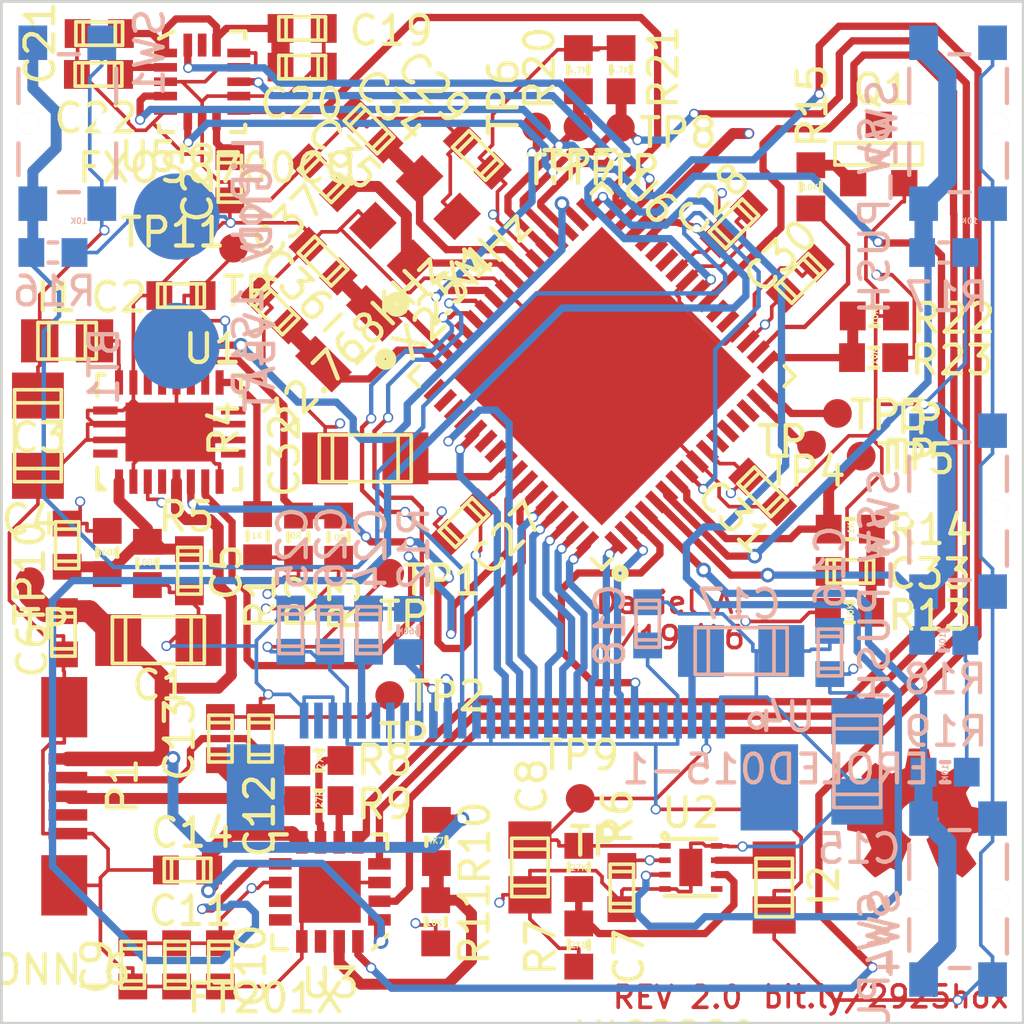
<source format=kicad_pcb>
(kicad_pcb (version 20171130) (host pcbnew "(5.1.12)-1")
  (layers (0 F.Cu signal) (1 Ground-Plane power) (2 Power mixed) (31 B.Cu signal) (34 B.Paste user hide) (35 F.Paste user hide) (36 B.SilkS user hide) (37 F.SilkS user hide) (38 B.Mask user hide) (39 F.Mask user hide) (44 Edge.Cuts user))
  (net 0 "")
  (net 1 +13V)
  (net 2 +3.3V)
  (net 3 /BAT/2)
  (net 4 /LCD/Sensors/CS)
  (net 5 /LCD/Sensors/D/C)
  (net 6 /LCD/Sensors/D0)
  (net 7 /LCD/Sensors/D1)
  (net 8 /LCD/Sensors/D2)
  (net 9 /LCD/Sensors/D3)
  (net 10 /LCD/Sensors/D4)
  (net 11 /LCD/Sensors/D5)
  (net 12 /LCD/Sensors/D6)
  (net 13 /LCD/Sensors/D7)
  (net 14 /LCD/Sensors/E)
  (net 15 /LCD/Sensors/FX_RST)
  (net 16 /LCD/Sensors/INT1)
  (net 17 /LCD/Sensors/INT2)
  (net 18 /LCD/Sensors/R/W)
  (net 19 /LCD/Sensors/RES)
  (net 20 /LCD/Sensors/SCL)
  (net 21 /LCD/Sensors/SDA)
  (net 22 /MOTOR)
  (net 23 /RTCC)
  (net 24 /SW1)
  (net 25 /SW2)
  (net 26 /SW3)
  (net 27 /SW4)
  (net 28 /USB/Power/Boost-En)
  (net 29 /USB/Power/CBUS2)
  (net 30 /USB/Power/CBUS4)
  (net 31 /USB/Power/D+)
  (net 32 /USB/Power/D-)
  (net 33 /USB/Power/FTDI_RST)
  (net 34 /USB/Power/STAT1)
  (net 35 /USB/Power/STAT2)
  (net 36 "/USB/Power/USB +5V")
  (net 37 /USB/Power/nPG)
  (net 38 GND)
  (net 39 N-0000026)
  (net 40 N-0000027)
  (net 41 N-0000028)
  (net 42 N-0000029)
  (net 43 N-0000030)
  (net 44 N-0000031)
  (net 45 N-0000032)
  (net 46 N-0000037)
  (net 47 N-0000038)
  (net 48 N-0000063)
  (net 49 N-0000064)
  (net 50 N-0000065)
  (net 51 N-0000066)
  (net 52 N-0000067)
  (net 53 N-0000072)
  (net 54 N-0000073)
  (net 55 N-0000074)
  (net 56 N-0000075)
  (net 57 N-0000076)
  (net 58 N-0000078)
  (net 59 N-0000079)
  (net 60 N-0000085)
  (net 61 N-0000086)
  (net 62 N-0000087)
  (net 63 N-0000088)
  (net 64 N-0000089)
  (net 65 N-0000090)
  (net 66 VBAT)
  (module Crystal_9HT10 (layer F.Cu) (at 215.8 139.5 225)
    (fp_text reference X2 (at -1.895965 -1.604072 225) (layer F.SilkS))
    (fp_text value 32.768KHz (at -0.037052 -0.248053 225) (layer F.SilkS))
    (pad 1 connect rect (at -1.25 0 315) (size 1.8 1) (layers F.Cu F.Paste F.Mask) (net 45 N-0000032))
    (pad 2 connect rect (at 1.25 0 315) (size 1.8 1) (layers F.Cu F.Paste F.Mask) (net 44 N-0000031))
  )
  (module ABM8 (layer F.Cu) (at 218.1 135.4 45)
    (fp_text reference X1 (at 0.028638 2.463772 45) (layer F.SilkS))
    (fp_text value 25MHz (at 0.3 2.6 45) (layer F.SilkS))
    (pad 3 connect rect (at -1.15 -0.925 135) (size 1.05 1.3) (layers F.Cu F.Paste F.Mask) (net 38 GND))
    (pad 1 connect rect (at -1.15 0.925 135) (size 1.05 1.3) (layers F.Cu F.Paste F.Mask) (net 40 N-0000027))
    (pad 2 connect rect (at 1.15 -0.925 135) (size 1.05 1.3) (layers F.Cu F.Paste F.Mask) (net 39 N-0000026))
    (pad 4 connect rect (at 1.15 0.925 135) (size 1.05 1.3) (layers F.Cu F.Paste F.Mask) (net 38 GND))
  )
  (module QFN-16-ExPad (layer F.Cu) (at 215.138 158.75 180)
    (fp_text reference U3 (at -0.0127 -3.175 180) (layer F.SilkS))
    (fp_text value FT201X (at 2.25 -3.7 180) (layer F.SilkS))
    (pad 10 smd rect (at 1.725 0.325 270) (size 0.4 0.7874) (layers F.Cu F.Paste F.Mask) (net 2 +3.3V))
    (pad 11 smd rect (at 1.725 -0.325 270) (size 0.4 0.7874) (layers F.Cu F.Paste F.Mask))
    (pad 9 smd rect (at 1.725 0.975 270) (size 0.4 0.7874) (layers F.Cu F.Paste F.Mask) (net 33 /USB/Power/FTDI_RST))
    (pad 12 smd rect (at 1.725 -0.975 270) (size 0.4 0.7874) (layers F.Cu F.Paste F.Mask))
    (pad 1 smd rect (at -1.725 -0.975 270) (size 0.4 0.7874) (layers F.Cu F.Paste F.Mask) (net 56 N-0000075))
    (pad 2 smd rect (at -1.725 -0.325 270) (size 0.4 0.762) (layers F.Cu F.Paste F.Mask) (net 21 /LCD/Sensors/SDA))
    (pad 3 smd rect (at -1.725 0.325 270) (size 0.4 0.7874) (layers F.Cu F.Paste F.Mask) (net 38 GND))
    (pad 4 smd rect (at -1.725 0.975 270) (size 0.4 0.7874) (layers F.Cu F.Paste F.Mask) (net 30 /USB/Power/CBUS4))
    (pad 16 smd rect (at -0.975 -1.725 180) (size 0.4 0.7874) (layers F.Cu F.Paste F.Mask) (net 20 /LCD/Sensors/SCL))
    (pad 15 smd rect (at -0.325 -1.725 180) (size 0.4 0.7874) (layers F.Cu F.Paste F.Mask) (net 55 N-0000074))
    (pad 14 smd rect (at 0.325 -1.725 180) (size 0.4 0.7874) (layers F.Cu F.Paste F.Mask))
    (pad 13 smd rect (at 0.975 -1.725 180) (size 0.4 0.7874) (layers F.Cu F.Paste F.Mask) (net 38 GND))
    (pad 5 smd rect (at -0.975 1.725 180) (size 0.4 0.7874) (layers F.Cu F.Paste F.Mask) (net 29 /USB/Power/CBUS2))
    (pad 7 smd rect (at 0.325 1.725 180) (size 0.4 0.7874) (layers F.Cu F.Paste F.Mask) (net 59 N-0000079))
    (pad 6 smd rect (at -0.325 1.725 180) (size 0.4 0.7874) (layers F.Cu F.Paste F.Mask) (net 57 N-0000076))
    (pad 8 smd rect (at 0.975 1.725 180) (size 0.4 0.7874) (layers F.Cu F.Paste F.Mask) (net 56 N-0000075))
    (pad 17 smd rect (at 0 0 180) (size 2.15 2.15) (layers F.Cu F.Mask) (net 38 GND))
  )
  (module QFN-64 (layer F.Cu) (at 224.6 140.8 135)
    (fp_text reference U6 (at 3.229781 5.581901 135) (layer F.SilkS))
    (fp_text value PIC32MX370F512H hide)
    (pad 65 smd rect (at 0 0 225) (size 7.35 7.35) (layers F.Cu F.Mask) (net 38 GND))
    (pad 1 smd rect (at -4.45 -3.75 225) (size 0.3 0.85) (layers F.Cu F.Paste F.Mask) (net 11 /LCD/Sensors/D5))
    (pad 2 smd rect (at -4.45 -3.25 225) (size 0.3 0.85) (layers F.Cu F.Paste F.Mask) (net 12 /LCD/Sensors/D6))
    (pad 3 smd rect (at -4.45 -2.75 225) (size 0.3 0.85) (layers F.Cu F.Paste F.Mask) (net 13 /LCD/Sensors/D7))
    (pad 4 smd rect (at -4.45 -2.25 225) (size 0.3 0.85) (layers F.Cu F.Paste F.Mask) (net 27 /SW4))
    (pad 5 smd rect (at -4.45 -1.75 225) (size 0.3 0.85) (layers F.Cu F.Paste F.Mask) (net 26 /SW3))
    (pad 6 smd rect (at -4.45 -1.25 225) (size 0.3 0.85) (layers F.Cu F.Paste F.Mask) (net 25 /SW2))
    (pad 7 smd rect (at -4.45 -0.75 225) (size 0.3 0.85) (layers F.Cu F.Paste F.Mask) (net 48 N-0000063))
    (pad 8 smd rect (at -4.45 -0.25 225) (size 0.3 0.85) (layers F.Cu F.Paste F.Mask) (net 24 /SW1))
    (pad 9 smd rect (at -4.45 0.25 225) (size 0.3 0.85) (layers F.Cu F.Paste F.Mask) (net 38 GND))
    (pad 10 smd rect (at -4.45 0.75 225) (size 0.3 0.85) (layers F.Cu F.Paste F.Mask) (net 2 +3.3V))
    (pad 11 smd rect (at -4.45 1.25 225) (size 0.3 0.85) (layers F.Cu F.Paste F.Mask))
    (pad 12 smd rect (at -4.45 1.75 225) (size 0.3 0.85) (layers F.Cu F.Paste F.Mask))
    (pad 13 smd rect (at -4.45 2.25 225) (size 0.3 0.85) (layers F.Cu F.Paste F.Mask))
    (pad 14 smd rect (at -4.45 2.75 225) (size 0.3 0.85) (layers F.Cu F.Paste F.Mask))
    (pad 15 smd rect (at -4.45 3.25 225) (size 0.3 0.85) (layers F.Cu F.Paste F.Mask) (net 42 N-0000029))
    (pad 16 smd rect (at -4.45 3.75 225) (size 0.3 0.85) (layers F.Cu F.Paste F.Mask) (net 41 N-0000028))
    (pad 17 smd rect (at -3.75 4.45 135) (size 0.3 0.85) (layers F.Cu F.Paste F.Mask) (net 3 /BAT/2))
    (pad 18 smd rect (at -3.25 4.45 135) (size 0.3 0.85) (layers F.Cu F.Paste F.Mask) (net 22 /MOTOR))
    (pad 19 smd rect (at -2.75 4.45 135) (size 0.3 0.85) (layers F.Cu F.Paste F.Mask) (net 2 +3.3V))
    (pad 20 smd rect (at -2.25 4.45 135) (size 0.3 0.85) (layers F.Cu F.Paste F.Mask) (net 38 GND))
    (pad 21 smd rect (at -1.75 4.45 135) (size 0.3 0.85) (layers F.Cu F.Paste F.Mask))
    (pad 22 smd rect (at -1.25 4.45 135) (size 0.3 0.85) (layers F.Cu F.Paste F.Mask))
    (pad 23 smd rect (at -0.75 4.45 135) (size 0.3 0.85) (layers F.Cu F.Paste F.Mask) (net 30 /USB/Power/CBUS4))
    (pad 24 smd rect (at -0.25 4.45 135) (size 0.3 0.85) (layers F.Cu F.Paste F.Mask) (net 29 /USB/Power/CBUS2))
    (pad 25 smd rect (at 0.25 4.45 135) (size 0.3 0.85) (layers F.Cu F.Paste F.Mask) (net 38 GND))
    (pad 26 smd rect (at 0.75 4.45 135) (size 0.3 0.85) (layers F.Cu F.Paste F.Mask) (net 2 +3.3V))
    (pad 27 smd rect (at 1.25 4.45 135) (size 0.3 0.85) (layers F.Cu F.Paste F.Mask))
    (pad 28 smd rect (at 1.75 4.45 135) (size 0.3 0.85) (layers F.Cu F.Paste F.Mask))
    (pad 29 smd rect (at 2.25 4.45 135) (size 0.3 0.85) (layers F.Cu F.Paste F.Mask) (net 33 /USB/Power/FTDI_RST))
    (pad 30 smd rect (at 2.75 4.45 135) (size 0.3 0.85) (layers F.Cu F.Paste F.Mask) (net 5 /LCD/Sensors/D/C))
    (pad 31 smd rect (at 3.25 4.45 135) (size 0.3 0.85) (layers F.Cu F.Paste F.Mask) (net 15 /LCD/Sensors/FX_RST))
    (pad 32 smd rect (at 3.75 4.45 135) (size 0.3 0.85) (layers F.Cu F.Paste F.Mask) (net 17 /LCD/Sensors/INT2))
    (pad 33 smd rect (at 4.45 3.75 225) (size 0.3 0.85) (layers F.Cu F.Paste F.Mask) (net 28 /USB/Power/Boost-En))
    (pad 34 smd rect (at 4.45 3.25 225) (size 0.3 0.85) (layers F.Cu F.Paste F.Mask) (net 37 /USB/Power/nPG))
    (pad 35 smd rect (at 4.45 2.75 225) (size 0.3 0.85) (layers F.Cu F.Paste F.Mask) (net 16 /LCD/Sensors/INT1))
    (pad 36 smd rect (at 4.45 2.25 225) (size 0.3 0.85) (layers F.Cu F.Paste F.Mask) (net 21 /LCD/Sensors/SDA))
    (pad 37 smd rect (at 4.45 1.75 225) (size 0.3 0.85) (layers F.Cu F.Paste F.Mask) (net 20 /LCD/Sensors/SCL))
    (pad 38 smd rect (at 4.45 1.25 225) (size 0.3 0.85) (layers F.Cu F.Paste F.Mask) (net 2 +3.3V))
    (pad 39 smd rect (at 4.45 0.75 225) (size 0.3 0.85) (layers F.Cu F.Paste F.Mask) (net 39 N-0000026))
    (pad 40 smd rect (at 4.45 0.25 225) (size 0.3 0.85) (layers F.Cu F.Paste F.Mask) (net 40 N-0000027))
    (pad 41 smd rect (at 4.45 -0.25 225) (size 0.3 0.85) (layers F.Cu F.Paste F.Mask) (net 38 GND))
    (pad 42 smd rect (at 4.45 -0.75 225) (size 0.3 0.85) (layers F.Cu F.Paste F.Mask) (net 23 /RTCC))
    (pad 43 smd rect (at 4.45 -1.25 225) (size 0.3 0.85) (layers F.Cu F.Paste F.Mask) (net 19 /LCD/Sensors/RES))
    (pad 44 smd rect (at 4.45 -1.75 225) (size 0.3 0.85) (layers F.Cu F.Paste F.Mask) (net 4 /LCD/Sensors/CS))
    (pad 45 smd rect (at 4.45 -2.25 225) (size 0.3 0.85) (layers F.Cu F.Paste F.Mask))
    (pad 46 smd rect (at 4.45 -2.75 225) (size 0.3 0.85) (layers F.Cu F.Paste F.Mask))
    (pad 47 smd rect (at 4.45 -3.25 225) (size 0.3 0.85) (layers F.Cu F.Paste F.Mask) (net 45 N-0000032))
    (pad 48 smd rect (at 4.45 -3.75 225) (size 0.3 0.85) (layers F.Cu F.Paste F.Mask) (net 44 N-0000031))
    (pad 49 smd rect (at 3.75 -4.45 135) (size 0.3 0.85) (layers F.Cu F.Paste F.Mask))
    (pad 50 smd rect (at 3.25 -4.45 135) (size 0.3 0.85) (layers F.Cu F.Paste F.Mask))
    (pad 51 smd rect (at 2.75 -4.45 135) (size 0.3 0.85) (layers F.Cu F.Paste F.Mask))
    (pad 52 smd rect (at 2.25 -4.45 135) (size 0.3 0.85) (layers F.Cu F.Paste F.Mask) (net 14 /LCD/Sensors/E))
    (pad 53 smd rect (at 1.75 -4.45 135) (size 0.3 0.85) (layers F.Cu F.Paste F.Mask) (net 18 /LCD/Sensors/R/W))
    (pad 54 smd rect (at 1.25 -4.45 135) (size 0.3 0.85) (layers F.Cu F.Paste F.Mask))
    (pad 55 smd rect (at 0.75 -4.45 135) (size 0.3 0.85) (layers F.Cu F.Paste F.Mask))
    (pad 56 smd rect (at 0.25 -4.45 135) (size 0.3 0.85) (layers F.Cu F.Paste F.Mask) (net 49 N-0000064))
    (pad 57 smd rect (at -0.25 -4.45 135) (size 0.3 0.85) (layers F.Cu F.Paste F.Mask) (net 2 +3.3V))
    (pad 58 smd rect (at -0.75 -4.45 135) (size 0.3 0.85) (layers F.Cu F.Paste F.Mask) (net 35 /USB/Power/STAT2))
    (pad 59 smd rect (at -1.25 -4.45 135) (size 0.3 0.85) (layers F.Cu F.Paste F.Mask) (net 34 /USB/Power/STAT1))
    (pad 60 smd rect (at -1.75 -4.45 135) (size 0.3 0.85) (layers F.Cu F.Paste F.Mask) (net 6 /LCD/Sensors/D0))
    (pad 61 smd rect (at -2.25 -4.45 135) (size 0.3 0.85) (layers F.Cu F.Paste F.Mask) (net 7 /LCD/Sensors/D1))
    (pad 62 smd rect (at -2.75 -4.45 135) (size 0.3 0.85) (layers F.Cu F.Paste F.Mask) (net 8 /LCD/Sensors/D2))
    (pad 63 smd rect (at -3.25 -4.45 135) (size 0.3 0.85) (layers F.Cu F.Paste F.Mask) (net 9 /LCD/Sensors/D3))
    (pad 64 smd rect (at -3.75 -4.45 135) (size 0.3 0.85) (layers F.Cu F.Paste F.Mask) (net 10 /LCD/Sensors/D4))
  )
  (module USB-Micro-B (layer F.Cu) (at 206.019 155.423 270)
    (fp_text reference P1 (at -0.3556 -1.905 270) (layer F.SilkS))
    (fp_text value CONN_6 (at 6.044 0.736) (layer F.SilkS))
    (pad 1 smd rect (at -1.3 0 270) (size 0.4 1.35) (layers F.Cu F.Paste F.Mask) (net 36 "/USB/Power/USB +5V"))
    (pad 2 smd rect (at -0.65 0 270) (size 0.4 1.35) (layers F.Cu F.Paste F.Mask) (net 32 /USB/Power/D-))
    (pad 3 smd rect (at 0 0 270) (size 0.4 1.35) (layers F.Cu F.Paste F.Mask) (net 31 /USB/Power/D+))
    (pad 4 smd rect (at 0.65 0 270) (size 0.4 1.35) (layers F.Cu F.Paste F.Mask))
    (pad 5 smd rect (at 1.3 0 270) (size 0.4 1.35) (layers F.Cu F.Paste F.Mask) (net 38 GND))
    (pad 6 smd rect (at 3.1 0.125 270) (size 2.1 1.6) (layers F.Cu F.Paste F.Mask) (net 38 GND))
    (pad 6 smd rect (at -3.1 0.125 270) (size 2.1 1.6) (layers F.Cu F.Paste F.Mask) (net 38 GND))
  )
  (module TP-1mm (layer F.Cu) (at 225.247 132.156)
    (fp_text reference TP8 (at 2.0066 0.1778) (layer F.SilkS))
    (fp_text value TP (at 0.5 1.5) (layer F.SilkS))
    (pad 1 smd circle (at 0 0) (size 1 1) (layers F.Cu F.Mask) (net 21 /LCD/Sensors/SDA))
  )
  (module TP-1mm (layer F.Cu) (at 211.785 136.347)
    (fp_text reference TP11 (at -2.1209 -0.5461) (layer F.SilkS))
    (fp_text value TP (at 0.5 1.5) (layer F.SilkS))
    (pad 1 smd circle (at 0 0) (size 1 1) (layers F.Cu F.Mask) (net 66 VBAT))
  )
  (module TP-1mm (layer F.Cu) (at 223.85 155.499)
    (fp_text reference TP9 (at 0 -1.5) (layer F.SilkS))
    (fp_text value TP (at 0.5 1.5) (layer F.SilkS))
    (pad 1 smd circle (at 0 0) (size 1 1) (layers F.Cu F.Mask) (net 1 +13V))
  )
  (module TP-1mm (layer F.Cu) (at 204.699 147.955)
    (fp_text reference TP10 (at 0 -0.3048 90) (layer F.SilkS))
    (fp_text value TP (at 0.5 1.5) (layer F.SilkS))
    (pad 1 smd circle (at 0 0) (size 1 1) (layers F.Cu F.Mask) (net 36 "/USB/Power/USB +5V"))
  )
  (module TP-1mm (layer F.Cu) (at 223.774 132.131)
    (fp_text reference TP7 (at 0.1016 1.3462) (layer F.SilkS))
    (fp_text value TP (at 0.5 1.5) (layer F.SilkS))
    (pad 1 smd circle (at 0 0) (size 1 1) (layers F.Cu F.Mask) (net 20 /LCD/Sensors/SCL))
  )
  (module TP-1mm (layer F.Cu) (at 222.326 132.131)
    (fp_text reference TP6 (at -1.143 -1.0414 90) (layer F.SilkS))
    (fp_text value TP (at 0.5 1.5) (layer F.SilkS))
    (pad 1 smd circle (at 0 0) (size 1 1) (layers F.Cu F.Mask) (net 23 /RTCC))
  )
  (module TP-1mm (layer F.Cu) (at 217.221 151.917)
    (fp_text reference TP2 (at 1.9939 0.0254) (layer F.SilkS))
    (fp_text value TP (at 0.5 1.5) (layer F.SilkS))
    (pad 1 smd circle (at 0 0) (size 1 1) (layers F.Cu F.Mask) (net 38 GND))
  )
  (module TP-1mm (layer F.Cu) (at 232.8 142.1)
    (fp_text reference TP3 (at 1.7944 0.0638) (layer F.SilkS))
    (fp_text value TP (at 2.7977 0.2035) (layer F.SilkS))
    (pad 1 smd circle (at 0 0) (size 1 1) (layers F.Cu F.Mask) (net 41 N-0000028))
  )
  (module TP-1mm (layer F.Cu) (at 231.9 143.2)
    (fp_text reference TP4 (at -0.16564 0.91452) (layer F.SilkS))
    (fp_text value TP (at -1.014 -0.1472) (layer F.SilkS))
    (pad 1 smd circle (at 0 0) (size 1 1) (layers F.Cu F.Mask) (net 42 N-0000029))
  )
  (module TP-1mm (layer F.Cu) (at 233.629 143.586)
    (fp_text reference TP5 (at 1.905 0.1016) (layer F.SilkS))
    (fp_text value TP (at 1.7399 -0.0254) (layer F.SilkS))
    (pad 1 smd circle (at 0 0) (size 1 1) (layers F.Cu F.Mask) (net 48 N-0000063))
  )
  (module TP-1mm (layer F.Cu) (at 217.221 147.663)
    (fp_text reference TP1 (at 1.8288 0.2413) (layer F.SilkS))
    (fp_text value TP (at 0.5 1.5) (layer F.SilkS))
    (pad 1 smd circle (at 0 0) (size 1 1) (layers F.Cu F.Mask) (net 2 +3.3V))
  )
  (module SOT23EBC (layer F.Cu) (at 234.239 133.071 180)
    (fp_text reference Q1 (at -0.1143 2.2479 180) (layer F.SilkS))
    (fp_text value MMBT2222A hide)
    (pad 1 smd rect (at -0.889 -1.016 180) (size 0.9144 0.9144) (layers F.Cu F.Paste F.Mask) (net 38 GND))
    (pad 2 smd rect (at 0.889 -1.016 180) (size 0.9144 0.9144) (layers F.Cu F.Paste F.Mask) (net 46 N-0000037))
    (pad 3 smd rect (at 0 1.016 180) (size 0.9144 0.9144) (layers F.Cu F.Paste F.Mask) (net 47 N-0000038))
  )
  (module r_0805 (layer F.Cu) (at 230.6 158.6 270)
    (fp_text reference I2 (at -0.0659 -1.7338 270) (layer F.SilkS))
    (fp_text value 10uH hide)
    (pad 1 smd rect (at 0.9525 0 270) (size 1.30048 1.4986) (layers F.Cu F.Paste F.Mask) (net 2 +3.3V))
    (pad 2 smd rect (at -0.9525 0 270) (size 1.30048 1.4986) (layers F.Cu F.Paste F.Mask) (net 52 N-0000067))
  )
  (module r_0805 (layer F.Cu) (at 205.994 139.573)
    (fp_text reference I1 (at -0.3683 -1.524) (layer F.SilkS))
    (fp_text value 10uH hide)
    (pad 1 smd rect (at 0.9525 0) (size 1.30048 1.4986) (layers F.Cu F.Paste F.Mask) (net 50 N-0000065))
    (pad 2 smd rect (at -0.9525 0) (size 1.30048 1.4986) (layers F.Cu F.Paste F.Mask) (net 2 +3.3V))
  )
  (module r_0603 (layer F.Cu) (at 214.757 155.575 180)
    (fp_text reference R9 (at -2.286 -0.127 180) (layer F.SilkS))
    (fp_text value 27R (at -0.0127 0.0508 270) (layer F.SilkS) (effects (font (size 0.20066 0.20066) (thickness 0.04064))))
    (pad 1 smd rect (at 0.75184 0 180) (size 0.89916 1.00076) (layers F.Cu F.Paste F.Mask) (net 31 /USB/Power/D+))
    (pad 2 smd rect (at -0.75184 0 180) (size 0.89916 1.00076) (layers F.Cu F.Paste F.Mask) (net 57 N-0000076))
  )
  (module r_0603 (layer F.Cu) (at 214.757 154.178 180)
    (fp_text reference R8 (at -2.286 0 180) (layer F.SilkS))
    (fp_text value 27R (at -0.0508 -0.0127 270) (layer F.SilkS) (effects (font (size 0.20066 0.20066) (thickness 0.04064))))
    (pad 1 smd rect (at 0.75184 0 180) (size 0.89916 1.00076) (layers F.Cu F.Paste F.Mask) (net 32 /USB/Power/D-))
    (pad 2 smd rect (at -0.75184 0 180) (size 0.89916 1.00076) (layers F.Cu F.Paste F.Mask) (net 59 N-0000079))
  )
  (module r_0603 (layer F.Cu) (at 223.8 160.6 90)
    (fp_text reference R7 (at -0.0804 -1.3214 90) (layer F.SilkS))
    (fp_text value 2K8 (at -0.0042 -0.0006 180) (layer F.SilkS) (effects (font (size 0.20066 0.20066) (thickness 0.04064))))
    (pad 1 smd rect (at 0.75184 0 90) (size 0.89916 1.00076) (layers F.Cu F.Paste F.Mask) (net 58 N-0000078))
    (pad 2 smd rect (at -0.75184 0 90) (size 0.89916 1.00076) (layers F.Cu F.Paste F.Mask) (net 38 GND))
  )
  (module r_0603 (layer F.Cu) (at 223.8 157.9 90)
    (fp_text reference R6 (at 1.7662 1.3456 90) (layer F.SilkS))
    (fp_text value 27K (at -0.0118 -0.0006 180) (layer F.SilkS) (effects (font (size 0.20066 0.20066) (thickness 0.04064))))
    (pad 1 smd rect (at 0.75184 0 90) (size 0.89916 1.00076) (layers F.Cu F.Paste F.Mask) (net 1 +13V))
    (pad 2 smd rect (at -0.75184 0 90) (size 0.89916 1.00076) (layers F.Cu F.Paste F.Mask) (net 58 N-0000078))
  )
  (module r_0603 (layer F.Cu) (at 208.788 147.32 270)
    (fp_text reference R5 (at -1.6256 -1.3589) (layer F.SilkS))
    (fp_text value 100K (at -0.0381 0) (layer F.SilkS) (effects (font (size 0.20066 0.20066) (thickness 0.04064))))
    (pad 1 smd rect (at 0.75184 0 270) (size 0.89916 1.00076) (layers F.Cu F.Paste F.Mask) (net 38 GND))
    (pad 2 smd rect (at -0.75184 0 270) (size 0.89916 1.00076) (layers F.Cu F.Paste F.Mask) (net 51 N-0000066))
  )
  (module r_0603 (layer F.Cu) (at 207.391 146.939 270)
    (fp_text reference R4 (at -4.318 -4.064 270) (layer F.SilkS))
    (fp_text value 560K (at 0 0) (layer F.SilkS) (effects (font (size 0.20066 0.20066) (thickness 0.04064))))
    (pad 1 smd rect (at 0.75184 0 270) (size 0.89916 1.00076) (layers F.Cu F.Paste F.Mask) (net 51 N-0000066))
    (pad 2 smd rect (at -0.75184 0 270) (size 0.89916 1.00076) (layers F.Cu F.Paste F.Mask) (net 2 +3.3V))
  )
  (module r_0603 (layer F.Cu) (at 218.821 159.791 270)
    (fp_text reference R11 (at 0.05 -1.35 270) (layer F.SilkS))
    (fp_text value 10K (at 0.0381 0.0508) (layer F.SilkS) (effects (font (size 0.20066 0.20066) (thickness 0.04064))))
    (pad 1 smd rect (at 0.75184 0 270) (size 0.89916 1.00076) (layers F.Cu F.Paste F.Mask) (net 38 GND))
    (pad 2 smd rect (at -0.75184 0 270) (size 0.89916 1.00076) (layers F.Cu F.Paste F.Mask) (net 55 N-0000074))
  )
  (module r_0603 (layer F.Cu) (at 214.046 146.406 90)
    (fp_text reference R2 (at -2.2352 0.127 90) (layer F.SilkS))
    (fp_text value 0R (at 0.0508 -0.0889 180) (layer F.SilkS) (effects (font (size 0.20066 0.20066) (thickness 0.04064))))
    (pad 1 smd rect (at 0.75184 0 90) (size 0.89916 1.00076) (layers F.Cu F.Paste F.Mask) (net 53 N-0000072))
    (pad 2 smd rect (at -0.75184 0 90) (size 0.89916 1.00076) (layers F.Cu F.Paste F.Mask) (net 38 GND))
  )
  (module r_0603 (layer F.Cu) (at 212.623 146.355 90)
    (fp_text reference R1 (at -2.286 0.1016 90) (layer F.SilkS))
    (fp_text value 1K (at 0 -0.0254 180) (layer F.SilkS) (effects (font (size 0.20066 0.20066) (thickness 0.04064))))
    (pad 1 smd rect (at 0.75184 0 90) (size 0.89916 1.00076) (layers F.Cu F.Paste F.Mask) (net 54 N-0000073))
    (pad 2 smd rect (at -0.75184 0 90) (size 0.89916 1.00076) (layers F.Cu F.Paste F.Mask) (net 38 GND))
  )
  (module r_0603 (layer F.Cu) (at 218.846 156.997 270)
    (fp_text reference R10 (at 0.05 -1.35 270) (layer F.SilkS))
    (fp_text value 4K7 (at -0.0254 0.0381) (layer F.SilkS) (effects (font (size 0.20066 0.20066) (thickness 0.04064))))
    (pad 1 smd rect (at 0.75184 0 270) (size 0.89916 1.00076) (layers F.Cu F.Paste F.Mask) (net 55 N-0000074))
    (pad 2 smd rect (at -0.75184 0 270) (size 0.89916 1.00076) (layers F.Cu F.Paste F.Mask) (net 36 "/USB/Power/USB +5V"))
  )
  (module r_0603 (layer B.Cu) (at 217.868 149.654 90)
    (fp_text reference R12 (at 2.8448 0.2032 90) (layer B.SilkS) (effects (justify mirror)))
    (fp_text value 560K (at -0.0242 0.0156 180) (layer B.SilkS) (effects (font (size 0.20066 0.20066) (thickness 0.04064)) (justify mirror)))
    (pad 1 smd rect (at 0.75184 0 90) (size 0.89916 1.00076) (layers B.Cu B.Paste B.Mask) (net 38 GND))
    (pad 2 smd rect (at -0.75184 0 90) (size 0.89916 1.00076) (layers B.Cu B.Paste B.Mask) (net 63 N-0000088))
  )
  (module r_0603 (layer F.Cu) (at 231.877 134.214 90)
    (fp_text reference R15 (at 2.8194 0.0508 90) (layer F.SilkS))
    (fp_text value 10K (at -0.0127 -0.0254 180) (layer F.SilkS) (effects (font (size 0.20066 0.20066) (thickness 0.04064))))
    (pad 1 smd rect (at 0.75184 0 90) (size 0.89916 1.00076) (layers F.Cu F.Paste F.Mask) (net 46 N-0000037))
    (pad 2 smd rect (at -0.75184 0 90) (size 0.89916 1.00076) (layers F.Cu F.Paste F.Mask) (net 22 /MOTOR))
  )
  (module r_0603 (layer F.Cu) (at 215.443 146.406 270)
    (fp_text reference R3 (at 2.3241 -0.2159 270) (layer F.SilkS))
    (fp_text value 0R (at 0.0254 -0.0381) (layer F.SilkS) (effects (font (size 0.20066 0.20066) (thickness 0.04064))))
    (pad 1 smd rect (at 0.75184 0 270) (size 0.89916 1.00076) (layers F.Cu F.Paste F.Mask) (net 66 VBAT))
    (pad 2 smd rect (at -0.75184 0 270) (size 0.89916 1.00076) (layers F.Cu F.Paste F.Mask) (net 53 N-0000072))
  )
  (module r_0603 (layer B.Cu) (at 236.55 154.584)
    (fp_text reference R19 (at 0.03048 -1.4097) (layer B.SilkS) (effects (justify mirror)))
    (fp_text value 10K (at 0 0.0254 90) (layer B.SilkS) (effects (font (size 0.20066 0.20066) (thickness 0.04064)) (justify mirror)))
    (pad 1 smd rect (at 0.75184 0) (size 0.89916 1.00076) (layers B.Cu B.Paste B.Mask) (net 38 GND))
    (pad 2 smd rect (at -0.75184 0) (size 0.89916 1.00076) (layers B.Cu B.Paste B.Mask) (net 27 /SW4))
  )
  (module r_0603 (layer B.Cu) (at 236.5 150)
    (fp_text reference R18 (at 0.05 1.35) (layer B.SilkS) (effects (justify mirror)))
    (fp_text value 10K (at -0.0387 0.0251 90) (layer B.SilkS) (effects (font (size 0.20066 0.20066) (thickness 0.04064)) (justify mirror)))
    (pad 1 smd rect (at 0.75184 0) (size 0.89916 1.00076) (layers B.Cu B.Paste B.Mask) (net 38 GND))
    (pad 2 smd rect (at -0.75184 0) (size 0.89916 1.00076) (layers B.Cu B.Paste B.Mask) (net 26 /SW3))
  )
  (module r_0603 (layer B.Cu) (at 236.5 136.5)
    (fp_text reference R17 (at 0.101 1.549) (layer B.SilkS) (effects (justify mirror)))
    (fp_text value 10K (at 0.9 -1.1) (layer B.SilkS) (effects (font (size 0.20066 0.20066) (thickness 0.04064)) (justify mirror)))
    (pad 1 smd rect (at 0.75184 0) (size 0.89916 1.00076) (layers B.Cu B.Paste B.Mask) (net 38 GND))
    (pad 2 smd rect (at -0.75184 0) (size 0.89916 1.00076) (layers B.Cu B.Paste B.Mask) (net 25 /SW2))
  )
  (module r_0603 (layer F.Cu) (at 233.248 146.126)
    (fp_text reference R14 (at 2.794 0.0254) (layer F.SilkS))
    (fp_text value 1K (at 0.0254 -0.0381 90) (layer F.SilkS) (effects (font (size 0.20066 0.20066) (thickness 0.04064))))
    (pad 1 smd rect (at 0.75184 0) (size 0.89916 1.00076) (layers F.Cu F.Paste F.Mask) (net 43 N-0000030))
    (pad 2 smd rect (at -0.75184 0) (size 0.89916 1.00076) (layers F.Cu F.Paste F.Mask) (net 48 N-0000063))
  )
  (module r_0603 (layer F.Cu) (at 233.223 149.022)
    (fp_text reference R13 (at 2.794 0.1143) (layer F.SilkS))
    (fp_text value 10K (at 0.0381 -0.0127 90) (layer F.SilkS) (effects (font (size 0.20066 0.20066) (thickness 0.04064))))
    (pad 1 smd rect (at 0.75184 0) (size 0.89916 1.00076) (layers F.Cu F.Paste F.Mask) (net 43 N-0000030))
    (pad 2 smd rect (at -0.75184 0) (size 0.89916 1.00076) (layers F.Cu F.Paste F.Mask) (net 2 +3.3V))
  )
  (module r_0603 (layer B.Cu) (at 205.5 136.5)
    (fp_text reference R16 (at 0.05 1.35) (layer B.SilkS) (effects (justify mirror)))
    (fp_text value 10K (at 0.9 -1.1) (layer B.SilkS) (effects (font (size 0.20066 0.20066) (thickness 0.04064)) (justify mirror)))
    (pad 1 smd rect (at 0.75184 0) (size 0.89916 1.00076) (layers B.Cu B.Paste B.Mask) (net 38 GND))
    (pad 2 smd rect (at -0.75184 0) (size 0.89916 1.00076) (layers B.Cu B.Paste B.Mask) (net 24 /SW1))
  )
  (module QFN-16 (layer F.Cu) (at 210.693 130.556)
    (fp_text reference U5 (at -1.8796 2.6162) (layer F.SilkS))
    (fp_text value FXOS8700CQ (at 0.5 3) (layer F.SilkS))
    (pad 5 smd rect (at -1.275 1) (size 0.8 0.3) (layers F.Cu F.Paste F.Mask) (net 38 GND))
    (pad 4 smd rect (at -1.275 0.5) (size 0.8 0.3) (layers F.Cu F.Paste F.Mask) (net 20 /LCD/Sensors/SCL))
    (pad 3 smd rect (at -1.275 0) (size 0.8 0.3) (layers F.Cu F.Paste F.Mask) (net 38 GND))
    (pad 2 smd rect (at -1.275 -0.5) (size 0.8 0.3) (layers F.Cu F.Paste F.Mask) (net 61 N-0000086))
    (pad 1 smd rect (at -1.275 -1) (size 0.8 0.3) (layers F.Cu F.Paste F.Mask) (net 60 N-0000085))
    (pad 16 smd rect (at -0.5 -1.275 90) (size 0.8 0.3) (layers F.Cu F.Paste F.Mask) (net 15 /LCD/Sensors/FX_RST))
    (pad 15 smd rect (at 0 -1.275 90) (size 0.8 0.3) (layers F.Cu F.Paste F.Mask))
    (pad 14 smd rect (at 0.5 -1.275 90) (size 0.8 0.3) (layers F.Cu F.Paste F.Mask) (net 60 N-0000085))
    (pad 13 smd rect (at 1.275 -1) (size 0.8 0.3) (layers F.Cu F.Paste F.Mask) (net 38 GND))
    (pad 12 smd rect (at 1.275 -0.5) (size 0.8 0.3) (layers F.Cu F.Paste F.Mask) (net 38 GND))
    (pad 11 smd rect (at 1.275 0) (size 0.8 0.3) (layers F.Cu F.Paste F.Mask) (net 16 /LCD/Sensors/INT1))
    (pad 10 smd rect (at 1.275 0.5) (size 0.8 0.3) (layers F.Cu F.Paste F.Mask) (net 38 GND))
    (pad 9 smd rect (at 1.275 1) (size 0.8 0.3) (layers F.Cu F.Paste F.Mask) (net 17 /LCD/Sensors/INT2))
    (pad 8 smd rect (at 0.5 1.275 90) (size 0.8 0.3) (layers F.Cu F.Paste F.Mask) (net 62 N-0000087))
    (pad 6 smd rect (at -0.5 1.275 90) (size 0.8 0.3) (layers F.Cu F.Paste F.Mask) (net 21 /LCD/Sensors/SDA))
    (pad 7 smd rect (at 0 1.275 90) (size 0.8 0.3) (layers F.Cu F.Paste F.Mask) (net 38 GND))
  )
  (module CON_SM_3mm_2pin (layer B.Cu) (at 209.8 137.5 90)
    (fp_text reference BT1 (at -2.962 -2.52076 90) (layer B.SilkS) (effects (justify mirror)))
    (fp_text value "LiPoly 1S1P" (at 0.5 2.5 90) (layer B.SilkS) (effects (justify mirror)))
    (pad 1 connect oval (at -2.25 0) (size 3 3) (layers B.Cu B.Mask) (net 66 VBAT))
    (pad 2 connect oval (at 2.25 0) (size 3 3) (layers B.Cu B.Mask) (net 38 GND))
  )
  (module c_1206 (layer F.Cu) (at 216.37 143.662)
    (fp_text reference C32 (at -2.8067 -0.1016 90) (layer F.SilkS))
    (fp_text value 10u hide)
    (pad 1 smd rect (at 1.397 0) (size 1.6002 1.8034) (layers F.Cu F.Paste F.Mask) (net 49 N-0000064))
    (pad 2 smd rect (at -1.397 0) (size 1.6002 1.8034) (layers F.Cu F.Paste F.Mask) (net 38 GND))
  )
  (module c_1206 (layer B.Cu) (at 233.492 154.214 90)
    (fp_text reference C15 (at -3.03276 0.06604 180) (layer B.SilkS) (effects (justify mirror)))
    (fp_text value 10u hide)
    (pad 1 smd rect (at 1.397 0 90) (size 1.6002 1.8034) (layers B.Cu B.Paste B.Mask) (net 1 +13V))
    (pad 2 smd rect (at -1.397 0 90) (size 1.6002 1.8034) (layers B.Cu B.Paste B.Mask) (net 38 GND))
  )
  (module c_1206 (layer F.Cu) (at 204.978 142.875 90)
    (fp_text reference C3 (at -0.0762 0.0254 180) (layer F.SilkS))
    (fp_text value 10u hide)
    (pad 1 smd rect (at 1.397 0 90) (size 1.6002 1.8034) (layers F.Cu F.Paste F.Mask) (net 2 +3.3V))
    (pad 2 smd rect (at -1.397 0 90) (size 1.6002 1.8034) (layers F.Cu F.Paste F.Mask) (net 38 GND))
  )
  (module c_1206 (layer F.Cu) (at 209.169 149.987 180)
    (fp_text reference C1 (at -0.0635 -1.5748 180) (layer F.SilkS))
    (fp_text value 10u hide)
    (pad 1 smd rect (at 1.397 0 180) (size 1.6002 1.8034) (layers F.Cu F.Paste F.Mask) (net 36 "/USB/Power/USB +5V"))
    (pad 2 smd rect (at -1.397 0 180) (size 1.6002 1.8034) (layers F.Cu F.Paste F.Mask) (net 38 GND))
  )
  (module c_0805 (layer F.Cu) (at 222.1 157.9 90)
    (fp_text reference C8 (at 2.833 0.0738 90) (layer F.SilkS))
    (fp_text value 10u hide)
    (pad 1 smd rect (at 0.9525 0 90) (size 1.30048 1.4986) (layers F.Cu F.Paste F.Mask) (net 1 +13V))
    (pad 2 smd rect (at -0.9525 0 90) (size 1.30048 1.4986) (layers F.Cu F.Paste F.Mask) (net 38 GND))
  )
  (module c_0603 (layer F.Cu) (at 207.112 128.88)
    (fp_text reference C21 (at -2.0574 0.3302 90) (layer F.SilkS))
    (fp_text value 100n hide)
    (pad 1 smd rect (at 0.75184 0) (size 0.89916 1.00076) (layers F.Cu F.Paste F.Mask) (net 60 N-0000085))
    (pad 2 smd rect (at -0.75184 0) (size 0.89916 1.00076) (layers F.Cu F.Paste F.Mask) (net 38 GND))
  )
  (module c_0603 (layer F.Cu) (at 219.8 145.9 45)
    (fp_text reference C27 (at 0.687011 1.470287 45) (layer F.SilkS))
    (fp_text value 100n hide)
    (pad 1 smd rect (at 0.75184 0 45) (size 0.89916 1.00076) (layers F.Cu F.Paste F.Mask) (net 2 +3.3V))
    (pad 2 smd rect (at -0.75184 0 45) (size 0.89916 1.00076) (layers F.Cu F.Paste F.Mask) (net 38 GND))
  )
  (module c_0603 (layer F.Cu) (at 229.2 135.5 225)
    (fp_text reference C28 (at -0.072266 1.1004 225) (layer F.SilkS))
    (fp_text value 100n hide)
    (pad 1 smd rect (at 0.75184 0 225) (size 0.89916 1.00076) (layers F.Cu F.Paste F.Mask) (net 2 +3.3V))
    (pad 2 smd rect (at -0.75184 0 225) (size 0.89916 1.00076) (layers F.Cu F.Paste F.Mask) (net 38 GND))
  )
  (module c_0603 (layer F.Cu) (at 220.269 133.121 315)
    (fp_text reference C29 (at -2.738978 -0.583717 315) (layer F.SilkS))
    (fp_text value 100n hide)
    (pad 1 smd rect (at 0.75184 0 315) (size 0.89916 1.00076) (layers F.Cu F.Paste F.Mask) (net 2 +3.3V))
    (pad 2 smd rect (at -0.75184 0 315) (size 0.89916 1.00076) (layers F.Cu F.Paste F.Mask) (net 38 GND))
  )
  (module c_0603 (layer F.Cu) (at 231.5 137.4 225)
    (fp_text reference C30 (at -0.067812 1.007981 225) (layer F.SilkS))
    (fp_text value 100n hide)
    (pad 1 smd rect (at 0.75184 0 225) (size 0.89916 1.00076) (layers F.Cu F.Paste F.Mask) (net 2 +3.3V))
    (pad 2 smd rect (at -0.75184 0 225) (size 0.89916 1.00076) (layers F.Cu F.Paste F.Mask) (net 38 GND))
  )
  (module c_0603 (layer F.Cu) (at 214.173 130.048 180)
    (fp_text reference C20 (at 0.0127 -1.27 180) (layer F.SilkS))
    (fp_text value 100n hide)
    (pad 1 smd rect (at 0.75184 0 180) (size 0.89916 1.00076) (layers F.Cu F.Paste F.Mask) (net 60 N-0000085))
    (pad 2 smd rect (at -0.75184 0 180) (size 0.89916 1.00076) (layers F.Cu F.Paste F.Mask) (net 38 GND))
  )
  (module c_0603 (layer F.Cu) (at 211.658 133.934 90)
    (fp_text reference C23 (at -0.0762 -1.1176 90) (layer F.SilkS))
    (fp_text value 100n hide)
    (pad 1 smd rect (at 0.75184 0 90) (size 0.89916 1.00076) (layers F.Cu F.Paste F.Mask) (net 62 N-0000087))
    (pad 2 smd rect (at -0.75184 0 90) (size 0.89916 1.00076) (layers F.Cu F.Paste F.Mask) (net 38 GND))
  )
  (module c_0603 (layer F.Cu) (at 214.173 128.702 180)
    (fp_text reference C19 (at -3.0988 -0.0762 180) (layer F.SilkS))
    (fp_text value 4.7u hide)
    (pad 1 smd rect (at 0.75184 0 180) (size 0.89916 1.00076) (layers F.Cu F.Paste F.Mask) (net 60 N-0000085))
    (pad 2 smd rect (at -0.75184 0 180) (size 0.89916 1.00076) (layers F.Cu F.Paste F.Mask) (net 38 GND))
  )
  (module c_0603 (layer F.Cu) (at 207.086 130.302)
    (fp_text reference C22 (at -0.0889 1.524) (layer F.SilkS))
    (fp_text value 100n hide)
    (pad 1 smd rect (at 0.75184 0) (size 0.89916 1.00076) (layers F.Cu F.Paste F.Mask) (net 61 N-0000086))
    (pad 2 smd rect (at -0.75184 0) (size 0.89916 1.00076) (layers F.Cu F.Paste F.Mask) (net 38 GND))
  )
  (module c_0603 (layer F.Cu) (at 214.9 136.8 315)
    (fp_text reference C37 (at -1.786293 -0.111299 45) (layer F.SilkS))
    (fp_text value 9p1 hide)
    (pad 1 smd rect (at 0.75184 0 315) (size 0.89916 1.00076) (layers F.Cu F.Paste F.Mask) (net 45 N-0000032))
    (pad 2 smd rect (at -0.75184 0 315) (size 0.89916 1.00076) (layers F.Cu F.Paste F.Mask) (net 38 GND))
  )
  (module c_0603 (layer F.Cu) (at 230.2 144.831 135)
    (fp_text reference C31 (at 0.098783 -1.302137 135) (layer F.SilkS))
    (fp_text value 100n hide)
    (pad 1 smd rect (at 0.75184 0 135) (size 0.89916 1.00076) (layers F.Cu F.Paste F.Mask) (net 2 +3.3V))
    (pad 2 smd rect (at -0.75184 0 135) (size 0.89916 1.00076) (layers F.Cu F.Paste F.Mask) (net 38 GND))
  )
  (module c_0603 (layer B.Cu) (at 232.537 150.419 270)
    (fp_text reference C16 (at -2.9718 -0.0127 270) (layer B.SilkS) (effects (justify mirror)))
    (fp_text value 100n hide)
    (pad 1 smd rect (at 0.75184 0 270) (size 0.89916 1.00076) (layers B.Cu B.Paste B.Mask) (net 1 +13V))
    (pad 2 smd rect (at -0.75184 0 270) (size 0.89916 1.00076) (layers B.Cu B.Paste B.Mask) (net 38 GND))
  )
  (module c_0603 (layer B.Cu) (at 226.197 149.423 270)
    (fp_text reference C18 (at 0.0524 1.3068 270) (layer B.SilkS) (effects (justify mirror)))
    (fp_text value 1u hide)
    (pad 1 smd rect (at 0.75184 0 270) (size 0.89916 1.00076) (layers B.Cu B.Paste B.Mask) (net 2 +3.3V))
    (pad 2 smd rect (at -0.75184 0 270) (size 0.89916 1.00076) (layers B.Cu B.Paste B.Mask) (net 38 GND))
  )
  (module c_0603 (layer B.Cu) (at 213.777 149.642 270)
    (fp_text reference C25 (at -2.84988 -0.0635 270) (layer B.SilkS) (effects (justify mirror)))
    (fp_text value 4.7u hide)
    (pad 1 smd rect (at 0.75184 0 270) (size 0.89916 1.00076) (layers B.Cu B.Paste B.Mask) (net 2 +3.3V))
    (pad 2 smd rect (at -0.75184 0 270) (size 0.89916 1.00076) (layers B.Cu B.Paste B.Mask) (net 38 GND))
  )
  (module c_0603 (layer B.Cu) (at 215.138 149.636 270)
    (fp_text reference C26 (at -2.86258 -0.05334 270) (layer B.SilkS) (effects (justify mirror)))
    (fp_text value 100n hide)
    (pad 1 smd rect (at 0.75184 0 270) (size 0.89916 1.00076) (layers B.Cu B.Paste B.Mask) (net 2 +3.3V))
    (pad 2 smd rect (at -0.75184 0 270) (size 0.89916 1.00076) (layers B.Cu B.Paste B.Mask) (net 38 GND))
  )
  (module c_0603 (layer B.Cu) (at 216.484 149.642 270)
    (fp_text reference C24 (at -2.81432 -0.09398 270) (layer B.SilkS) (effects (justify mirror)))
    (fp_text value 1u hide)
    (pad 1 smd rect (at 0.75184 0 270) (size 0.89916 1.00076) (layers B.Cu B.Paste B.Mask) (net 64 N-0000089))
    (pad 2 smd rect (at -0.75184 0 270) (size 0.89916 1.00076) (layers B.Cu B.Paste B.Mask) (net 38 GND))
  )
  (module c_0603 (layer F.Cu) (at 208.28 161.29 90)
    (fp_text reference C9 (at -0.0508 -1.2446 90) (layer F.SilkS))
    (fp_text value 4.7u hide)
    (pad 1 smd rect (at 0.75184 0 90) (size 0.89916 1.00076) (layers F.Cu F.Paste F.Mask) (net 2 +3.3V))
    (pad 2 smd rect (at -0.75184 0 90) (size 0.89916 1.00076) (layers F.Cu F.Paste F.Mask) (net 38 GND))
  )
  (module c_0603 (layer F.Cu) (at 213.2 138.5 315)
    (fp_text reference C36 (at -0.089025 -1.141482 315) (layer F.SilkS))
    (fp_text value 9p1 hide)
    (pad 1 smd rect (at 0.75184 0 315) (size 0.89916 1.00076) (layers F.Cu F.Paste F.Mask) (net 44 N-0000031))
    (pad 2 smd rect (at -0.75184 0 315) (size 0.89916 1.00076) (layers F.Cu F.Paste F.Mask) (net 38 GND))
  )
  (module c_0603 (layer F.Cu) (at 205.867 149.733 90)
    (fp_text reference C6 (at -0.5969 -1.0795 90) (layer F.SilkS))
    (fp_text value 100n hide)
    (pad 1 smd rect (at 0.75184 0 90) (size 0.89916 1.00076) (layers F.Cu F.Paste F.Mask) (net 36 "/USB/Power/USB +5V"))
    (pad 2 smd rect (at -0.75184 0 90) (size 0.89916 1.00076) (layers F.Cu F.Paste F.Mask) (net 38 GND))
  )
  (module c_0603 (layer F.Cu) (at 205.994 146.685 90)
    (fp_text reference C4 (at 0.889 -1.3081 180) (layer F.SilkS))
    (fp_text value 27p hide)
    (pad 1 smd rect (at 0.75184 0 90) (size 0.89916 1.00076) (layers F.Cu F.Paste F.Mask) (net 2 +3.3V))
    (pad 2 smd rect (at -0.75184 0 90) (size 0.89916 1.00076) (layers F.Cu F.Paste F.Mask) (net 51 N-0000066))
  )
  (module c_0603 (layer F.Cu) (at 210.248 147.574 90)
    (fp_text reference C5 (at -0.0508 1.2954 90) (layer F.SilkS))
    (fp_text value 180p hide)
    (pad 1 smd rect (at 0.75184 0 90) (size 0.89916 1.00076) (layers F.Cu F.Paste F.Mask) (net 51 N-0000066))
    (pad 2 smd rect (at -0.75184 0 90) (size 0.89916 1.00076) (layers F.Cu F.Paste F.Mask) (net 38 GND))
  )
  (module c_0603 (layer F.Cu) (at 225.3 158.6 90)
    (fp_text reference C7 (at -2.4106 0.252 90) (layer F.SilkS))
    (fp_text value 1u hide)
    (pad 1 smd rect (at 0.75184 0 90) (size 0.89916 1.00076) (layers F.Cu F.Paste F.Mask) (net 2 +3.3V))
    (pad 2 smd rect (at -0.75184 0 90) (size 0.89916 1.00076) (layers F.Cu F.Paste F.Mask) (net 38 GND))
  )
  (module c_0603 (layer F.Cu) (at 214.9 133.9 315)
    (fp_text reference C35 (at -0.094894 -1.113976 315) (layer F.SilkS))
    (fp_text value 15p hide)
    (pad 1 smd rect (at 0.75184 0 315) (size 0.89916 1.00076) (layers F.Cu F.Paste F.Mask) (net 40 N-0000027))
    (pad 2 smd rect (at -0.75184 0 315) (size 0.89916 1.00076) (layers F.Cu F.Paste F.Mask) (net 38 GND))
  )
  (module c_0603 (layer F.Cu) (at 216.5 132.2 315)
    (fp_text reference C34 (at -0.024183 -1.11539 315) (layer F.SilkS))
    (fp_text value 15p hide)
    (pad 1 smd rect (at 0.75184 0 315) (size 0.89916 1.00076) (layers F.Cu F.Paste F.Mask) (net 39 N-0000026))
    (pad 2 smd rect (at -0.75184 0 315) (size 0.89916 1.00076) (layers F.Cu F.Paste F.Mask) (net 38 GND))
  )
  (module c_0603 (layer F.Cu) (at 209.956 137.998)
    (fp_text reference C2 (at -2.159 0.0635) (layer F.SilkS))
    (fp_text value 4.7u hide)
    (pad 1 smd rect (at 0.75184 0) (size 0.89916 1.00076) (layers F.Cu F.Paste F.Mask) (net 66 VBAT))
    (pad 2 smd rect (at -0.75184 0) (size 0.89916 1.00076) (layers F.Cu F.Paste F.Mask) (net 38 GND))
  )
  (module c_0603 (layer F.Cu) (at 233.248 147.599)
    (fp_text reference C33 (at 2.7559 0.0889) (layer F.SilkS))
    (fp_text value 100n hide)
    (pad 1 smd rect (at 0.75184 0) (size 0.89916 1.00076) (layers F.Cu F.Paste F.Mask) (net 43 N-0000030))
    (pad 2 smd rect (at -0.75184 0) (size 0.89916 1.00076) (layers F.Cu F.Paste F.Mask) (net 38 GND))
  )
  (module c_0603 (layer F.Cu) (at 211.328 153.416 270)
    (fp_text reference C13 (at 0.0254 1.4224 270) (layer F.SilkS))
    (fp_text value 47p hide)
    (pad 1 smd rect (at 0.75184 0 270) (size 0.89916 1.00076) (layers F.Cu F.Paste F.Mask) (net 31 /USB/Power/D+))
    (pad 2 smd rect (at -0.75184 0 270) (size 0.89916 1.00076) (layers F.Cu F.Paste F.Mask) (net 38 GND))
  )
  (module c_0603 (layer F.Cu) (at 212.725 153.416 270)
    (fp_text reference C12 (at 2.6924 0.0254 270) (layer F.SilkS))
    (fp_text value 47p hide)
    (pad 1 smd rect (at 0.75184 0 270) (size 0.89916 1.00076) (layers F.Cu F.Paste F.Mask) (net 32 /USB/Power/D-))
    (pad 2 smd rect (at -0.75184 0 270) (size 0.89916 1.00076) (layers F.Cu F.Paste F.Mask) (net 38 GND))
  )
  (module c_0603 (layer F.Cu) (at 210.185 157.988)
    (fp_text reference C14 (at 0.1524 -1.2954) (layer F.SilkS))
    (fp_text value 100n hide)
    (pad 1 smd rect (at 0.75184 0) (size 0.89916 1.00076) (layers F.Cu F.Paste F.Mask) (net 56 N-0000075))
    (pad 2 smd rect (at -0.75184 0) (size 0.89916 1.00076) (layers F.Cu F.Paste F.Mask) (net 38 GND))
  )
  (module c_0603 (layer F.Cu) (at 209.804 161.29 90)
    (fp_text reference C11 (at 1.8796 0.4826 180) (layer F.SilkS))
    (fp_text value 100n hide)
    (pad 1 smd rect (at 0.75184 0 90) (size 0.89916 1.00076) (layers F.Cu F.Paste F.Mask) (net 2 +3.3V))
    (pad 2 smd rect (at -0.75184 0 90) (size 0.89916 1.00076) (layers F.Cu F.Paste F.Mask) (net 38 GND))
  )
  (module c_0603 (layer F.Cu) (at 211.328 161.29 90)
    (fp_text reference C10 (at -0.03556 1.07188 90) (layer F.SilkS))
    (fp_text value 100n hide)
    (pad 1 smd rect (at 0.75184 0 90) (size 0.89916 1.00076) (layers F.Cu F.Paste F.Mask) (net 2 +3.3V))
    (pad 2 smd rect (at -0.75184 0 90) (size 0.89916 1.00076) (layers F.Cu F.Paste F.Mask) (net 38 GND))
  )
  (module 8-VFDFN (layer F.Cu) (at 227.7 157.9)
    (fp_text reference U2 (at 0 -1.9) (layer F.SilkS))
    (fp_text value MIC2290 (at -0.9 5.9) (layer F.SilkS))
    (pad 1 smd rect (at -0.9 -0.75 90) (size 0.2 0.4) (layers F.Cu F.Paste F.Mask) (net 1 +13V))
    (pad 2 smd rect (at -0.9 -0.25 90) (size 0.2 0.4) (layers F.Cu F.Paste F.Mask) (net 2 +3.3V))
    (pad 3 smd rect (at -0.9 0.25 90) (size 0.2 0.4) (layers F.Cu F.Paste F.Mask) (net 28 /USB/Power/Boost-En))
    (pad 4 smd rect (at -0.9 0.75 90) (size 0.2 0.4) (layers F.Cu F.Paste F.Mask) (net 38 GND))
    (pad 5 smd rect (at 0.9 0.75 90) (size 0.2 0.4) (layers F.Cu F.Paste F.Mask))
    (pad 6 smd rect (at 0.9 0.25 90) (size 0.2 0.4) (layers F.Cu F.Paste F.Mask) (net 58 N-0000078))
    (pad 7 smd rect (at 0.9 -0.25 90) (size 0.2 0.4) (layers F.Cu F.Paste F.Mask) (net 52 N-0000067))
    (pad 8 smd rect (at 0.9 -0.75 90) (size 0.2 0.4) (layers F.Cu F.Paste F.Mask) (net 38 GND))
    (pad 9 smd rect (at 0 0 90) (size 1.3 0.8) (layers F.Cu F.Paste F.Mask) (net 38 GND))
  )
  (module 4.7x3.5mm_TCK_SW (layer B.Cu) (at 206 132 270)
    (fp_text reference SW1 (at -2.46 -2.8642 270) (layer B.SilkS) (effects (justify mirror)))
    (fp_text value SW_PUSH (at 3.2 2.9 270) (layer B.SilkS) (effects (justify mirror)))
    (pad 1 smd rect (at -2.8 1.2 270) (size 1.2 1) (layers B.Cu B.Paste B.Mask) (net 24 /SW1))
    (pad 1 smd rect (at 2.8 1.2 270) (size 1.2 1) (layers B.Cu B.Paste B.Mask) (net 24 /SW1))
    (pad 2 smd rect (at -2.8 -1.2 270) (size 1.2 1) (layers B.Cu B.Paste B.Mask) (net 2 +3.3V))
    (pad 2 smd rect (at 2.8 -1.2 270) (size 1.2 1) (layers B.Cu B.Paste B.Mask) (net 2 +3.3V))
    (pad "" np_thru_hole circle (at 0 1.375 270) (size 0.75 0.75) (drill oval 0.75) (layers *.Cu *.Mask B.SilkS))
    (pad "" np_thru_hole circle (at 0 -1.375 270) (size 0.75 0.75) (drill oval 0.75) (layers *.Cu *.Mask B.SilkS))
  )
  (module 4.7x3.5mm_TCK_SW (layer B.Cu) (at 237 132 270)
    (fp_text reference SW2 (at 0.0038 2.6342 270) (layer B.SilkS) (effects (justify mirror)))
    (fp_text value SW_PUSH (at 3.2 2.9 270) (layer B.SilkS) (effects (justify mirror)))
    (pad 1 smd rect (at -2.8 1.2 270) (size 1.2 1) (layers B.Cu B.Paste B.Mask) (net 25 /SW2))
    (pad 1 smd rect (at 2.8 1.2 270) (size 1.2 1) (layers B.Cu B.Paste B.Mask) (net 25 /SW2))
    (pad 2 smd rect (at -2.8 -1.2 270) (size 1.2 1) (layers B.Cu B.Paste B.Mask) (net 2 +3.3V))
    (pad 2 smd rect (at 2.8 -1.2 270) (size 1.2 1) (layers B.Cu B.Paste B.Mask) (net 2 +3.3V))
    (pad "" np_thru_hole circle (at 0 1.375 270) (size 0.75 0.75) (drill oval 0.75) (layers *.Cu *.Mask B.SilkS))
    (pad "" np_thru_hole circle (at 0 -1.375 270) (size 0.75 0.75) (drill oval 0.75) (layers *.Cu *.Mask B.SilkS))
  )
  (module 4.7x3.5mm_TCK_SW (layer B.Cu) (at 237 145.5 270)
    (fp_text reference SW3 (at 0.042 2.5707 270) (layer B.SilkS) (effects (justify mirror)))
    (fp_text value SW_PUSH (at 3.2 2.9 270) (layer B.SilkS) (effects (justify mirror)))
    (pad 1 smd rect (at -2.8 1.2 270) (size 1.2 1) (layers B.Cu B.Paste B.Mask) (net 26 /SW3))
    (pad 1 smd rect (at 2.8 1.2 270) (size 1.2 1) (layers B.Cu B.Paste B.Mask) (net 26 /SW3))
    (pad 2 smd rect (at -2.8 -1.2 270) (size 1.2 1) (layers B.Cu B.Paste B.Mask) (net 2 +3.3V))
    (pad 2 smd rect (at 2.8 -1.2 270) (size 1.2 1) (layers B.Cu B.Paste B.Mask) (net 2 +3.3V))
    (pad "" np_thru_hole circle (at 0 1.375 270) (size 0.75 0.75) (drill oval 0.75) (layers *.Cu *.Mask B.SilkS))
    (pad "" np_thru_hole circle (at 0 -1.375 270) (size 0.75 0.75) (drill oval 0.75) (layers *.Cu *.Mask B.SilkS))
  )
  (module 4.7x3.5mm_TCK_SW (layer B.Cu) (at 237 159 270)
    (fp_text reference SW4 (at 1.12414 2.558 270) (layer B.SilkS) (effects (justify mirror)))
    (fp_text value SW_PUSH (at 3.2 2.9 270) (layer B.SilkS) (effects (justify mirror)))
    (pad 1 smd rect (at -2.8 1.2 270) (size 1.2 1) (layers B.Cu B.Paste B.Mask) (net 27 /SW4))
    (pad 1 smd rect (at 2.8 1.2 270) (size 1.2 1) (layers B.Cu B.Paste B.Mask) (net 27 /SW4))
    (pad 2 smd rect (at -2.8 -1.2 270) (size 1.2 1) (layers B.Cu B.Paste B.Mask) (net 2 +3.3V))
    (pad 2 smd rect (at 2.8 -1.2 270) (size 1.2 1) (layers B.Cu B.Paste B.Mask) (net 2 +3.3V))
    (pad "" np_thru_hole circle (at 0 1.375 270) (size 0.75 0.75) (drill oval 0.75) (layers *.Cu *.Mask B.SilkS))
    (pad "" np_thru_hole circle (at 0 -1.375 270) (size 0.75 0.75) (drill oval 0.75) (layers *.Cu *.Mask B.SilkS))
  )
  (module r_0603 (layer F.Cu) (at 223.787 130.137 90)
    (fp_text reference R20 (at 0.05 -1.35 90) (layer F.SilkS))
    (fp_text value 4.7K (at -0.0254 -0.0127 180) (layer F.SilkS) (effects (font (size 0.20066 0.20066) (thickness 0.04064))))
    (pad 1 smd rect (at 0.75184 0 90) (size 0.89916 1.00076) (layers F.Cu F.Paste F.Mask) (net 2 +3.3V))
    (pad 2 smd rect (at -0.75184 0 90) (size 0.89916 1.00076) (layers F.Cu F.Paste F.Mask) (net 20 /LCD/Sensors/SCL))
  )
  (module r_0603 (layer F.Cu) (at 225.273 130.137 90)
    (fp_text reference R21 (at 0.0889 1.4732 90) (layer F.SilkS))
    (fp_text value 4.7K (at -0.0127 -0.0508 180) (layer F.SilkS) (effects (font (size 0.20066 0.20066) (thickness 0.04064))))
    (pad 1 smd rect (at 0.75184 0 90) (size 0.89916 1.00076) (layers F.Cu F.Paste F.Mask) (net 2 +3.3V))
    (pad 2 smd rect (at -0.75184 0 90) (size 0.89916 1.00076) (layers F.Cu F.Paste F.Mask) (net 21 /LCD/Sensors/SDA))
  )
  (module r_0603 (layer F.Cu) (at 234.061 140.157)
    (fp_text reference R22 (at 2.7813 -1.3589) (layer F.SilkS))
    (fp_text value 10K (at 0.0254 -0.0381 90) (layer F.SilkS) (effects (font (size 0.20066 0.20066) (thickness 0.04064))))
    (pad 1 smd rect (at 0.75184 0) (size 0.89916 1.00076) (layers F.Cu F.Paste F.Mask) (net 66 VBAT))
    (pad 2 smd rect (at -0.75184 0) (size 0.89916 1.00076) (layers F.Cu F.Paste F.Mask) (net 3 /BAT/2))
  )
  (module r_0603 (layer F.Cu) (at 234.086 138.709 180)
    (fp_text reference R23 (at -2.7051 -1.5367 180) (layer F.SilkS))
    (fp_text value 10K (at -0.0254 -0.0254 270) (layer F.SilkS) (effects (font (size 0.20066 0.20066) (thickness 0.04064))))
    (pad 1 smd rect (at 0.75184 0 180) (size 0.89916 1.00076) (layers F.Cu F.Paste F.Mask) (net 3 /BAT/2))
    (pad 2 smd rect (at -0.75184 0 180) (size 0.89916 1.00076) (layers F.Cu F.Paste F.Mask) (net 38 GND))
  )
  (module OSHW-logo_copper-back_5mm (layer F.Cu) (at 235.6358 156.0068)
    (fp_text reference G*** hide)
    (fp_text value OSHW-logo_copper-back_5mm hide)
    (fp_poly (pts (xy 1.51384 2.24536) (xy 1.48844 2.23012) (xy 1.43002 2.19456) (xy 1.3462 2.13868) (xy 1.24714 2.07264) (xy 1.14808 2.0066) (xy 1.0668 1.95326) (xy 1.01092 1.91516) (xy 0.98552 1.90246) (xy 0.97282 1.90754) (xy 0.9271 1.9304) (xy 0.85852 1.96596) (xy 0.81788 1.98628) (xy 0.75692 2.01168) (xy 0.7239 2.0193) (xy 0.71882 2.00914) (xy 0.69596 1.96088) (xy 0.6604 1.8796) (xy 0.61468 1.77038) (xy 0.5588 1.64338) (xy 0.50292 1.50876) (xy 0.4445 1.36906) (xy 0.38862 1.23444) (xy 0.34036 1.11506) (xy 0.29972 1.01854) (xy 0.27432 0.94996) (xy 0.26416 0.92202) (xy 0.2667 0.9144) (xy 0.29972 0.88392) (xy 0.35306 0.84328) (xy 0.47244 0.74676) (xy 0.58928 0.60198) (xy 0.6604 0.43688) (xy 0.68326 0.25146) (xy 0.66294 0.08128) (xy 0.5969 -0.08128) (xy 0.4826 -0.2286) (xy 0.3429 -0.33782) (xy 0.18034 -0.4064) (xy 0 -0.42926) (xy -0.17272 -0.40894) (xy -0.34036 -0.3429) (xy -0.48768 -0.23114) (xy -0.55118 -0.16002) (xy -0.63754 -0.01016) (xy -0.6858 0.14732) (xy -0.69088 0.18796) (xy -0.68326 0.36322) (xy -0.63246 0.5334) (xy -0.53848 0.68326) (xy -0.40894 0.80772) (xy -0.3937 0.81788) (xy -0.33528 0.8636) (xy -0.29464 0.89408) (xy -0.26416 0.91948) (xy -0.48768 1.45796) (xy -0.52324 1.54178) (xy -0.5842 1.6891) (xy -0.63754 1.8161) (xy -0.68072 1.9177) (xy -0.7112 1.98374) (xy -0.7239 2.01168) (xy -0.7239 2.01422) (xy -0.74422 2.01676) (xy -0.78486 2.00152) (xy -0.86106 1.96596) (xy -0.90932 1.94056) (xy -0.96774 1.91262) (xy -0.99314 1.90246) (xy -1.016 1.91516) (xy -1.06934 1.95072) (xy -1.15062 2.00406) (xy -1.24714 2.06756) (xy -1.33858 2.13106) (xy -1.4224 2.18694) (xy -1.48336 2.22504) (xy -1.51384 2.24282) (xy -1.51892 2.24282) (xy -1.54432 2.22758) (xy -1.59258 2.18694) (xy -1.66624 2.11836) (xy -1.77038 2.01422) (xy -1.78562 1.99898) (xy -1.87198 1.91262) (xy -1.94056 1.83896) (xy -1.98628 1.78816) (xy -2.00406 1.7653) (xy -1.98882 1.73482) (xy -1.95072 1.67386) (xy -1.89484 1.5875) (xy -1.82626 1.48844) (xy -1.64846 1.22936) (xy -1.74498 0.98552) (xy -1.77546 0.90932) (xy -1.81356 0.82042) (xy -1.8415 0.75438) (xy -1.85674 0.72644) (xy -1.88214 0.71628) (xy -1.95072 0.70104) (xy -2.04724 0.68072) (xy -2.16154 0.6604) (xy -2.2733 0.64008) (xy -2.37236 0.61976) (xy -2.44348 0.60706) (xy -2.4765 0.59944) (xy -2.48412 0.59436) (xy -2.49174 0.57912) (xy -2.49428 0.5461) (xy -2.49682 0.48514) (xy -2.49936 0.39116) (xy -2.49936 0.25146) (xy -2.49936 0.23622) (xy -2.49682 0.10668) (xy -2.49428 0) (xy -2.49174 -0.06604) (xy -2.48666 -0.09398) (xy -2.45618 -0.1016) (xy -2.38506 -0.11684) (xy -2.286 -0.13462) (xy -2.16662 -0.15748) (xy -2.159 -0.16002) (xy -2.04216 -0.18288) (xy -1.9431 -0.2032) (xy -1.87198 -0.21844) (xy -1.84404 -0.2286) (xy -1.83642 -0.23622) (xy -1.81356 -0.28194) (xy -1.78054 -0.3556) (xy -1.7399 -0.4445) (xy -1.7018 -0.53848) (xy -1.66878 -0.6223) (xy -1.64592 -0.68326) (xy -1.6383 -0.7112) (xy -1.64084 -0.71374) (xy -1.65862 -0.74168) (xy -1.69926 -0.80264) (xy -1.75514 -0.88646) (xy -1.82372 -0.98806) (xy -1.8288 -0.99568) (xy -1.89738 -1.09474) (xy -1.95326 -1.1811) (xy -1.98882 -1.23952) (xy -2.00406 -1.26746) (xy -2.00406 -1.27) (xy -1.9812 -1.30048) (xy -1.9304 -1.35636) (xy -1.85674 -1.43256) (xy -1.77038 -1.52146) (xy -1.74244 -1.54686) (xy -1.64338 -1.64338) (xy -1.57734 -1.70434) (xy -1.53416 -1.73736) (xy -1.51384 -1.74498) (xy -1.48336 -1.7272) (xy -1.41986 -1.68656) (xy -1.33604 -1.62814) (xy -1.23444 -1.55956) (xy -1.22682 -1.55448) (xy -1.12776 -1.4859) (xy -1.04394 -1.43002) (xy -0.98552 -1.38938) (xy -0.95758 -1.37414) (xy -0.95504 -1.37414) (xy -0.9144 -1.38684) (xy -0.84328 -1.41224) (xy -0.75438 -1.44526) (xy -0.66294 -1.48336) (xy -0.57912 -1.51892) (xy -0.51562 -1.54686) (xy -0.48514 -1.56464) (xy -0.47498 -1.6002) (xy -0.4572 -1.6764) (xy -0.43688 -1.778) (xy -0.41148 -1.89992) (xy -0.40894 -1.92024) (xy -0.38608 -2.03962) (xy -0.3683 -2.13868) (xy -0.35306 -2.20726) (xy -0.34544 -2.2352) (xy -0.3302 -2.23774) (xy -0.27178 -2.24282) (xy -0.18288 -2.24536) (xy -0.07366 -2.24536) (xy 0.0381 -2.24536) (xy 0.14732 -2.24282) (xy 0.2413 -2.24028) (xy 0.30988 -2.2352) (xy 0.33782 -2.23012) (xy 0.33782 -2.22758) (xy 0.34798 -2.18948) (xy 0.36576 -2.11582) (xy 0.38608 -2.01168) (xy 0.40894 -1.88976) (xy 0.41402 -1.8669) (xy 0.43688 -1.75006) (xy 0.4572 -1.651) (xy 0.4699 -1.58496) (xy 0.47752 -1.55702) (xy 0.49022 -1.55194) (xy 0.53848 -1.53162) (xy 0.61722 -1.4986) (xy 0.71628 -1.45796) (xy 0.94488 -1.36652) (xy 1.22682 -1.55702) (xy 1.25222 -1.5748) (xy 1.35382 -1.64338) (xy 1.4351 -1.69926) (xy 1.49352 -1.73736) (xy 1.51638 -1.75006) (xy 1.51892 -1.75006) (xy 1.54686 -1.72466) (xy 1.60274 -1.67132) (xy 1.67894 -1.59766) (xy 1.76784 -1.5113) (xy 1.83134 -1.44526) (xy 1.91008 -1.36652) (xy 1.95834 -1.31318) (xy 1.98628 -1.28016) (xy 1.9939 -1.25984) (xy 1.99136 -1.2446) (xy 1.97358 -1.21666) (xy 1.93294 -1.1557) (xy 1.87452 -1.06934) (xy 1.80594 -0.97028) (xy 1.75006 -0.88646) (xy 1.6891 -0.79248) (xy 1.651 -0.72644) (xy 1.63576 -0.69342) (xy 1.64084 -0.68072) (xy 1.65862 -0.62484) (xy 1.69418 -0.54102) (xy 1.73482 -0.44196) (xy 1.83388 -0.22098) (xy 1.97866 -0.19304) (xy 2.06756 -0.17526) (xy 2.18948 -0.1524) (xy 2.30886 -0.12954) (xy 2.49174 -0.09398) (xy 2.49936 0.58166) (xy 2.47142 0.59436) (xy 2.44348 0.60198) (xy 2.3749 0.61722) (xy 2.27838 0.63754) (xy 2.16154 0.65786) (xy 2.06502 0.67564) (xy 1.96596 0.69596) (xy 1.89484 0.70866) (xy 1.86436 0.71628) (xy 1.8542 0.72644) (xy 1.83134 0.7747) (xy 1.79578 0.8509) (xy 1.75514 0.94234) (xy 1.71704 1.03632) (xy 1.68148 1.12522) (xy 1.65862 1.19126) (xy 1.64846 1.22428) (xy 1.66116 1.25222) (xy 1.69926 1.31064) (xy 1.7526 1.39192) (xy 1.82118 1.49098) (xy 1.88722 1.5875) (xy 1.94564 1.67132) (xy 1.98374 1.73228) (xy 2.00152 1.76022) (xy 1.99136 1.778) (xy 1.95326 1.82626) (xy 1.8796 1.90246) (xy 1.76784 2.01168) (xy 1.75006 2.02946) (xy 1.6637 2.11328) (xy 1.59004 2.18186) (xy 1.5367 2.22758) (xy 1.51384 2.24536)) (layer F.Cu) (width 0.00254))
  )
  (module ZIF_30pin_0.5pitch (layer B.Cu) (at 221.491 152.789 180)
    (fp_text reference U4 (at -9.54532 0.12954 180) (layer B.SilkS) (effects (justify mirror)))
    (fp_text value EROLED015-1 (at -9.1701 -1.6939 180) (layer B.SilkS) (effects (justify mirror)))
    (pad 1 smd rect (at -7.25 0 90) (size 1.25 0.3) (layers B.Cu B.Paste B.Mask) (net 38 GND))
    (pad 2 smd rect (at -6.75 0 90) (size 1.25 0.3) (layers B.Cu B.Paste B.Mask) (net 1 +13V))
    (pad 3 smd rect (at -6.25 0 90) (size 1.25 0.3) (layers B.Cu B.Paste B.Mask) (net 65 N-0000090))
    (pad 4 smd rect (at -5.75 0 90) (size 1.25 0.3) (layers B.Cu B.Paste B.Mask) (net 2 +3.3V))
    (pad 5 smd rect (at -5.25 0 90) (size 1.25 0.3) (layers B.Cu B.Paste B.Mask))
    (pad 6 smd rect (at -4.75 0 90) (size 1.25 0.3) (layers B.Cu B.Paste B.Mask))
    (pad 7 smd rect (at -4.25 0 90) (size 1.25 0.3) (layers B.Cu B.Paste B.Mask) (net 13 /LCD/Sensors/D7))
    (pad 8 smd rect (at -3.75 0 90) (size 1.25 0.3) (layers B.Cu B.Paste B.Mask) (net 12 /LCD/Sensors/D6))
    (pad 9 smd rect (at -3.25 0 90) (size 1.25 0.3) (layers B.Cu B.Paste B.Mask) (net 11 /LCD/Sensors/D5))
    (pad 10 smd rect (at -2.75 0 90) (size 1.25 0.3) (layers B.Cu B.Paste B.Mask) (net 10 /LCD/Sensors/D4))
    (pad 11 smd rect (at -2.25 0 90) (size 1.25 0.3) (layers B.Cu B.Paste B.Mask) (net 9 /LCD/Sensors/D3))
    (pad 12 smd rect (at -1.75 0 90) (size 1.25 0.3) (layers B.Cu B.Paste B.Mask) (net 8 /LCD/Sensors/D2))
    (pad 13 smd rect (at -1.25 0 90) (size 1.25 0.3) (layers B.Cu B.Paste B.Mask) (net 7 /LCD/Sensors/D1))
    (pad 14 smd rect (at -0.75 0 90) (size 1.25 0.3) (layers B.Cu B.Paste B.Mask) (net 6 /LCD/Sensors/D0))
    (pad 15 smd rect (at -0.25 0 90) (size 1.25 0.3) (layers B.Cu B.Paste B.Mask) (net 14 /LCD/Sensors/E))
    (pad 16 smd rect (at 0.25 0 90) (size 1.25 0.3) (layers B.Cu B.Paste B.Mask) (net 18 /LCD/Sensors/R/W))
    (pad 17 smd rect (at 0.75 0 90) (size 1.25 0.3) (layers B.Cu B.Paste B.Mask) (net 2 +3.3V))
    (pad 18 smd rect (at 1.25 0 90) (size 1.25 0.3) (layers B.Cu B.Paste B.Mask) (net 2 +3.3V))
    (pad 19 smd rect (at 1.75 0 90) (size 1.25 0.3) (layers B.Cu B.Paste B.Mask) (net 4 /LCD/Sensors/CS))
    (pad 20 smd rect (at 2.25 0 90) (size 1.25 0.3) (layers B.Cu B.Paste B.Mask) (net 5 /LCD/Sensors/D/C))
    (pad 21 smd rect (at 2.75 0 90) (size 1.25 0.3) (layers B.Cu B.Paste B.Mask) (net 19 /LCD/Sensors/RES))
    (pad 22 smd rect (at 3.25 0 90) (size 1.25 0.3) (layers B.Cu B.Paste B.Mask) (net 63 N-0000088))
    (pad 23 smd rect (at 3.75 0 90) (size 1.25 0.3) (layers B.Cu B.Paste B.Mask))
    (pad 24 smd rect (at 4.25 0 90) (size 1.25 0.3) (layers B.Cu B.Paste B.Mask))
    (pad 25 smd rect (at 4.75 0 90) (size 1.25 0.3) (layers B.Cu B.Paste B.Mask))
    (pad 26 smd rect (at 5.25 0 90) (size 1.25 0.3) (layers B.Cu B.Paste B.Mask) (net 64 N-0000089))
    (pad 27 smd rect (at 5.75 0 90) (size 1.25 0.3) (layers B.Cu B.Paste B.Mask) (net 2 +3.3V))
    (pad 28 smd rect (at 6.25 0 90) (size 1.25 0.3) (layers B.Cu B.Paste B.Mask) (net 38 GND))
    (pad 29 smd rect (at 6.75 0 90) (size 1.25 0.3) (layers B.Cu B.Paste B.Mask))
    (pad 30 smd rect (at 7.25 0 90) (size 1.25 0.3) (layers B.Cu B.Paste B.Mask) (net 38 GND))
    (pad "" connect rect (at -8.94 -2.325 90) (size 3 2) (layers B.Cu B.Mask))
    (pad "" connect rect (at 8.94 -2.325 90) (size 3 2) (layers B.Cu B.Mask))
  )
  (module 20-VFQFN (layer F.Cu) (at 209.55 142.748)
    (fp_text reference U1 (at 1.4986 -2.8956) (layer F.SilkS))
    (fp_text value BQ25010 (at -14.2494 0.3175 90) (layer F.SilkS))
    (pad 19 smd rect (at -1.75 -1.725 90) (size 0.85 0.28) (layers F.Cu F.Paste F.Mask) (net 50 N-0000065))
    (pad 18 smd rect (at -1.25 -1.725 90) (size 0.85 0.28) (layers F.Cu F.Paste F.Mask) (net 38 GND))
    (pad 17 smd rect (at -0.75 -1.725 90) (size 0.85 0.28) (layers F.Cu F.Paste F.Mask) (net 66 VBAT))
    (pad 16 smd rect (at -0.25 -1.725 90) (size 0.85 0.28) (layers F.Cu F.Paste F.Mask) (net 66 VBAT))
    (pad 15 smd rect (at 0.25 -1.725 90) (size 0.85 0.28) (layers F.Cu F.Paste F.Mask) (net 38 GND))
    (pad 14 smd rect (at 0.75 -1.725 90) (size 0.85 0.28) (layers F.Cu F.Paste F.Mask) (net 37 /USB/Power/nPG))
    (pad 13 smd rect (at 1.25 -1.725 90) (size 0.85 0.28) (layers F.Cu F.Paste F.Mask) (net 53 N-0000072))
    (pad 12 smd rect (at 1.75 -1.725 90) (size 0.85 0.28) (layers F.Cu F.Paste F.Mask) (net 54 N-0000073))
    (pad 2 smd rect (at -1.75 1.725 90) (size 0.85 0.28) (layers F.Cu F.Paste F.Mask) (net 51 N-0000066))
    (pad 3 smd rect (at -1.25 1.725 90) (size 0.85 0.28) (layers F.Cu F.Paste F.Mask) (net 38 GND))
    (pad 4 smd rect (at -0.75 1.725 90) (size 0.85 0.28) (layers F.Cu F.Paste F.Mask) (net 66 VBAT))
    (pad 5 smd rect (at -0.25 1.725 90) (size 0.85 0.28) (layers F.Cu F.Paste F.Mask))
    (pad 6 smd rect (at 0.25 1.725 90) (size 0.85 0.28) (layers F.Cu F.Paste F.Mask) (net 36 "/USB/Power/USB +5V"))
    (pad 7 smd rect (at 0.75 1.725 90) (size 0.85 0.28) (layers F.Cu F.Paste F.Mask) (net 34 /USB/Power/STAT1))
    (pad 8 smd rect (at 1.25 1.725 90) (size 0.85 0.28) (layers F.Cu F.Paste F.Mask) (net 35 /USB/Power/STAT2))
    (pad 9 smd rect (at 1.75 1.725 90) (size 0.85 0.28) (layers F.Cu F.Paste F.Mask) (net 38 GND))
    (pad 21 smd rect (at 0 0 90) (size 2.05 3.05) (layers F.Cu F.Mask) (net 38 GND))
    (pad 20 smd rect (at -2.225 -0.75 90) (size 0.28 0.85) (layers F.Cu F.Paste F.Mask) (net 38 GND))
    (pad 1 smd rect (at -2.225 0.75 90) (size 0.28 0.85) (layers F.Cu F.Paste F.Mask))
    (pad 11 smd rect (at 2.225 -0.75 90) (size 0.28 0.85) (layers F.Cu F.Paste F.Mask))
    (pad 10 smd rect (at 2.225 0.75 90) (size 0.28 0.85) (layers F.Cu F.Paste F.Mask))
    (pad 21 smd rect (at -2.0875 -0.275 90) (size 0.23 1.125) (layers F.Cu F.Paste F.Mask) (net 38 GND))
    (pad 21 smd rect (at -2.0875 0.275 90) (size 0.23 1.125) (layers F.Cu F.Paste F.Mask) (net 38 GND))
    (pad 21 smd rect (at 2.0875 -0.275 90) (size 0.23 1.125) (layers F.Cu F.Paste F.Mask) (net 38 GND))
    (pad 21 smd rect (at 2.0875 0.275 90) (size 0.23 1.125) (layers F.Cu F.Paste F.Mask) (net 38 GND))
  )
  (module c_1206 (layer B.Cu) (at 229.451 150.368 180)
    (fp_text reference C17 (at 0.0635 1.6256 180) (layer B.SilkS) (effects (font (thickness 0.1524)) (justify mirror)))
    (fp_text value 4.7u hide)
    (pad 1 smd rect (at 1.397 0 180) (size 1.6002 1.8034) (layers B.Cu B.Paste B.Mask) (net 65 N-0000090))
    (pad 2 smd rect (at -1.397 0 180) (size 1.6002 1.8034) (layers B.Cu B.Paste B.Mask) (net 38 GND))
  )
  (gr_text "REV 2.0" (at 227.2411 162.4203) (layer F.Cu) (effects (font (size 0.762 0.762) (thickness 0.127))))
  (gr_text bit.ly/2925hox (at 234.48264 162.40252) (layer F.Cu) (effects (font (size 0.762 0.762) (thickness 0.127))))
  (gr_text "Daniel A.\n7/19/16" (at 226.96678 149.2885) (layer F.Cu) (effects (font (size 0.762 0.762) (thickness 0.127))))
  (gr_text GND (at 212.598 134.9502 90) (layer B.SilkS) (effects (font (size 1 1) (thickness 0.1524)) (justify mirror)))
  (gr_text VBAT (at 212.7123 140.3223 90) (layer B.SilkS) (effects (font (size 1 1) (thickness 0.1524)) (justify mirror)))
  (gr_line (start 239.268 127.762) (end 203.708 127.762) (angle 90) (layer Edge.Cuts) (width 0.1))
  (gr_line (start 239.268 163.322) (end 239.268 127.762) (angle 90) (layer Edge.Cuts) (width 0.1))
  (gr_line (start 203.708 163.322) (end 239.268 163.322) (angle 90) (layer Edge.Cuts) (width 0.1))
  (gr_line (start 203.708 127.762) (end 203.708 163.322) (angle 90) (layer Edge.Cuts) (width 0.1))
  (via (at 228.7778 134.4295) (size 0.3556) (drill 0.254) (layers F.Cu B.Cu) (net 2))
  (segment (start 232.537 151.1708) (end 233.228 151.1708) (width 0.127) (layer B.Cu) (net 1))
  (segment (start 233.3562 150.9873) (end 233.228 151.1155) (width 0.127) (layer B.Cu) (net 1))
  (segment (start 233.228 151.1155) (end 233.228 151.1708) (width 0.127) (layer B.Cu) (net 1))
  (segment (start 232.537 151.1708) (end 232.537 151.811) (width 0.127) (layer B.Cu) (net 1))
  (segment (start 223.85 155.499) (end 226.5122 155.499) (width 0.127) (layer F.Cu) (net 1))
  (segment (start 226.5122 155.499) (end 228.2367 153.7745) (width 0.127) (layer F.Cu) (net 1))
  (segment (start 222.57 156.9475) (end 223.85 155.6675) (width 0.127) (layer F.Cu) (net 1))
  (segment (start 223.85 155.6675) (end 223.85 155.499) (width 0.127) (layer F.Cu) (net 1))
  (segment (start 228.241 152.789) (end 228.241 153.7702) (width 0.127) (layer B.Cu) (net 1))
  (segment (start 228.241 153.7702) (end 228.2367 153.7745) (width 0.127) (layer B.Cu) (net 1))
  (segment (start 226.8 157.15) (end 226.4094 157.15) (width 0.127) (layer F.Cu) (net 1))
  (segment (start 223.8 157.1482) (end 226.4076 157.1482) (width 0.127) (layer F.Cu) (net 1))
  (segment (start 226.4076 157.1482) (end 226.4094 157.15) (width 0.127) (layer F.Cu) (net 1))
  (segment (start 223.4545 157.1482) (end 223.8 157.1482) (width 0.127) (layer F.Cu) (net 1))
  (segment (start 223.4545 157.1482) (end 223.109 157.1482) (width 0.127) (layer F.Cu) (net 1))
  (segment (start 222.57 156.9475) (end 223.0399 156.9475) (width 0.127) (layer F.Cu) (net 1))
  (segment (start 222.1 156.9475) (end 222.57 156.9475) (width 0.127) (layer F.Cu) (net 1))
  (segment (start 223.109 157.1482) (end 223.109 157.0166) (width 0.127) (layer F.Cu) (net 1))
  (segment (start 223.109 157.0166) (end 223.0399 156.9475) (width 0.127) (layer F.Cu) (net 1))
  (segment (start 233.492 152.817) (end 233.492 151.8263) (width 0.127) (layer B.Cu) (net 1))
  (segment (start 232.537 151.811) (end 232.5523 151.8263) (width 0.127) (layer B.Cu) (net 1))
  (segment (start 232.5523 151.8263) (end 233.492 151.8263) (width 0.127) (layer B.Cu) (net 1))
  (via (at 233.3562 150.9873) (size 0.3556) (layers F.Cu B.Cu) (net 1))
  (via (at 228.2367 153.7745) (size 0.3556) (layers F.Cu B.Cu) (net 1))
  (segment (start 230.5157 138.3844) (end 230.5157 138.7734) (width 0.127) (layer F.Cu) (net 2))
  (segment (start 230.5157 138.7734) (end 230.2822 139.0069) (width 0.127) (layer F.Cu) (net 2))
  (segment (start 230.5157 138.3843) (end 230.5157 138.3844) (width 0.127) (layer F.Cu) (net 2))
  (segment (start 228.442 136.258) (end 228.2157 136.4843) (width 0.127) (layer F.Cu) (net 2))
  (segment (start 228.6684 136.0316) (end 228.442 136.258) (width 0.127) (layer F.Cu) (net 2))
  (segment (start 206.4468 145.1661) (end 206.4468 145.9332) (width 0.127) (layer F.Cu) (net 2))
  (segment (start 206.4468 145.9332) (end 206.685 145.9332) (width 0.127) (layer F.Cu) (net 2))
  (segment (start 205.994 145.9332) (end 206.4468 145.9332) (width 0.127) (layer F.Cu) (net 2))
  (segment (start 230.2822 139.0069) (end 229.6912 139.5979) (width 0.127) (layer F.Cu) (net 2))
  (segment (start 232.4712 149.022) (end 231.831 149.022) (width 0.127) (layer F.Cu) (net 2))
  (segment (start 229.6036 149.3385) (end 231.5145 149.3385) (width 0.127) (layer F.Cu) (net 2))
  (segment (start 231.5145 149.3385) (end 231.831 149.022) (width 0.127) (layer F.Cu) (net 2))
  (segment (start 230.6 159.5525) (end 230.6 160.3933) (width 0.127) (layer F.Cu) (net 2))
  (segment (start 236.983 162.5155) (end 232.7222 162.5155) (width 0.127) (layer F.Cu) (net 2))
  (segment (start 232.7222 162.5155) (end 230.6 160.3933) (width 0.127) (layer F.Cu) (net 2))
  (segment (start 238.2 161.4047) (end 237.0892 162.5155) (width 0.127) (layer B.Cu) (net 2))
  (segment (start 237.0892 162.5155) (end 236.983 162.5155) (width 0.127) (layer B.Cu) (net 2))
  (segment (start 238.2 161.4047) (end 238.2 161.0094) (width 0.127) (layer B.Cu) (net 2))
  (segment (start 238.2 161.8) (end 238.2 161.4047) (width 0.127) (layer B.Cu) (net 2))
  (segment (start 226.2693 157.65) (end 225.4982 157.65) (width 0.127) (layer F.Cu) (net 2))
  (segment (start 225.4982 157.65) (end 225.3 157.8482) (width 0.127) (layer F.Cu) (net 2))
  (segment (start 226.8 157.65) (end 226.2693 157.65) (width 0.127) (layer F.Cu) (net 2))
  (segment (start 211.328 160.5382) (end 211.328 159.7065) (width 0.127) (layer F.Cu) (net 2))
  (segment (start 211.328 159.7065) (end 212.4135 158.621) (width 0.127) (layer F.Cu) (net 2))
  (segment (start 212.8287 158.425) (end 212.6327 158.621) (width 0.127) (layer F.Cu) (net 2))
  (segment (start 212.6327 158.621) (end 212.4135 158.621) (width 0.127) (layer F.Cu) (net 2))
  (segment (start 211.328 160.5382) (end 209.804 160.5382) (width 0.127) (layer F.Cu) (net 2))
  (segment (start 229.6684 144.2994) (end 229.0962 144.8716) (width 0.127) (layer F.Cu) (net 2))
  (segment (start 220.9704 135.1792) (end 220.817 135.1792) (width 0.127) (layer F.Cu) (net 2))
  (segment (start 220.9704 135.1792) (end 220.9704 135.4026) (width 0.127) (layer F.Cu) (net 2))
  (segment (start 220.9704 135.4026) (end 222.3373 136.7695) (width 0.127) (layer F.Cu) (net 2))
  (segment (start 221.2533 134.1053) (end 220.9704 134.3882) (width 0.127) (layer F.Cu) (net 2))
  (segment (start 220.9704 134.3882) (end 220.9704 135.1792) (width 0.127) (layer F.Cu) (net 2))
  (segment (start 220.2135 147.0326) (end 220.2135 151.9459) (width 0.127) (layer B.Cu) (net 2))
  (segment (start 220.2135 151.9459) (end 220.241 151.9734) (width 0.127) (layer B.Cu) (net 2))
  (segment (start 220.3808 145.3192) (end 220.3808 146.8653) (width 0.127) (layer F.Cu) (net 2))
  (segment (start 220.3808 146.8653) (end 220.2135 147.0326) (width 0.127) (layer F.Cu) (net 2))
  (segment (start 220.3808 145.3192) (end 220.7844 144.9156) (width 0.127) (layer F.Cu) (net 2))
  (segment (start 220.3316 145.3684) (end 220.3808 145.3192) (width 0.127) (layer F.Cu) (net 2))
  (segment (start 226.4786 153.6046) (end 227.241 153.6046) (width 0.127) (layer B.Cu) (net 2))
  (segment (start 220.741 153.6046) (end 226.4786 153.6046) (width 0.127) (layer B.Cu) (net 2))
  (segment (start 226.4786 153.6046) (end 226.4786 155.8775) (width 0.127) (layer B.Cu) (net 2))
  (segment (start 230.6 158.7117) (end 231.2306 158.7117) (width 0.127) (layer F.Cu) (net 2))
  (segment (start 231.2306 158.7117) (end 231.54 158.4023) (width 0.127) (layer F.Cu) (net 2))
  (segment (start 231.54 158.4023) (end 231.54 156.8549) (width 0.127) (layer F.Cu) (net 2))
  (segment (start 231.54 156.8549) (end 230.5626 155.8775) (width 0.127) (layer F.Cu) (net 2))
  (segment (start 230.5626 155.8775) (end 226.4786 155.8775) (width 0.127) (layer F.Cu) (net 2))
  (segment (start 213.777 150.3938) (end 213.086 150.3938) (width 0.127) (layer B.Cu) (net 2))
  (segment (start 217.221 147.663) (end 214.6629 150.2211) (width 0.127) (layer F.Cu) (net 2))
  (segment (start 214.6629 150.2211) (end 212.9682 150.2211) (width 0.127) (layer F.Cu) (net 2))
  (segment (start 212.9682 150.2211) (end 212.9682 150.2212) (width 0.127) (layer F.Cu) (net 2))
  (segment (start 213.086 150.3938) (end 213.086 150.339) (width 0.127) (layer B.Cu) (net 2))
  (segment (start 213.086 150.339) (end 212.9682 150.2212) (width 0.127) (layer B.Cu) (net 2))
  (segment (start 207.2938 135.7247) (end 207.2 135.6309) (width 0.127) (layer B.Cu) (net 2))
  (segment (start 207.2 135.6309) (end 207.2 134.8) (width 0.127) (layer B.Cu) (net 2))
  (segment (start 205.0415 139.573) (end 205.0415 137.977) (width 0.127) (layer F.Cu) (net 2))
  (segment (start 205.0415 137.977) (end 207.2938 135.7247) (width 0.127) (layer F.Cu) (net 2))
  (segment (start 204.978 140.4873) (end 205.0415 140.4238) (width 0.127) (layer F.Cu) (net 2))
  (segment (start 205.0415 140.4238) (end 205.0415 139.573) (width 0.127) (layer F.Cu) (net 2))
  (segment (start 220.8006 133.6526) (end 220.348 133.1999) (width 0.127) (layer F.Cu) (net 2))
  (segment (start 224.53 129.3852) (end 224.4716 129.4436) (width 0.127) (layer F.Cu) (net 2))
  (segment (start 224.4716 129.4436) (end 223.0607 129.4436) (width 0.127) (layer F.Cu) (net 2))
  (segment (start 223.0607 129.4436) (end 220.8006 131.7037) (width 0.127) (layer F.Cu) (net 2))
  (segment (start 220.8006 131.7037) (end 220.8006 132.7473) (width 0.127) (layer F.Cu) (net 2))
  (segment (start 220.8006 132.7473) (end 220.348 133.1999) (width 0.127) (layer F.Cu) (net 2))
  (segment (start 224.53 129.3852) (end 223.787 129.3852) (width 0.127) (layer F.Cu) (net 2))
  (segment (start 225.273 129.3852) (end 224.53 129.3852) (width 0.127) (layer F.Cu) (net 2))
  (segment (start 204.978 141.478) (end 204.978 140.4873) (width 0.127) (layer F.Cu) (net 2))
  (segment (start 220.7844 144.9156) (end 220.7844 144.9157) (width 0.127) (layer F.Cu) (net 2))
  (segment (start 220.7844 144.9157) (end 220.8379 144.9157) (width 0.127) (layer F.Cu) (net 2))
  (segment (start 220.8379 144.9157) (end 221.6302 144.1234) (width 0.127) (layer F.Cu) (net 2))
  (segment (start 228.2157 136.4843) (end 228.2156 136.4843) (width 0.127) (layer F.Cu) (net 2))
  (segment (start 228.2156 136.4843) (end 227.855 136.4843) (width 0.127) (layer F.Cu) (net 2))
  (segment (start 227.855 136.4843) (end 227.2163 137.123) (width 0.127) (layer F.Cu) (net 2))
  (segment (start 220.8006 133.6526) (end 221.2533 134.1053) (width 0.127) (layer F.Cu) (net 2))
  (segment (start 230.9684 137.9316) (end 230.5157 138.3843) (width 0.127) (layer F.Cu) (net 2))
  (segment (start 228.277 143.4163) (end 228.7124 143.8516) (width 0.127) (layer F.Cu) (net 2))
  (segment (start 229.6684 144.2994) (end 229.2157 143.8467) (width 0.127) (layer F.Cu) (net 2))
  (segment (start 229.2157 143.8467) (end 228.7173 143.8467) (width 0.127) (layer F.Cu) (net 2))
  (segment (start 228.7173 143.8467) (end 228.7124 143.8516) (width 0.127) (layer F.Cu) (net 2))
  (segment (start 227.241 152.789) (end 227.241 153.6046) (width 0.127) (layer B.Cu) (net 2))
  (segment (start 220.741 153.541) (end 220.741 153.6046) (width 0.127) (layer B.Cu) (net 2))
  (segment (start 220.741 152.789) (end 220.741 153.541) (width 0.127) (layer B.Cu) (net 2))
  (segment (start 213.777 150.3938) (end 214.468 150.3938) (width 0.127) (layer B.Cu) (net 2))
  (segment (start 215.138 150.7079) (end 214.7821 150.7079) (width 0.127) (layer B.Cu) (net 2))
  (segment (start 214.7821 150.7079) (end 214.468 150.3938) (width 0.127) (layer B.Cu) (net 2))
  (segment (start 215.138 150.7079) (end 215.138 151.028) (width 0.127) (layer B.Cu) (net 2))
  (segment (start 215.138 150.3878) (end 215.138 150.7079) (width 0.127) (layer B.Cu) (net 2))
  (segment (start 213.413 158.425) (end 212.8287 158.425) (width 0.127) (layer F.Cu) (net 2))
  (segment (start 207.391 146.1872) (end 206.7 146.1872) (width 0.127) (layer F.Cu) (net 2))
  (segment (start 206.685 145.9332) (end 206.685 146.1722) (width 0.127) (layer F.Cu) (net 2))
  (segment (start 206.685 146.1722) (end 206.7 146.1872) (width 0.127) (layer F.Cu) (net 2))
  (segment (start 230.6 159.5525) (end 230.6 158.7117) (width 0.127) (layer F.Cu) (net 2))
  (segment (start 209.804 160.5382) (end 208.28 160.5382) (width 0.127) (layer F.Cu) (net 2))
  (segment (start 207.2 134.4047) (end 207.2 134.8) (width 0.127) (layer B.Cu) (net 2))
  (segment (start 207.2 134.4047) (end 207.2 134.0094) (width 0.127) (layer B.Cu) (net 2))
  (segment (start 207.2 129.2) (end 207.2 129.9906) (width 0.127) (layer B.Cu) (net 2))
  (segment (start 207.2 134.0094) (end 206.7814 133.5908) (width 0.127) (layer B.Cu) (net 2))
  (segment (start 206.7814 133.5908) (end 206.7814 130.4092) (width 0.127) (layer B.Cu) (net 2))
  (segment (start 206.7814 130.4092) (end 207.2 129.9906) (width 0.127) (layer B.Cu) (net 2))
  (segment (start 238.2 156.2) (end 238.2 148.3) (width 0.127) (layer B.Cu) (net 2))
  (segment (start 238.2 129.2) (end 238.2 129.9906) (width 0.127) (layer B.Cu) (net 2))
  (segment (start 238.2 134.8) (end 238.2 134.0094) (width 0.127) (layer B.Cu) (net 2))
  (segment (start 238.2 134.0094) (end 237.7909 133.6003) (width 0.127) (layer B.Cu) (net 2))
  (segment (start 237.7909 133.6003) (end 237.7909 130.3997) (width 0.127) (layer B.Cu) (net 2))
  (segment (start 237.7909 130.3997) (end 238.2 129.9906) (width 0.127) (layer B.Cu) (net 2))
  (segment (start 238.2 142.7) (end 238.2 134.8) (width 0.127) (layer B.Cu) (net 2))
  (segment (start 238.2 143.0953) (end 238.2 142.7) (width 0.127) (layer B.Cu) (net 2))
  (segment (start 238.2 143.0953) (end 238.2 143.4906) (width 0.127) (layer B.Cu) (net 2))
  (segment (start 238.2 148.3) (end 238.2 147.5094) (width 0.127) (layer B.Cu) (net 2))
  (segment (start 238.2 147.5094) (end 237.7847 147.0941) (width 0.127) (layer B.Cu) (net 2))
  (segment (start 237.7847 147.0941) (end 237.7847 143.9059) (width 0.127) (layer B.Cu) (net 2))
  (segment (start 237.7847 143.9059) (end 238.2 143.4906) (width 0.127) (layer B.Cu) (net 2))
  (segment (start 238.2 156.5953) (end 238.2 156.2) (width 0.127) (layer B.Cu) (net 2))
  (segment (start 238.2 156.5953) (end 238.2 156.9906) (width 0.127) (layer B.Cu) (net 2))
  (segment (start 238.2 161.0094) (end 237.7909 160.6003) (width 0.127) (layer B.Cu) (net 2))
  (segment (start 237.7909 160.6003) (end 237.7909 157.3997) (width 0.127) (layer B.Cu) (net 2))
  (segment (start 237.7909 157.3997) (end 238.2 156.9906) (width 0.127) (layer B.Cu) (net 2))
  (segment (start 227.241 152.789) (end 227.241 151.9242) (width 0.127) (layer B.Cu) (net 2))
  (segment (start 227.241 151.9242) (end 226.197 150.8802) (width 0.127) (layer B.Cu) (net 2))
  (segment (start 226.197 150.8802) (end 226.197 150.1748) (width 0.127) (layer B.Cu) (net 2))
  (segment (start 215.741 152.789) (end 215.741 153.6046) (width 0.127) (layer B.Cu) (net 2))
  (segment (start 220.741 153.6046) (end 215.741 153.6046) (width 0.127) (layer B.Cu) (net 2))
  (segment (start 220.741 152.3812) (end 220.741 152.789) (width 0.127) (layer B.Cu) (net 2))
  (segment (start 220.741 152.3812) (end 220.741 151.9734) (width 0.127) (layer B.Cu) (net 2))
  (segment (start 220.241 152.789) (end 220.241 151.9734) (width 0.127) (layer B.Cu) (net 2))
  (segment (start 220.241 151.9734) (end 220.741 151.9734) (width 0.127) (layer B.Cu) (net 2))
  (segment (start 215.741 152.789) (end 215.741 151.631) (width 0.127) (layer B.Cu) (net 2))
  (segment (start 215.741 151.631) (end 215.138 151.028) (width 0.127) (layer B.Cu) (net 2))
  (via (at 206.4468 145.1661) (size 0.3556) (layers F.Cu B.Cu) (net 2))
  (via (at 230.2822 139.0069) (size 0.3556) (layers F.Cu B.Cu) (net 2))
  (via (at 229.6036 149.3385) (size 0.3556) (layers F.Cu B.Cu) (net 2))
  (via (at 236.983 162.5155) (size 0.3556) (layers F.Cu B.Cu) (net 2))
  (via (at 226.2693 157.65) (size 0.3556) (layers F.Cu B.Cu) (net 2))
  (via (at 212.4135 158.621) (size 0.3556) (layers F.Cu B.Cu) (net 2))
  (via (at 229.0962 144.8716) (size 0.3556) (layers F.Cu B.Cu) (net 2))
  (via (at 220.817 135.1792) (size 0.3556) (layers F.Cu B.Cu) (net 2))
  (via (at 220.2135 147.0326) (size 0.3556) (layers F.Cu B.Cu) (net 2))
  (via (at 212.9682 150.2212) (size 0.3556) (layers F.Cu B.Cu) (net 2))
  (via (at 226.4786 155.8775) (size 0.3556) (layers F.Cu B.Cu) (net 2))
  (via (at 207.2938 135.7247) (size 0.3556) (layers F.Cu B.Cu) (net 2))
  (segment (start 228.668369 134.538931) (end 228.7778 134.4295) (width 0.127) (layer F.Cu) (net 2))
  (segment (start 228.668369 136.031631) (end 228.668369 134.538931) (width 0.127) (layer F.Cu) (net 2))
  (segment (start 230.398 140.3035) (end 230.3983 140.3038) (width 0.127) (layer F.Cu) (net 3))
  (segment (start 230.3983 140.3038) (end 230.3983 140.305) (width 0.127) (layer F.Cu) (net 3))
  (segment (start 230.398 140.3035) (end 230.398 140.302) (width 0.254) (layer F.Cu) (net 3))
  (segment (start 230.398 140.302) (end 230.543 140.157) (width 0.254) (layer F.Cu) (net 3))
  (segment (start 230.543 140.157) (end 233.309 140.157) (width 0.254) (layer F.Cu) (net 3))
  (segment (start 230.398 140.305) (end 230.398 140.3035) (width 0.254) (layer F.Cu) (net 3))
  (segment (start 233.3342 138.709) (end 233.335 138.709) (width 0.127) (layer F.Cu) (net 3))
  (segment (start 233.322 140.1445) (end 233.3217 140.1445) (width 0.127) (layer F.Cu) (net 3))
  (segment (start 233.3217 140.1445) (end 233.3092 140.157) (width 0.127) (layer F.Cu) (net 3))
  (segment (start 233.322 140.1445) (end 233.309 140.157) (width 0.381) (layer F.Cu) (net 3))
  (segment (start 233.335 138.709) (end 233.335 140.132) (width 0.381) (layer F.Cu) (net 3))
  (segment (start 233.335 140.132) (end 233.322 140.1445) (width 0.381) (layer F.Cu) (net 3))
  (segment (start 220.2157 138.891) (end 220.2159 138.8908) (width 0.127) (layer F.Cu) (net 4))
  (segment (start 220.2157 138.891) (end 220.173 138.891) (width 0.1524) (layer F.Cu) (net 4))
  (segment (start 220.173 138.891) (end 219.898 138.615) (width 0.1524) (layer F.Cu) (net 4))
  (segment (start 219.898 138.615) (end 219.466 138.615) (width 0.1524) (layer F.Cu) (net 4))
  (segment (start 219.466 138.615) (end 219.324 138.758) (width 0.1524) (layer F.Cu) (net 4))
  (segment (start 219.324 138.758) (end 219.09 138.758) (width 0.1524) (layer F.Cu) (net 4))
  (segment (start 220.216 138.891) (end 220.2157 138.891) (width 0.1524) (layer F.Cu) (net 4))
  (segment (start 219.09 138.758) (end 219.385 139.053) (width 0.1524) (layer B.Cu) (net 4))
  (segment (start 219.385 139.053) (end 219.385 139.233) (width 0.1524) (layer B.Cu) (net 4))
  (segment (start 219.385 139.233) (end 218.7 139.918) (width 0.1524) (layer B.Cu) (net 4))
  (segment (start 218.7 139.918) (end 217.78 139.918) (width 0.1524) (layer B.Cu) (net 4))
  (segment (start 217.78 139.918) (end 216.576 141.122) (width 0.1524) (layer B.Cu) (net 4))
  (segment (start 216.576 141.122) (end 216.576 142.273) (width 0.1524) (layer B.Cu) (net 4))
  (segment (start 216.576 142.273) (end 216.258 142.591) (width 0.1524) (layer F.Cu) (net 4))
  (segment (start 216.258 142.591) (end 216.258 144.775) (width 0.1524) (layer F.Cu) (net 4))
  (segment (start 216.258 144.775) (end 217.01 145.527) (width 0.1524) (layer F.Cu) (net 4))
  (segment (start 217.01 145.527) (end 217.754 145.527) (width 0.1524) (layer F.Cu) (net 4))
  (segment (start 217.754 145.527) (end 219.741 147.513) (width 0.1524) (layer B.Cu) (net 4))
  (segment (start 219.741 147.513) (end 219.741 152.789) (width 0.1524) (layer B.Cu) (net 4))
  (via (at 219.09 138.758) (size 0.3556) (layers F.Cu B.Cu) (net 4))
  (via (at 216.576 142.273) (size 0.3556) (layers F.Cu B.Cu) (net 4))
  (via (at 217.754 145.527) (size 0.3556) (layers F.Cu B.Cu) (net 4))
  (segment (start 225.8023 135.709) (end 225.8021 135.7088) (width 0.127) (layer F.Cu) (net 5))
  (segment (start 225.8023 135.709) (end 225.814 135.709) (width 0.381) (layer F.Cu) (net 5))
  (segment (start 225.814 135.709) (end 229.164 132.359) (width 0.381) (layer F.Cu) (net 5))
  (segment (start 229.164 132.359) (end 229.72 132.359) (width 0.381) (layer F.Cu) (net 5))
  (segment (start 225.802 135.709) (end 225.8023 135.709) (width 0.381) (layer F.Cu) (net 5))
  (segment (start 219.241 151.405) (end 219.182 151.346) (width 0.254) (layer B.Cu) (net 5))
  (segment (start 219.241 152.789) (end 219.241 151.405) (width 0.254) (layer B.Cu) (net 5))
  (segment (start 219.182 151.346) (end 219.241 151.405) (width 0.381) (layer B.Cu) (net 5))
  (via (at 229.72 132.359) (size 0.3556) (layers F.Cu B.Cu) (net 5))
  (via (at 219.182 151.346) (size 0.3556) (layers F.Cu B.Cu) (net 5))
  (segment (start 222.691 145.2075) (end 222.6908 145.2073) (width 0.127) (layer F.Cu) (net 6))
  (segment (start 222.6908 145.2073) (end 222.6908 145.1841) (width 0.127) (layer F.Cu) (net 6))
  (segment (start 222.691 145.2075) (end 222.691 145.184) (width 0.254) (layer F.Cu) (net 6))
  (segment (start 222.214 145.707) (end 222.691 145.231) (width 0.254) (layer F.Cu) (net 6))
  (segment (start 222.691 145.231) (end 222.691 145.2075) (width 0.254) (layer F.Cu) (net 6))
  (segment (start 222.241 152.789) (end 222.241 150.961) (width 0.254) (layer B.Cu) (net 6))
  (segment (start 222.241 150.961) (end 221.788 150.508) (width 0.254) (layer B.Cu) (net 6))
  (segment (start 221.788 150.508) (end 221.788 146.134) (width 0.254) (layer B.Cu) (net 6))
  (segment (start 221.788 146.134) (end 222.214 145.707) (width 0.254) (layer B.Cu) (net 6))
  (via (at 222.214 145.707) (size 0.3556) (layers F.Cu B.Cu) (net 6))
  (segment (start 223.044 145.539) (end 223.0444 145.5386) (width 0.127) (layer F.Cu) (net 7))
  (segment (start 223.0444 145.5386) (end 223.0444 145.5376) (width 0.127) (layer F.Cu) (net 7))
  (segment (start 223.044 145.539) (end 223.044 145.538) (width 0.254) (layer F.Cu) (net 7))
  (segment (start 222.451 146.134) (end 223.044 145.54) (width 0.254) (layer F.Cu) (net 7))
  (segment (start 223.044 145.54) (end 223.044 145.539) (width 0.254) (layer F.Cu) (net 7))
  (segment (start 222.741 152.789) (end 222.741 150.85) (width 0.254) (layer B.Cu) (net 7))
  (segment (start 222.741 150.85) (end 223.149 150.442) (width 0.254) (layer B.Cu) (net 7))
  (segment (start 223.149 150.442) (end 223.149 149.494) (width 0.254) (layer B.Cu) (net 7))
  (segment (start 223.149 149.494) (end 222.199 148.544) (width 0.254) (layer B.Cu) (net 7))
  (segment (start 222.199 148.544) (end 222.199 146.385) (width 0.254) (layer B.Cu) (net 7))
  (segment (start 222.199 146.385) (end 222.451 146.134) (width 0.254) (layer B.Cu) (net 7))
  (via (at 222.451 146.134) (size 0.3556) (layers F.Cu B.Cu) (net 7))
  (segment (start 223.398 145.9045) (end 223.3979 145.9044) (width 0.127) (layer F.Cu) (net 8))
  (segment (start 223.3979 145.9044) (end 223.3979 145.8912) (width 0.127) (layer F.Cu) (net 8))
  (segment (start 223.398 145.9045) (end 223.398 145.891) (width 0.254) (layer F.Cu) (net 8))
  (segment (start 222.794 146.522) (end 223.398 145.918) (width 0.254) (layer F.Cu) (net 8))
  (segment (start 223.398 145.918) (end 223.398 145.9045) (width 0.254) (layer F.Cu) (net 8))
  (segment (start 223.241 152.789) (end 223.241 151.003) (width 0.254) (layer B.Cu) (net 8))
  (segment (start 223.241 151.003) (end 223.548 150.696) (width 0.254) (layer B.Cu) (net 8))
  (segment (start 223.548 150.696) (end 223.548 149.261) (width 0.254) (layer B.Cu) (net 8))
  (segment (start 223.548 149.261) (end 222.656 148.369) (width 0.254) (layer B.Cu) (net 8))
  (segment (start 222.656 148.369) (end 222.656 146.66) (width 0.254) (layer B.Cu) (net 8))
  (segment (start 222.656 146.66) (end 222.794 146.522) (width 0.254) (layer B.Cu) (net 8))
  (via (at 222.794 146.522) (size 0.3556) (layers F.Cu B.Cu) (net 8))
  (segment (start 223.751 146.2525) (end 223.7515 146.252) (width 0.127) (layer F.Cu) (net 9))
  (segment (start 223.7515 146.252) (end 223.7515 146.2447) (width 0.127) (layer F.Cu) (net 9))
  (segment (start 223.751 146.2525) (end 223.751 146.245) (width 0.254) (layer F.Cu) (net 9))
  (segment (start 223.205 146.807) (end 223.751 146.26) (width 0.254) (layer F.Cu) (net 9))
  (segment (start 223.751 146.26) (end 223.751 146.2525) (width 0.254) (layer F.Cu) (net 9))
  (segment (start 223.741 152.789) (end 223.741 151.176) (width 0.254) (layer B.Cu) (net 9))
  (segment (start 223.741 151.176) (end 223.982 150.934) (width 0.254) (layer B.Cu) (net 9))
  (segment (start 223.982 150.934) (end 223.982 149.106) (width 0.254) (layer B.Cu) (net 9))
  (segment (start 223.982 149.106) (end 223.081 148.204) (width 0.254) (layer B.Cu) (net 9))
  (segment (start 223.081 148.204) (end 223.081 146.931) (width 0.254) (layer B.Cu) (net 9))
  (segment (start 223.081 146.931) (end 223.205 146.807) (width 0.254) (layer B.Cu) (net 9))
  (via (at 223.205 146.807) (size 0.3556) (layers F.Cu B.Cu) (net 9))
  (segment (start 224.105 146.5983) (end 224.105 146.598) (width 0.254) (layer F.Cu) (net 10))
  (segment (start 223.617 147.173) (end 224.105 146.684) (width 0.254) (layer F.Cu) (net 10))
  (segment (start 224.105 146.684) (end 224.105 146.5983) (width 0.254) (layer F.Cu) (net 10))
  (segment (start 224.241 152.789) (end 224.241 151.418) (width 0.254) (layer B.Cu) (net 10))
  (segment (start 224.241 151.418) (end 224.371 151.287) (width 0.254) (layer B.Cu) (net 10))
  (segment (start 224.371 151.287) (end 224.371 148.895) (width 0.254) (layer B.Cu) (net 10))
  (segment (start 224.371 148.895) (end 223.479 148.003) (width 0.254) (layer B.Cu) (net 10))
  (segment (start 223.479 148.003) (end 223.479 147.31) (width 0.254) (layer B.Cu) (net 10))
  (segment (start 223.479 147.31) (end 223.617 147.173) (width 0.254) (layer B.Cu) (net 10))
  (via (at 223.617 147.173) (size 0.3556) (layers F.Cu B.Cu) (net 10))
  (segment (start 225.095 146.5983) (end 225.095 146.598) (width 0.254) (layer F.Cu) (net 11))
  (segment (start 224.874 146.99) (end 225.095 146.769) (width 0.254) (layer F.Cu) (net 11))
  (segment (start 225.095 146.769) (end 225.095 146.5983) (width 0.254) (layer F.Cu) (net 11))
  (segment (start 224.741 152.789) (end 224.741 151.741) (width 0.254) (layer B.Cu) (net 11))
  (segment (start 224.741 151.741) (end 224.76 151.722) (width 0.254) (layer B.Cu) (net 11))
  (segment (start 224.76 151.722) (end 224.76 147.104) (width 0.254) (layer B.Cu) (net 11))
  (segment (start 224.76 147.104) (end 224.874 146.99) (width 0.254) (layer B.Cu) (net 11))
  (via (at 224.874 146.99) (size 0.3556) (layers F.Cu B.Cu) (net 11))
  (segment (start 225.449 146.2645) (end 225.4485 146.264) (width 0.127) (layer F.Cu) (net 12))
  (segment (start 225.4485 146.264) (end 225.4485 146.2447) (width 0.127) (layer F.Cu) (net 12))
  (segment (start 225.449 146.2645) (end 225.449 146.245) (width 0.254) (layer F.Cu) (net 12))
  (segment (start 226.03 146.865) (end 225.449 146.284) (width 0.254) (layer F.Cu) (net 12))
  (segment (start 225.449 146.284) (end 225.449 146.2645) (width 0.254) (layer F.Cu) (net 12))
  (segment (start 225.241 152.789) (end 225.241 151.906) (width 0.254) (layer B.Cu) (net 12))
  (segment (start 225.241 151.906) (end 225.148 151.813) (width 0.254) (layer B.Cu) (net 12))
  (segment (start 225.148 151.813) (end 225.148 147.747) (width 0.254) (layer B.Cu) (net 12))
  (segment (start 225.148 147.747) (end 226.03 146.865) (width 0.254) (layer B.Cu) (net 12))
  (via (at 226.03 146.865) (size 0.3556) (layers F.Cu B.Cu) (net 12))
  (segment (start 225.765 151.47) (end 224.302 151.47) (width 0.254) (layer F.Cu) (net 13))
  (segment (start 224.302 151.47) (end 223.195 150.363) (width 0.254) (layer F.Cu) (net 13))
  (segment (start 223.195 150.363) (end 223.195 148.234) (width 0.254) (layer F.Cu) (net 13))
  (segment (start 223.195 148.234) (end 223.777 147.653) (width 0.254) (layer F.Cu) (net 13))
  (segment (start 223.777 147.653) (end 225.961 147.653) (width 0.254) (layer F.Cu) (net 13))
  (segment (start 225.961 147.653) (end 226.625 146.989) (width 0.254) (layer F.Cu) (net 13))
  (segment (start 226.625 146.989) (end 226.625 146.714) (width 0.254) (layer F.Cu) (net 13))
  (segment (start 226.625 146.714) (end 226.1683 146.2573) (width 0.254) (layer F.Cu) (net 13))
  (segment (start 226.1683 146.2573) (end 226.1682 146.2573) (width 0.127) (layer F.Cu) (net 13))
  (segment (start 226.1682 146.2573) (end 225.8021 145.8912) (width 0.127) (layer F.Cu) (net 13))
  (segment (start 226.1683 146.2573) (end 225.802 145.891) (width 0.254) (layer F.Cu) (net 13))
  (segment (start 225.741 152.789) (end 225.741 151.495) (width 0.254) (layer B.Cu) (net 13))
  (segment (start 225.741 151.495) (end 225.765 151.47) (width 0.254) (layer B.Cu) (net 13))
  (via (at 225.765 151.47) (size 0.3556) (layers F.Cu B.Cu) (net 13))
  (segment (start 219.862 142.4135) (end 219.8624 142.4131) (width 0.127) (layer F.Cu) (net 14))
  (segment (start 219.8624 142.4131) (end 219.8624 142.3556) (width 0.127) (layer F.Cu) (net 14))
  (segment (start 219.862 142.4135) (end 219.862 142.356) (width 0.254) (layer F.Cu) (net 14))
  (segment (start 219.263 143.071) (end 219.862 142.471) (width 0.254) (layer F.Cu) (net 14))
  (segment (start 219.862 142.471) (end 219.862 142.4135) (width 0.254) (layer F.Cu) (net 14))
  (segment (start 221.741 152.789) (end 221.741 151.126) (width 0.254) (layer B.Cu) (net 14))
  (segment (start 221.741 151.126) (end 221.376 150.762) (width 0.254) (layer B.Cu) (net 14))
  (segment (start 221.376 150.762) (end 221.376 142.453) (width 0.254) (layer B.Cu) (net 14))
  (segment (start 221.376 142.453) (end 220.906 141.983) (width 0.254) (layer B.Cu) (net 14))
  (segment (start 220.906 141.983) (end 220.35 141.983) (width 0.254) (layer B.Cu) (net 14))
  (segment (start 220.35 141.983) (end 219.263 143.071) (width 0.254) (layer B.Cu) (net 14))
  (via (at 219.263 143.071) (size 0.3556) (layers F.Cu B.Cu) (net 14))
  (segment (start 225.449 135.3375) (end 225.4485 135.338) (width 0.127) (layer F.Cu) (net 15))
  (segment (start 225.4485 135.338) (end 225.4485 135.3553) (width 0.127) (layer F.Cu) (net 15))
  (segment (start 225.449 135.3375) (end 225.449 135.32) (width 0.254) (layer F.Cu) (net 15))
  (segment (start 225.449 135.32) (end 226.263 134.506) (width 0.254) (layer F.Cu) (net 15))
  (segment (start 226.263 134.506) (end 226.263 133.934) (width 0.254) (layer F.Cu) (net 15))
  (segment (start 225.449 135.355) (end 225.449 135.3375) (width 0.254) (layer F.Cu) (net 15))
  (segment (start 210.21 130.073) (end 210.193 130.056) (width 0.254) (layer F.Cu) (net 15))
  (segment (start 210.193 130.056) (end 210.193 129.281) (width 0.254) (layer F.Cu) (net 15))
  (segment (start 226.263 133.934) (end 225.476 133.147) (width 0.254) (layer B.Cu) (net 15))
  (segment (start 225.476 133.147) (end 225.476 132.944) (width 0.254) (layer B.Cu) (net 15))
  (segment (start 225.476 132.944) (end 223.139 130.607) (width 0.254) (layer B.Cu) (net 15))
  (segment (start 223.139 130.607) (end 213.385 130.607) (width 0.254) (layer B.Cu) (net 15))
  (segment (start 213.385 130.607) (end 212.852 130.073) (width 0.254) (layer B.Cu) (net 15))
  (segment (start 212.852 130.073) (end 210.21 130.073) (width 0.254) (layer B.Cu) (net 15))
  (via (at 210.21 130.073) (size 0.3556) (layers F.Cu B.Cu) (net 15))
  (via (at 226.263 133.934) (size 0.3556) (layers F.Cu B.Cu) (net 15))
  (segment (start 223.3977 135.709) (end 223.3979 135.7088) (width 0.127) (layer F.Cu) (net 16))
  (segment (start 223.3977 135.709) (end 223.313 135.709) (width 0.254) (layer F.Cu) (net 16))
  (segment (start 223.313 135.709) (end 222.479 134.874) (width 0.254) (layer F.Cu) (net 16))
  (segment (start 222.479 134.874) (end 222.479 134.747) (width 0.254) (layer F.Cu) (net 16))
  (segment (start 222.479 134.747) (end 223.825 133.401) (width 0.254) (layer F.Cu) (net 16))
  (segment (start 223.825 133.401) (end 224.739 133.401) (width 0.254) (layer F.Cu) (net 16))
  (segment (start 224.739 133.401) (end 224.993 133.147) (width 0.254) (layer F.Cu) (net 16))
  (segment (start 223.398 135.709) (end 223.3977 135.709) (width 0.254) (layer F.Cu) (net 16))
  (segment (start 224.993 133.147) (end 222.885 131.039) (width 0.254) (layer B.Cu) (net 16))
  (segment (start 222.885 131.039) (end 213.106 131.039) (width 0.254) (layer B.Cu) (net 16))
  (segment (start 213.106 131.039) (end 212.649 130.581) (width 0.254) (layer B.Cu) (net 16))
  (segment (start 212.649 130.581) (end 212.623 130.556) (width 0.254) (layer F.Cu) (net 16))
  (segment (start 212.623 130.556) (end 211.968 130.556) (width 0.254) (layer F.Cu) (net 16))
  (via (at 224.993 133.147) (size 0.3556) (layers F.Cu B.Cu) (net 16))
  (via (at 212.649 130.581) (size 0.3556) (layers F.Cu B.Cu) (net 16))
  (segment (start 225.095 135.0017) (end 225.095 134.163) (width 0.254) (layer F.Cu) (net 17))
  (segment (start 225.095 134.163) (end 226.543 132.715) (width 0.254) (layer F.Cu) (net 17))
  (segment (start 226.543 132.715) (end 226.543 128.905) (width 0.254) (layer F.Cu) (net 17))
  (segment (start 226.543 128.905) (end 225.958 128.321) (width 0.254) (layer F.Cu) (net 17))
  (segment (start 225.958 128.321) (end 218.135 128.321) (width 0.254) (layer F.Cu) (net 17))
  (segment (start 218.135 128.321) (end 214.9 131.556) (width 0.254) (layer F.Cu) (net 17))
  (segment (start 214.9 131.556) (end 211.968 131.556) (width 0.254) (layer F.Cu) (net 17))
  (segment (start 225.095 135.002) (end 225.095 135.0017) (width 0.254) (layer F.Cu) (net 17))
  (segment (start 220.216 142.7585) (end 220.2159 142.7584) (width 0.127) (layer F.Cu) (net 18))
  (segment (start 220.2159 142.7584) (end 220.2159 142.7092) (width 0.127) (layer F.Cu) (net 18))
  (segment (start 220.216 142.7585) (end 220.216 142.709) (width 0.254) (layer F.Cu) (net 18))
  (segment (start 219.669 143.355) (end 220.216 142.808) (width 0.254) (layer F.Cu) (net 18))
  (segment (start 220.216 142.808) (end 220.216 142.7585) (width 0.254) (layer F.Cu) (net 18))
  (segment (start 221.241 152.789) (end 221.241 151.243) (width 0.254) (layer B.Cu) (net 18))
  (segment (start 221.241 151.243) (end 220.965 150.967) (width 0.254) (layer B.Cu) (net 18))
  (segment (start 220.965 150.967) (end 220.965 145.572) (width 0.254) (layer B.Cu) (net 18))
  (segment (start 220.965 145.572) (end 219.669 144.277) (width 0.254) (layer B.Cu) (net 18))
  (segment (start 219.669 144.277) (end 219.669 143.355) (width 0.254) (layer B.Cu) (net 18))
  (via (at 219.669 143.355) (size 0.3556) (layers F.Cu B.Cu) (net 18))
  (segment (start 220.569 138.537) (end 220.5692 138.537) (width 0.127) (layer F.Cu) (net 19))
  (segment (start 220.5692 138.537) (end 220.5695 138.5373) (width 0.127) (layer F.Cu) (net 19))
  (segment (start 220.569 138.537) (end 220.554 138.537) (width 0.1524) (layer F.Cu) (net 19))
  (segment (start 220.554 138.537) (end 220.198 138.181) (width 0.1524) (layer F.Cu) (net 19))
  (segment (start 220.198 138.181) (end 219.38 138.181) (width 0.1524) (layer F.Cu) (net 19))
  (segment (start 219.38 138.181) (end 219.293 138.267) (width 0.1524) (layer F.Cu) (net 19))
  (segment (start 219.293 138.267) (end 219.707 138.681) (width 0.1524) (layer B.Cu) (net 19))
  (segment (start 219.707 138.681) (end 219.707 139.306) (width 0.1524) (layer B.Cu) (net 19))
  (segment (start 219.707 139.306) (end 218.783 140.231) (width 0.1524) (layer B.Cu) (net 19))
  (segment (start 218.783 140.231) (end 218.054 140.231) (width 0.1524) (layer B.Cu) (net 19))
  (segment (start 218.054 140.231) (end 217.165 141.12) (width 0.1524) (layer B.Cu) (net 19))
  (segment (start 217.165 141.12) (end 217.165 142.24) (width 0.1524) (layer B.Cu) (net 19))
  (segment (start 217.165 142.24) (end 216.69 142.715) (width 0.1524) (layer F.Cu) (net 19))
  (segment (start 216.69 142.715) (end 216.69 144.658) (width 0.1524) (layer F.Cu) (net 19))
  (segment (start 216.69 144.658) (end 217.066 145.034) (width 0.1524) (layer F.Cu) (net 19))
  (segment (start 217.066 145.034) (end 217.983 145.034) (width 0.1524) (layer F.Cu) (net 19))
  (segment (start 217.983 145.034) (end 218.338 145.39) (width 0.1524) (layer F.Cu) (net 19))
  (segment (start 218.338 145.39) (end 218.338 151.333) (width 0.1524) (layer F.Cu) (net 19))
  (segment (start 218.338 151.333) (end 218.694 151.689) (width 0.1524) (layer F.Cu) (net 19))
  (segment (start 218.694 151.689) (end 218.741 151.735) (width 0.1524) (layer B.Cu) (net 19))
  (segment (start 218.741 151.735) (end 218.741 152.789) (width 0.1524) (layer B.Cu) (net 19))
  (via (at 219.293 138.267) (size 0.3556) (layers F.Cu B.Cu) (net 19))
  (via (at 217.165 142.24) (size 0.3556) (layers F.Cu B.Cu) (net 19))
  (via (at 218.694 151.689) (size 0.3556) (layers F.Cu B.Cu) (net 19))
  (segment (start 223.787 130.8888) (end 223.787 130.889) (width 0.127) (layer F.Cu) (net 20))
  (segment (start 222.691 136.4115) (end 222.6908 136.4117) (width 0.127) (layer F.Cu) (net 20))
  (segment (start 222.6908 136.4117) (end 222.6908 136.4159) (width 0.127) (layer F.Cu) (net 20))
  (segment (start 222.691 136.4115) (end 222.691 136.407) (width 0.254) (layer F.Cu) (net 20))
  (segment (start 222.691 136.407) (end 221.336 135.052) (width 0.254) (layer F.Cu) (net 20))
  (segment (start 221.336 135.052) (end 221.336 134.569) (width 0.254) (layer F.Cu) (net 20))
  (segment (start 221.336 134.569) (end 223.114 132.791) (width 0.254) (layer F.Cu) (net 20))
  (segment (start 222.691 136.416) (end 222.691 136.4115) (width 0.254) (layer F.Cu) (net 20))
  (segment (start 223.114 132.791) (end 223.774 132.131) (width 0.254) (layer F.Cu) (net 20))
  (segment (start 209.418 131.056) (end 208.694 131.056) (width 0.254) (layer F.Cu) (net 20))
  (segment (start 208.694 131.056) (end 208.534 131.216) (width 0.254) (layer F.Cu) (net 20))
  (segment (start 208.534 131.216) (end 208.534 131.877) (width 0.254) (layer F.Cu) (net 20))
  (segment (start 208.534 131.877) (end 208.89 131.521) (width 0.254) (layer B.Cu) (net 20))
  (segment (start 208.89 131.521) (end 221.869 131.521) (width 0.254) (layer B.Cu) (net 20))
  (segment (start 221.869 131.521) (end 223.114 132.766) (width 0.254) (layer B.Cu) (net 20))
  (segment (start 223.114 132.766) (end 223.114 132.791) (width 0.254) (layer F.Cu) (net 20))
  (segment (start 223.114 132.766) (end 223.584 132.766) (width 0.254) (layer B.Cu) (net 20))
  (segment (start 223.584 132.766) (end 224.422 133.604) (width 0.254) (layer B.Cu) (net 20))
  (segment (start 224.422 133.604) (end 225.095 133.604) (width 0.254) (layer B.Cu) (net 20))
  (segment (start 225.095 133.604) (end 226.009 134.518) (width 0.254) (layer B.Cu) (net 20))
  (segment (start 226.009 134.518) (end 226.492 134.518) (width 0.254) (layer B.Cu) (net 20))
  (segment (start 226.492 134.518) (end 227.736 133.274) (width 0.254) (layer B.Cu) (net 20))
  (segment (start 227.736 133.274) (end 229.883 133.274) (width 0.254) (layer B.Cu) (net 20))
  (segment (start 229.883 133.274) (end 232.169 130.988) (width 0.254) (layer B.Cu) (net 20))
  (segment (start 232.169 130.988) (end 232.169 129.311) (width 0.254) (layer F.Cu) (net 20))
  (segment (start 232.169 129.311) (end 232.854 128.626) (width 0.254) (layer F.Cu) (net 20))
  (segment (start 232.854 128.626) (end 236.156 128.626) (width 0.254) (layer F.Cu) (net 20))
  (segment (start 236.156 128.626) (end 237.693 130.162) (width 0.254) (layer F.Cu) (net 20))
  (segment (start 237.693 130.162) (end 237.693 149.835) (width 0.254) (layer F.Cu) (net 20))
  (segment (start 237.693 149.835) (end 237.655 149.873) (width 0.254) (layer F.Cu) (net 20))
  (segment (start 237.655 149.873) (end 237.655 149.898) (width 0.254) (layer F.Cu) (net 20))
  (segment (start 237.655 149.898) (end 232.156 155.397) (width 0.254) (layer F.Cu) (net 20))
  (segment (start 232.156 155.397) (end 232.156 159.512) (width 0.254) (layer F.Cu) (net 20))
  (segment (start 232.156 159.512) (end 234.023 161.379) (width 0.254) (layer F.Cu) (net 20))
  (segment (start 223.787 130.889) (end 223.787 132.118) (width 0.381) (layer F.Cu) (net 20))
  (segment (start 223.787 132.118) (end 223.774 132.131) (width 0.381) (layer F.Cu) (net 20))
  (segment (start 216.573 161.392) (end 216.113 160.932) (width 0.254) (layer F.Cu) (net 20))
  (segment (start 216.113 160.932) (end 216.113 160.475) (width 0.254) (layer F.Cu) (net 20))
  (segment (start 234.023 161.379) (end 233.299 162.103) (width 0.254) (layer B.Cu) (net 20))
  (segment (start 233.299 162.103) (end 217.284 162.103) (width 0.254) (layer B.Cu) (net 20))
  (segment (start 217.284 162.103) (end 216.573 161.392) (width 0.254) (layer B.Cu) (net 20))
  (via (at 208.534 131.877) (size 0.3556) (layers F.Cu B.Cu) (net 20))
  (via (at 223.114 132.766) (size 0.3556) (layers F.Cu B.Cu) (net 20))
  (via (at 232.169 130.988) (size 0.3556) (layers F.Cu B.Cu) (net 20))
  (via (at 234.023 161.379) (size 0.3556) (layers F.Cu B.Cu) (net 20))
  (via (at 216.573 161.392) (size 0.3556) (layers F.Cu B.Cu) (net 20))
  (segment (start 223.044 136.062) (end 223.0444 136.0624) (width 0.127) (layer F.Cu) (net 21))
  (segment (start 222.885 133.655) (end 221.869 134.671) (width 0.254) (layer F.Cu) (net 21))
  (segment (start 221.869 134.671) (end 221.869 134.887) (width 0.254) (layer F.Cu) (net 21))
  (segment (start 221.869 134.887) (end 223.044 136.062) (width 0.254) (layer F.Cu) (net 21))
  (segment (start 225.273 130.889) (end 225.273 130.8888) (width 0.127) (layer F.Cu) (net 21))
  (segment (start 225.273 130.889) (end 225.273 132.131) (width 0.381) (layer F.Cu) (net 21))
  (segment (start 225.273 132.131) (end 225.247 132.156) (width 0.381) (layer F.Cu) (net 21))
  (segment (start 225.247 132.156) (end 225.146 132.156) (width 0.254) (layer F.Cu) (net 21))
  (segment (start 225.146 132.156) (end 224.307 132.994) (width 0.254) (layer F.Cu) (net 21))
  (segment (start 224.307 132.994) (end 223.545 132.994) (width 0.254) (layer F.Cu) (net 21))
  (segment (start 223.545 132.994) (end 222.885 133.655) (width 0.254) (layer F.Cu) (net 21))
  (segment (start 210.193 131.831) (end 210.193 132.647) (width 0.254) (layer F.Cu) (net 21))
  (segment (start 210.193 132.647) (end 210.21 132.664) (width 0.254) (layer F.Cu) (net 21))
  (segment (start 210.21 132.664) (end 210.871 132.004) (width 0.254) (layer B.Cu) (net 21))
  (segment (start 210.871 132.004) (end 221.793 132.004) (width 0.254) (layer B.Cu) (net 21))
  (segment (start 221.793 132.004) (end 222.631 132.842) (width 0.254) (layer B.Cu) (net 21))
  (segment (start 222.631 132.842) (end 222.631 133.426) (width 0.254) (layer B.Cu) (net 21))
  (segment (start 222.631 133.426) (end 222.885 133.68) (width 0.254) (layer B.Cu) (net 21))
  (segment (start 222.885 133.68) (end 222.885 133.655) (width 0.254) (layer F.Cu) (net 21))
  (segment (start 216.863 159.075) (end 217.442 159.075) (width 0.254) (layer F.Cu) (net 21))
  (segment (start 217.442 159.075) (end 217.907 158.61) (width 0.254) (layer F.Cu) (net 21))
  (segment (start 217.907 158.61) (end 217.907 155.524) (width 0.254) (layer F.Cu) (net 21))
  (segment (start 217.907 155.524) (end 220.302 153.129) (width 0.254) (layer F.Cu) (net 21))
  (segment (start 220.302 153.129) (end 233.688 153.129) (width 0.254) (layer F.Cu) (net 21))
  (segment (start 233.688 153.129) (end 237.287 149.53) (width 0.254) (layer F.Cu) (net 21))
  (segment (start 237.287 149.53) (end 237.287 130.607) (width 0.254) (layer F.Cu) (net 21))
  (segment (start 237.287 130.607) (end 235.814 129.134) (width 0.254) (layer F.Cu) (net 21))
  (segment (start 235.814 129.134) (end 233.324 129.134) (width 0.254) (layer F.Cu) (net 21))
  (segment (start 233.324 129.134) (end 232.867 129.591) (width 0.254) (layer F.Cu) (net 21))
  (segment (start 232.867 129.591) (end 232.867 131.089) (width 0.254) (layer F.Cu) (net 21))
  (segment (start 232.867 131.089) (end 232.283 131.674) (width 0.254) (layer F.Cu) (net 21))
  (segment (start 232.283 131.674) (end 227.813 131.674) (width 0.254) (layer F.Cu) (net 21))
  (segment (start 227.813 131.674) (end 226.898 132.588) (width 0.254) (layer B.Cu) (net 21))
  (segment (start 226.898 132.588) (end 225.844 132.588) (width 0.254) (layer B.Cu) (net 21))
  (segment (start 225.844 132.588) (end 225.412 132.156) (width 0.254) (layer F.Cu) (net 21))
  (segment (start 225.412 132.156) (end 225.247 132.156) (width 0.254) (layer F.Cu) (net 21))
  (via (at 210.21 132.664) (size 0.3556) (layers F.Cu B.Cu) (net 21))
  (via (at 222.885 133.68) (size 0.3556) (layers F.Cu B.Cu) (net 21))
  (via (at 227.813 131.674) (size 0.3556) (layers F.Cu B.Cu) (net 21))
  (via (at 225.844 132.588) (size 0.3556) (layers F.Cu B.Cu) (net 21))
  (segment (start 230.0452 139.951) (end 230.0447 139.9515) (width 0.127) (layer F.Cu) (net 22))
  (segment (start 230.0452 139.951) (end 230.063 139.951) (width 0.1524) (layer F.Cu) (net 22))
  (segment (start 230.063 139.951) (end 230.924 139.09) (width 0.1524) (layer F.Cu) (net 22))
  (segment (start 230.924 139.09) (end 231.661 139.09) (width 0.1524) (layer F.Cu) (net 22))
  (segment (start 231.661 139.09) (end 233.172 137.579) (width 0.1524) (layer F.Cu) (net 22))
  (segment (start 233.172 137.579) (end 233.172 136.261) (width 0.1524) (layer F.Cu) (net 22))
  (segment (start 233.172 136.261) (end 232.3531 135.4415) (width 0.1524) (layer F.Cu) (net 22))
  (segment (start 230.045 139.951) (end 230.0452 139.951) (width 0.1524) (layer F.Cu) (net 22))
  (segment (start 232.3531 135.4415) (end 232.3527 135.4415) (width 0.127) (layer F.Cu) (net 22))
  (segment (start 232.3527 135.4415) (end 231.877 134.9658) (width 0.127) (layer F.Cu) (net 22))
  (segment (start 232.3531 135.4415) (end 231.877 134.965) (width 0.1524) (layer F.Cu) (net 22))
  (segment (start 220.923 138.1837) (end 220.923 138.17) (width 0.254) (layer F.Cu) (net 23))
  (segment (start 220.923 138.17) (end 220.574 137.82) (width 0.254) (layer F.Cu) (net 23))
  (segment (start 220.574 137.82) (end 219.075 137.82) (width 0.254) (layer F.Cu) (net 23))
  (segment (start 219.075 137.82) (end 218.846 138.049) (width 0.254) (layer F.Cu) (net 23))
  (segment (start 220.923 138.184) (end 220.923 138.1837) (width 0.254) (layer F.Cu) (net 23))
  (segment (start 218.846 138.049) (end 222.174 134.722) (width 0.254) (layer B.Cu) (net 23))
  (segment (start 222.174 134.722) (end 222.174 133.02) (width 0.254) (layer B.Cu) (net 23))
  (segment (start 222.174 133.02) (end 222.326 132.867) (width 0.254) (layer F.Cu) (net 23))
  (segment (start 222.326 132.867) (end 222.326 132.131) (width 0.254) (layer F.Cu) (net 23))
  (via (at 218.846 138.049) (size 0.3556) (layers F.Cu B.Cu) (net 23))
  (via (at 222.174 133.02) (size 0.3556) (layers F.Cu B.Cu) (net 23))
  (segment (start 227.57 144.146) (end 227.5698 144.1458) (width 0.127) (layer F.Cu) (net 24))
  (segment (start 227.5698 144.1458) (end 227.5698 144.1234) (width 0.127) (layer F.Cu) (net 24))
  (segment (start 227.57 144.146) (end 227.57 144.169) (width 0.1524) (layer F.Cu) (net 24))
  (segment (start 227.57 144.169) (end 228.13 144.729) (width 0.1524) (layer F.Cu) (net 24))
  (segment (start 227.57 144.123) (end 227.57 144.146) (width 0.1524) (layer F.Cu) (net 24))
  (segment (start 204.7482 136.4998) (end 204.7482 136.5) (width 0.127) (layer B.Cu) (net 24))
  (segment (start 204.8 134.8) (end 204.8 136.448) (width 0.381) (layer B.Cu) (net 24))
  (segment (start 204.8 136.448) (end 204.7482 136.4998) (width 0.381) (layer B.Cu) (net 24))
  (segment (start 204.7482 136.4998) (end 204.748 136.5) (width 0.381) (layer B.Cu) (net 24))
  (segment (start 204.8 129.2) (end 204.8 130.784) (width 0.381) (layer B.Cu) (net 24))
  (segment (start 204.8 130.784) (end 205.613 131.597) (width 0.381) (layer B.Cu) (net 24))
  (segment (start 205.613 131.597) (end 205.613 132.867) (width 0.381) (layer B.Cu) (net 24))
  (segment (start 205.613 132.867) (end 204.8 133.68) (width 0.381) (layer B.Cu) (net 24))
  (segment (start 204.8 133.68) (end 204.8 134.8) (width 0.381) (layer B.Cu) (net 24))
  (segment (start 228.13 144.729) (end 228.549 144.31) (width 0.1524) (layer B.Cu) (net 24))
  (segment (start 228.549 144.31) (end 228.549 139.878) (width 0.1524) (layer B.Cu) (net 24))
  (segment (start 228.549 139.878) (end 230.06 138.366) (width 0.1524) (layer B.Cu) (net 24))
  (segment (start 230.06 138.366) (end 230.06 137.173) (width 0.1524) (layer B.Cu) (net 24))
  (segment (start 230.06 137.173) (end 228.016 135.128) (width 0.1524) (layer B.Cu) (net 24))
  (segment (start 228.016 135.128) (end 227.825 135.128) (width 0.1524) (layer B.Cu) (net 24))
  (segment (start 227.825 135.128) (end 227.47 135.484) (width 0.1524) (layer B.Cu) (net 24))
  (segment (start 227.47 135.484) (end 227.47 135.839) (width 0.1524) (layer B.Cu) (net 24))
  (segment (start 227.47 135.839) (end 228.892 137.262) (width 0.1524) (layer B.Cu) (net 24))
  (segment (start 228.892 137.262) (end 228.892 137.604) (width 0.1524) (layer B.Cu) (net 24))
  (segment (start 228.892 137.604) (end 228.575 137.922) (width 0.1524) (layer B.Cu) (net 24))
  (segment (start 228.575 137.922) (end 222.326 137.922) (width 0.1524) (layer B.Cu) (net 24))
  (segment (start 222.326 137.922) (end 218.389 141.859) (width 0.1524) (layer B.Cu) (net 24))
  (segment (start 218.389 141.859) (end 218.389 142.57) (width 0.1524) (layer B.Cu) (net 24))
  (segment (start 218.389 142.57) (end 216.789 144.17) (width 0.1524) (layer B.Cu) (net 24))
  (segment (start 216.789 144.17) (end 216.789 146.761) (width 0.1524) (layer B.Cu) (net 24))
  (segment (start 216.789 146.761) (end 216.103 147.447) (width 0.1524) (layer B.Cu) (net 24))
  (segment (start 216.103 147.447) (end 207.62 147.447) (width 0.1524) (layer B.Cu) (net 24))
  (segment (start 207.62 147.447) (end 205.181 145.009) (width 0.1524) (layer B.Cu) (net 24))
  (segment (start 205.181 145.009) (end 205.181 139.243) (width 0.1524) (layer B.Cu) (net 24))
  (segment (start 205.181 139.243) (end 205.715 138.709) (width 0.1524) (layer B.Cu) (net 24))
  (segment (start 205.715 138.709) (end 205.715 137.871) (width 0.1524) (layer B.Cu) (net 24))
  (segment (start 205.715 137.871) (end 204.748 136.905) (width 0.1524) (layer B.Cu) (net 24))
  (segment (start 204.748 136.905) (end 204.748 136.5) (width 0.1524) (layer B.Cu) (net 24))
  (via (at 228.13 144.729) (size 0.3556) (layers F.Cu B.Cu) (net 24))
  (segment (start 226.863 144.8895) (end 226.8627 144.8892) (width 0.127) (layer F.Cu) (net 25))
  (segment (start 226.8627 144.8892) (end 226.8627 144.8305) (width 0.127) (layer F.Cu) (net 25))
  (segment (start 226.863 144.8895) (end 226.863 144.948) (width 0.254) (layer F.Cu) (net 25))
  (segment (start 226.863 144.948) (end 228.981 147.066) (width 0.254) (layer F.Cu) (net 25))
  (segment (start 228.981 147.066) (end 229.921 147.066) (width 0.254) (layer F.Cu) (net 25))
  (segment (start 226.863 144.831) (end 226.863 144.8895) (width 0.254) (layer F.Cu) (net 25))
  (segment (start 235.7482 136.4998) (end 235.7482 136.5) (width 0.127) (layer B.Cu) (net 25))
  (segment (start 235.8 134.8) (end 235.8 136.448) (width 0.635) (layer B.Cu) (net 25))
  (segment (start 235.8 136.448) (end 235.7482 136.4998) (width 0.635) (layer B.Cu) (net 25))
  (segment (start 235.7482 136.4998) (end 235.748 136.5) (width 0.635) (layer B.Cu) (net 25))
  (segment (start 235.8 129.2) (end 235.8 129.476) (width 0.635) (layer B.Cu) (net 25))
  (segment (start 235.8 129.476) (end 236.626 130.302) (width 0.635) (layer B.Cu) (net 25))
  (segment (start 236.626 130.302) (end 236.626 133.974) (width 0.635) (layer B.Cu) (net 25))
  (segment (start 236.626 133.974) (end 235.8 134.8) (width 0.635) (layer B.Cu) (net 25))
  (segment (start 229.921 147.066) (end 234.518 142.469) (width 0.254) (layer B.Cu) (net 25))
  (segment (start 234.518 142.469) (end 234.518 142.43) (width 0.254) (layer B.Cu) (net 25))
  (segment (start 234.518 142.43) (end 235.953 140.995) (width 0.254) (layer B.Cu) (net 25))
  (segment (start 235.953 140.995) (end 235.953 136.705) (width 0.254) (layer B.Cu) (net 25))
  (segment (start 235.953 136.705) (end 235.748 136.5) (width 0.254) (layer B.Cu) (net 25))
  (via (at 229.921 147.066) (size 0.508) (drill 0.3048) (layers F.Cu B.Cu) (net 25))
  (segment (start 235.7481 149.9999) (end 235.748 150) (width 0.635) (layer B.Cu) (net 26))
  (segment (start 235.8 148.3) (end 235.8 149.948) (width 0.635) (layer B.Cu) (net 26))
  (segment (start 235.8 149.948) (end 235.7481 149.9999) (width 0.635) (layer B.Cu) (net 26))
  (segment (start 235.7482 150) (end 235.7481 149.9999) (width 0.127) (layer B.Cu) (net 26))
  (segment (start 226.5093 145.184) (end 226.5092 145.1841) (width 0.127) (layer F.Cu) (net 26))
  (segment (start 226.5093 145.184) (end 226.54 145.184) (width 0.254) (layer F.Cu) (net 26))
  (segment (start 226.54 145.184) (end 229.083 147.726) (width 0.254) (layer F.Cu) (net 26))
  (segment (start 229.083 147.726) (end 230.378 147.726) (width 0.254) (layer F.Cu) (net 26))
  (segment (start 226.509 145.184) (end 226.5093 145.184) (width 0.254) (layer F.Cu) (net 26))
  (segment (start 235.8 142.7) (end 235.842 142.7) (width 0.635) (layer B.Cu) (net 26))
  (segment (start 235.842 142.7) (end 236.601 143.459) (width 0.635) (layer B.Cu) (net 26))
  (segment (start 236.601 143.459) (end 236.601 147.499) (width 0.635) (layer B.Cu) (net 26))
  (segment (start 236.601 147.499) (end 235.8 148.3) (width 0.635) (layer B.Cu) (net 26))
  (segment (start 230.378 147.726) (end 234.848 147.726) (width 0.254) (layer B.Cu) (net 26))
  (segment (start 234.848 147.726) (end 235.422 148.3) (width 0.254) (layer B.Cu) (net 26))
  (segment (start 235.422 148.3) (end 235.8 148.3) (width 0.254) (layer B.Cu) (net 26))
  (via (at 230.378 147.726) (size 0.508) (drill 0.3048) (layers F.Cu B.Cu) (net 26))
  (segment (start 226.156 145.5495) (end 226.1556 145.5491) (width 0.127) (layer F.Cu) (net 27))
  (segment (start 226.1556 145.5491) (end 226.1556 145.5376) (width 0.127) (layer F.Cu) (net 27))
  (segment (start 226.156 145.5495) (end 226.156 145.561) (width 0.254) (layer F.Cu) (net 27))
  (segment (start 226.156 145.561) (end 228.143 147.549) (width 0.254) (layer F.Cu) (net 27))
  (segment (start 226.156 145.538) (end 226.156 145.5495) (width 0.254) (layer F.Cu) (net 27))
  (segment (start 235.798 155.391) (end 235.7982 155.3908) (width 0.127) (layer B.Cu) (net 27))
  (segment (start 235.7982 155.3908) (end 235.7982 154.584) (width 0.127) (layer B.Cu) (net 27))
  (segment (start 235.798 155.391) (end 235.798 156.198) (width 0.635) (layer B.Cu) (net 27))
  (segment (start 235.798 156.198) (end 235.8 156.2) (width 0.635) (layer B.Cu) (net 27))
  (segment (start 235.798 154.584) (end 235.798 155.391) (width 0.635) (layer B.Cu) (net 27))
  (segment (start 235.8 161.8) (end 235.8 161.431) (width 0.635) (layer B.Cu) (net 27))
  (segment (start 235.8 161.431) (end 236.626 160.604) (width 0.635) (layer B.Cu) (net 27))
  (segment (start 236.626 160.604) (end 236.626 157.026) (width 0.635) (layer B.Cu) (net 27))
  (segment (start 236.626 157.026) (end 235.8 156.2) (width 0.635) (layer B.Cu) (net 27))
  (segment (start 228.143 147.549) (end 228.956 148.361) (width 0.254) (layer B.Cu) (net 27))
  (segment (start 228.956 148.361) (end 233.451 148.361) (width 0.254) (layer B.Cu) (net 27))
  (segment (start 233.451 148.361) (end 233.883 148.793) (width 0.254) (layer B.Cu) (net 27))
  (segment (start 233.883 148.793) (end 233.883 150.089) (width 0.254) (layer B.Cu) (net 27))
  (segment (start 233.883 150.089) (end 235.798 152.004) (width 0.254) (layer B.Cu) (net 27))
  (segment (start 235.798 152.004) (end 235.798 154.584) (width 0.254) (layer B.Cu) (net 27))
  (via (at 228.143 147.549) (size 0.508) (drill 0.3048) (layers F.Cu B.Cu) (net 27))
  (segment (start 224.1053 135.002) (end 224.105 135.0017) (width 0.127) (layer F.Cu) (net 28))
  (segment (start 224.638 134.569) (end 224.205 135.002) (width 0.254) (layer F.Cu) (net 28))
  (segment (start 224.205 135.002) (end 224.1053 135.002) (width 0.254) (layer F.Cu) (net 28))
  (segment (start 224.1053 135.002) (end 224.105 135.002) (width 0.254) (layer F.Cu) (net 28))
  (segment (start 226.136 158.191) (end 226.136 158.623) (width 0.254) (layer B.Cu) (net 28))
  (segment (start 226.136 158.623) (end 225.831 158.928) (width 0.254) (layer B.Cu) (net 28))
  (segment (start 225.831 158.928) (end 225.831 159.512) (width 0.254) (layer B.Cu) (net 28))
  (segment (start 225.831 159.512) (end 226.263 159.944) (width 0.254) (layer B.Cu) (net 28))
  (segment (start 226.263 159.944) (end 227.863 159.944) (width 0.254) (layer B.Cu) (net 28))
  (segment (start 227.863 159.944) (end 228.194 159.614) (width 0.254) (layer B.Cu) (net 28))
  (segment (start 228.194 159.614) (end 234.086 159.614) (width 0.254) (layer B.Cu) (net 28))
  (segment (start 234.086 159.614) (end 234.922 158.778) (width 0.254) (layer B.Cu) (net 28))
  (segment (start 234.922 158.778) (end 234.922 151.813) (width 0.254) (layer B.Cu) (net 28))
  (segment (start 234.922 151.813) (end 233.49 150.381) (width 0.254) (layer B.Cu) (net 28))
  (segment (start 233.49 150.381) (end 233.49 149.098) (width 0.254) (layer B.Cu) (net 28))
  (segment (start 233.49 149.098) (end 233.147 148.755) (width 0.254) (layer B.Cu) (net 28))
  (segment (start 233.147 148.755) (end 228.486 148.755) (width 0.254) (layer B.Cu) (net 28))
  (segment (start 228.486 148.755) (end 227.546 147.815) (width 0.254) (layer B.Cu) (net 28))
  (segment (start 227.546 147.815) (end 227.546 146.672) (width 0.254) (layer B.Cu) (net 28))
  (segment (start 227.546 146.672) (end 228.168 146.05) (width 0.254) (layer B.Cu) (net 28))
  (segment (start 228.168 146.05) (end 228.867 146.05) (width 0.254) (layer B.Cu) (net 28))
  (segment (start 228.867 146.05) (end 231 143.916) (width 0.254) (layer B.Cu) (net 28))
  (segment (start 231 143.916) (end 231 143.345) (width 0.254) (layer B.Cu) (net 28))
  (segment (start 231 143.345) (end 230.854 143.199) (width 0.254) (layer B.Cu) (net 28))
  (segment (start 230.854 143.199) (end 230.854 137.408) (width 0.254) (layer B.Cu) (net 28))
  (segment (start 230.854 137.408) (end 228.156 134.709) (width 0.254) (layer B.Cu) (net 28))
  (segment (start 228.156 134.709) (end 227.66 134.709) (width 0.254) (layer B.Cu) (net 28))
  (segment (start 227.66 134.709) (end 226.822 135.547) (width 0.254) (layer B.Cu) (net 28))
  (segment (start 226.822 135.547) (end 225.616 135.547) (width 0.254) (layer B.Cu) (net 28))
  (segment (start 225.616 135.547) (end 224.638 134.569) (width 0.254) (layer B.Cu) (net 28))
  (segment (start 226.8 158.15) (end 226.177 158.15) (width 0.1524) (layer F.Cu) (net 28))
  (segment (start 226.177 158.15) (end 226.136 158.191) (width 0.1524) (layer F.Cu) (net 28))
  (via (at 224.638 134.569) (size 0.3556) (layers F.Cu B.Cu) (net 28))
  (via (at 226.136 158.191) (size 0.3556) (layers F.Cu B.Cu) (net 28))
  (segment (start 227.9236 137.83) (end 227.9234 137.8302) (width 0.127) (layer F.Cu) (net 29))
  (segment (start 227.9236 137.83) (end 228.006 137.83) (width 0.254) (layer F.Cu) (net 29))
  (segment (start 228.006 137.83) (end 228.397 137.439) (width 0.254) (layer F.Cu) (net 29))
  (segment (start 227.923 137.83) (end 227.9236 137.83) (width 0.254) (layer F.Cu) (net 29))
  (segment (start 228.397 137.439) (end 226.974 136.017) (width 0.254) (layer B.Cu) (net 29))
  (segment (start 226.974 136.017) (end 225.387 136.017) (width 0.254) (layer B.Cu) (net 29))
  (segment (start 225.387 136.017) (end 224.117 134.747) (width 0.254) (layer B.Cu) (net 29))
  (segment (start 224.117 134.747) (end 224.117 134.277) (width 0.254) (layer B.Cu) (net 29))
  (segment (start 224.117 134.277) (end 224.384 134.01) (width 0.254) (layer B.Cu) (net 29))
  (segment (start 224.384 134.01) (end 224.841 134.01) (width 0.254) (layer B.Cu) (net 29))
  (segment (start 224.841 134.01) (end 225.92 135.09) (width 0.254) (layer B.Cu) (net 29))
  (segment (start 225.92 135.09) (end 226.568 135.09) (width 0.254) (layer B.Cu) (net 29))
  (segment (start 226.568 135.09) (end 227.813 133.845) (width 0.254) (layer B.Cu) (net 29))
  (segment (start 227.813 133.845) (end 231.927 133.845) (width 0.254) (layer B.Cu) (net 29))
  (segment (start 231.927 133.845) (end 234.213 136.131) (width 0.254) (layer B.Cu) (net 29))
  (segment (start 234.213 136.131) (end 234.252 136.169) (width 0.254) (layer F.Cu) (net 29))
  (segment (start 234.252 136.169) (end 235.991 136.169) (width 0.254) (layer F.Cu) (net 29))
  (segment (start 235.991 136.169) (end 236.423 136.601) (width 0.254) (layer F.Cu) (net 29))
  (segment (start 236.423 136.601) (end 236.423 148.819) (width 0.254) (layer F.Cu) (net 29))
  (segment (start 236.423 148.819) (end 233.108 152.133) (width 0.254) (layer F.Cu) (net 29))
  (segment (start 233.108 152.133) (end 220.002 152.133) (width 0.254) (layer F.Cu) (net 29))
  (segment (start 220.002 152.133) (end 216.408 155.727) (width 0.254) (layer F.Cu) (net 29))
  (segment (start 216.408 155.727) (end 216.408 156.73) (width 0.254) (layer F.Cu) (net 29))
  (segment (start 216.408 156.73) (end 216.113 157.025) (width 0.254) (layer F.Cu) (net 29))
  (via (at 228.397 137.439) (size 0.3556) (layers F.Cu B.Cu) (net 29))
  (via (at 234.213 136.131) (size 0.3556) (layers F.Cu B.Cu) (net 29))
  (segment (start 228.5289 137.9321) (end 228.5286 137.9321) (width 0.127) (layer F.Cu) (net 30))
  (segment (start 228.5286 137.9321) (end 228.277 138.1837) (width 0.127) (layer F.Cu) (net 30))
  (segment (start 228.5289 137.9321) (end 230.398 136.063) (width 0.254) (layer F.Cu) (net 30))
  (segment (start 230.398 136.063) (end 230.409 136.063) (width 0.254) (layer F.Cu) (net 30))
  (segment (start 230.409 136.063) (end 230.835 135.636) (width 0.254) (layer F.Cu) (net 30))
  (segment (start 230.835 135.636) (end 230.835 134.252) (width 0.254) (layer F.Cu) (net 30))
  (segment (start 230.835 134.252) (end 230.213 133.629) (width 0.254) (layer F.Cu) (net 30))
  (segment (start 230.213 133.629) (end 230.213 132.715) (width 0.254) (layer F.Cu) (net 30))
  (segment (start 230.213 132.715) (end 230.734 132.194) (width 0.254) (layer F.Cu) (net 30))
  (segment (start 230.734 132.194) (end 232.512 132.194) (width 0.254) (layer F.Cu) (net 30))
  (segment (start 228.277 138.184) (end 228.5289 137.9321) (width 0.254) (layer F.Cu) (net 30))
  (segment (start 233.375 131.331) (end 233.375 129.959) (width 0.254) (layer F.Cu) (net 30))
  (segment (start 233.375 129.959) (end 233.705 129.629) (width 0.254) (layer F.Cu) (net 30))
  (segment (start 233.705 129.629) (end 235.56 129.629) (width 0.254) (layer F.Cu) (net 30))
  (segment (start 235.56 129.629) (end 236.842 130.912) (width 0.254) (layer F.Cu) (net 30))
  (segment (start 236.842 130.912) (end 236.842 135.153) (width 0.254) (layer F.Cu) (net 30))
  (segment (start 236.842 135.153) (end 236.855 135.166) (width 0.254) (layer F.Cu) (net 30))
  (segment (start 236.855 135.166) (end 236.855 149.073) (width 0.254) (layer F.Cu) (net 30))
  (segment (start 236.855 149.073) (end 233.291 152.636) (width 0.254) (layer F.Cu) (net 30))
  (segment (start 233.291 152.636) (end 220.134 152.636) (width 0.254) (layer F.Cu) (net 30))
  (segment (start 220.134 152.636) (end 216.863 155.907) (width 0.254) (layer F.Cu) (net 30))
  (segment (start 216.863 155.907) (end 216.863 157.775) (width 0.254) (layer F.Cu) (net 30))
  (segment (start 232.512 132.194) (end 233.375 131.331) (width 0.254) (layer F.Cu) (net 30))
  (segment (start 232.512 132.194) (end 233.375 131.331) (width 0.254) (layer F.Cu) (net 30))
  (segment (start 211.328 154.1678) (end 211.328 154.168) (width 0.127) (layer F.Cu) (net 31))
  (segment (start 214.005 155.575) (end 214.0052 155.575) (width 0.127) (layer F.Cu) (net 31))
  (segment (start 212.471 155.575) (end 214.005 155.575) (width 0.381) (layer F.Cu) (net 31))
  (segment (start 208 155.5) (end 206.097 155.5) (width 0.381) (layer F.Cu) (net 31))
  (segment (start 206.097 155.5) (end 206.019 155.423) (width 0.381) (layer F.Cu) (net 31))
  (segment (start 208.09 155.5) (end 208 155.5) (width 0.381) (layer F.Cu) (net 31))
  (segment (start 208.09 155.5) (end 212.396 155.5) (width 0.381) (layer F.Cu) (net 31))
  (segment (start 208 155.5) (end 208.09 155.5) (width 0.381) (layer F.Cu) (net 31))
  (segment (start 212.396 155.5) (end 212.471 155.575) (width 0.381) (layer F.Cu) (net 31))
  (segment (start 211.328 154.168) (end 211.328 154.432) (width 0.381) (layer F.Cu) (net 31))
  (segment (start 211.328 154.432) (end 212.396 155.5) (width 0.381) (layer F.Cu) (net 31))
  (segment (start 212.396 155.5) (end 212.471 155.575) (width 0.381) (layer F.Cu) (net 31))
  (segment (start 214 154.173) (end 214.0002 154.173) (width 0.127) (layer F.Cu) (net 32))
  (segment (start 214.0002 154.173) (end 214.0052 154.178) (width 0.127) (layer F.Cu) (net 32))
  (segment (start 214 154.173) (end 214.005 154.178) (width 0.381) (layer F.Cu) (net 32))
  (segment (start 212.725 154.168) (end 213.995 154.168) (width 0.381) (layer F.Cu) (net 32))
  (segment (start 213.995 154.168) (end 214 154.173) (width 0.381) (layer F.Cu) (net 32))
  (segment (start 212.725 154.1678) (end 212.725 153.899) (width 0.254) (layer F.Cu) (net 32))
  (segment (start 212.725 153.899) (end 212.242 153.416) (width 0.254) (layer F.Cu) (net 32))
  (segment (start 212.242 153.416) (end 210.693 153.416) (width 0.254) (layer F.Cu) (net 32))
  (segment (start 210.693 153.416) (end 210.287 153.822) (width 0.254) (layer F.Cu) (net 32))
  (segment (start 210.287 153.822) (end 210.287 154.432) (width 0.254) (layer F.Cu) (net 32))
  (segment (start 210.287 154.432) (end 209.869 154.85) (width 0.254) (layer F.Cu) (net 32))
  (segment (start 209.869 154.85) (end 206.097 154.85) (width 0.254) (layer F.Cu) (net 32))
  (segment (start 206.097 154.85) (end 206.019 154.773) (width 0.254) (layer F.Cu) (net 32))
  (segment (start 212.725 154.168) (end 212.725 154.1678) (width 0.254) (layer F.Cu) (net 32))
  (segment (start 226.156 136.062) (end 226.1556 136.0624) (width 0.127) (layer F.Cu) (net 33))
  (segment (start 227.902 135.649) (end 227.203 135.446) (width 0.254) (layer F.Cu) (net 33))
  (segment (start 227.203 135.446) (end 226.773 135.446) (width 0.254) (layer F.Cu) (net 33))
  (segment (start 226.773 135.446) (end 226.156 136.062) (width 0.254) (layer F.Cu) (net 33))
  (segment (start 213.413 157.775) (end 212.608 157.775) (width 0.254) (layer F.Cu) (net 33))
  (segment (start 212.608 157.775) (end 211.036 159.347) (width 0.254) (layer F.Cu) (net 33))
  (segment (start 211.036 159.347) (end 210.693 159.347) (width 0.254) (layer F.Cu) (net 33))
  (segment (start 210.693 159.347) (end 210.756 159.283) (width 0.254) (layer B.Cu) (net 33))
  (segment (start 210.756 159.283) (end 211.595 159.283) (width 0.254) (layer B.Cu) (net 33))
  (segment (start 211.595 159.283) (end 211.696 159.182) (width 0.254) (layer B.Cu) (net 33))
  (segment (start 211.696 159.182) (end 212.242 159.182) (width 0.254) (layer B.Cu) (net 33))
  (segment (start 212.242 159.182) (end 212.547 159.487) (width 0.254) (layer B.Cu) (net 33))
  (segment (start 212.547 159.487) (end 212.547 159.969) (width 0.254) (layer B.Cu) (net 33))
  (segment (start 212.547 159.969) (end 211.379 161.138) (width 0.254) (layer B.Cu) (net 33))
  (segment (start 211.379 161.138) (end 208.763 161.138) (width 0.254) (layer B.Cu) (net 33))
  (segment (start 208.763 161.138) (end 205.486 157.861) (width 0.254) (layer B.Cu) (net 33))
  (segment (start 205.486 157.861) (end 205.486 148.615) (width 0.254) (layer B.Cu) (net 33))
  (segment (start 205.486 148.615) (end 206.184 147.917) (width 0.254) (layer B.Cu) (net 33))
  (segment (start 206.184 147.917) (end 216.192 147.917) (width 0.254) (layer B.Cu) (net 33))
  (segment (start 216.192 147.917) (end 217.145 146.964) (width 0.254) (layer B.Cu) (net 33))
  (segment (start 217.145 146.964) (end 217.145 144.501) (width 0.254) (layer B.Cu) (net 33))
  (segment (start 217.145 144.501) (end 217.907 143.739) (width 0.254) (layer B.Cu) (net 33))
  (segment (start 217.907 143.739) (end 217.907 143.755) (width 0.254) (layer B.Cu) (net 33))
  (segment (start 217.907 143.755) (end 223.231 138.43) (width 0.254) (layer B.Cu) (net 33))
  (segment (start 223.231 138.43) (end 229.197 138.43) (width 0.254) (layer B.Cu) (net 33))
  (segment (start 229.197 138.43) (end 229.616 138.011) (width 0.254) (layer B.Cu) (net 33))
  (segment (start 229.616 138.011) (end 229.616 137.363) (width 0.254) (layer B.Cu) (net 33))
  (segment (start 229.616 137.363) (end 227.902 135.649) (width 0.254) (layer B.Cu) (net 33))
  (via (at 227.902 135.649) (size 0.3556) (layers F.Cu B.Cu) (net 33))
  (via (at 210.693 159.347) (size 0.3556) (layers F.Cu B.Cu) (net 33))
  (segment (start 222.3125 144.8565) (end 222.3373 144.8317) (width 0.127) (layer F.Cu) (net 34))
  (segment (start 222.3373 144.8317) (end 222.3373 144.8305) (width 0.127) (layer F.Cu) (net 34))
  (segment (start 222.3125 144.8565) (end 222.337 144.831) (width 0.254) (layer F.Cu) (net 34))
  (segment (start 219.278 147.815) (end 218.897 148.196) (width 0.254) (layer F.Cu) (net 34))
  (segment (start 218.897 148.196) (end 218.897 150.063) (width 0.254) (layer F.Cu) (net 34))
  (segment (start 218.897 150.063) (end 219.113 150.279) (width 0.254) (layer F.Cu) (net 34))
  (segment (start 219.113 150.279) (end 219.735 150.279) (width 0.254) (layer F.Cu) (net 34))
  (segment (start 219.735 150.279) (end 219.939 150.076) (width 0.254) (layer F.Cu) (net 34))
  (segment (start 219.939 150.076) (end 219.939 149.162) (width 0.254) (layer F.Cu) (net 34))
  (segment (start 219.939 149.162) (end 221.831 147.269) (width 0.254) (layer F.Cu) (net 34))
  (segment (start 221.831 147.269) (end 221.831 145.961) (width 0.254) (layer F.Cu) (net 34))
  (segment (start 221.831 145.961) (end 221.755 145.885) (width 0.254) (layer F.Cu) (net 34))
  (segment (start 221.755 145.885) (end 221.755 145.415) (width 0.254) (layer F.Cu) (net 34))
  (segment (start 221.755 145.415) (end 222.288 144.882) (width 0.254) (layer F.Cu) (net 34))
  (segment (start 222.288 144.882) (end 222.3125 144.8565) (width 0.254) (layer F.Cu) (net 34))
  (segment (start 210.3 144.473) (end 210.3 145.187) (width 0.254) (layer F.Cu) (net 34))
  (segment (start 210.3 145.187) (end 210.363 145.25) (width 0.254) (layer F.Cu) (net 34))
  (segment (start 210.363 145.25) (end 210.541 145.428) (width 0.254) (layer B.Cu) (net 34))
  (segment (start 210.541 145.428) (end 215.43 145.428) (width 0.254) (layer B.Cu) (net 34))
  (segment (start 215.43 145.428) (end 216.395 146.393) (width 0.254) (layer B.Cu) (net 34))
  (segment (start 216.395 146.393) (end 216.573 146.571) (width 0.254) (layer F.Cu) (net 34))
  (segment (start 216.573 146.571) (end 217.932 146.571) (width 0.254) (layer F.Cu) (net 34))
  (segment (start 217.932 146.571) (end 218.199 146.571) (width 0.254) (layer B.Cu) (net 34))
  (segment (start 218.199 146.571) (end 219.278 147.65) (width 0.254) (layer B.Cu) (net 34))
  (segment (start 219.278 147.65) (end 219.278 147.815) (width 0.254) (layer B.Cu) (net 34))
  (via (at 210.363 145.25) (size 0.3556) (layers F.Cu B.Cu) (net 34))
  (via (at 216.395 146.393) (size 0.3556) (layers F.Cu B.Cu) (net 34))
  (via (at 217.932 146.571) (size 0.3556) (layers F.Cu B.Cu) (net 34))
  (via (at 219.278 147.815) (size 0.3556) (layers F.Cu B.Cu) (net 34))
  (segment (start 221.971 144.476) (end 221.9827 144.476) (width 0.127) (layer F.Cu) (net 35))
  (segment (start 221.9827 144.476) (end 221.9837 144.477) (width 0.127) (layer F.Cu) (net 35))
  (segment (start 221.971 144.476) (end 221.984 144.477) (width 0.254) (layer F.Cu) (net 35))
  (segment (start 219.354 149.771) (end 219.418 149.708) (width 0.254) (layer F.Cu) (net 35))
  (segment (start 219.418 149.708) (end 219.418 148.819) (width 0.254) (layer F.Cu) (net 35))
  (segment (start 219.418 148.819) (end 221.336 146.901) (width 0.254) (layer F.Cu) (net 35))
  (segment (start 221.336 146.901) (end 221.336 145.098) (width 0.254) (layer F.Cu) (net 35))
  (segment (start 221.336 145.098) (end 221.958 144.475) (width 0.254) (layer F.Cu) (net 35))
  (segment (start 221.958 144.475) (end 221.971 144.476) (width 0.254) (layer F.Cu) (net 35))
  (segment (start 210.8 144.473) (end 210.8 144.95) (width 0.254) (layer F.Cu) (net 35))
  (segment (start 210.8 144.95) (end 211.734 145.885) (width 0.254) (layer F.Cu) (net 35))
  (segment (start 211.734 145.885) (end 211.734 147.777) (width 0.254) (layer F.Cu) (net 35))
  (segment (start 211.734 147.777) (end 212.255 148.298) (width 0.254) (layer F.Cu) (net 35))
  (segment (start 212.255 148.298) (end 212.255 150.647) (width 0.254) (layer F.Cu) (net 35))
  (segment (start 212.255 150.647) (end 212.484 150.876) (width 0.254) (layer F.Cu) (net 35))
  (segment (start 212.484 150.876) (end 216.421 150.876) (width 0.254) (layer F.Cu) (net 35))
  (segment (start 216.421 150.876) (end 217.983 149.314) (width 0.254) (layer F.Cu) (net 35))
  (segment (start 217.983 149.314) (end 217.983 147.18) (width 0.254) (layer F.Cu) (net 35))
  (segment (start 217.983 147.18) (end 217.881 147.079) (width 0.254) (layer F.Cu) (net 35))
  (segment (start 217.881 147.079) (end 219.354 148.552) (width 0.254) (layer B.Cu) (net 35))
  (segment (start 219.354 148.552) (end 219.354 149.771) (width 0.254) (layer B.Cu) (net 35))
  (via (at 217.881 147.079) (size 0.3556) (layers F.Cu B.Cu) (net 35))
  (via (at 219.354 149.771) (size 0.3556) (layers F.Cu B.Cu) (net 35))
  (segment (start 218.8468 156.246) (end 218.846 156.2452) (width 0.127) (layer F.Cu) (net 36))
  (segment (start 219.735 156.21) (end 219.7 156.246) (width 0.381) (layer F.Cu) (net 36))
  (segment (start 219.7 156.246) (end 218.8468 156.246) (width 0.381) (layer F.Cu) (net 36))
  (segment (start 218.8468 156.246) (end 218.846 156.246) (width 0.381) (layer F.Cu) (net 36))
  (segment (start 205.8672 148.981) (end 205.867 148.9812) (width 0.127) (layer F.Cu) (net 36))
  (segment (start 205.8672 148.981) (end 206.766 148.981) (width 0.762) (layer F.Cu) (net 36))
  (segment (start 206.766 148.981) (end 207.772 149.987) (width 0.762) (layer F.Cu) (net 36))
  (segment (start 204.699 147.955) (end 204.699 148.438) (width 0.762) (layer F.Cu) (net 36))
  (segment (start 204.699 148.438) (end 205.242 148.981) (width 0.762) (layer F.Cu) (net 36))
  (segment (start 205.242 148.981) (end 205.8672 148.981) (width 0.762) (layer F.Cu) (net 36))
  (segment (start 209.296 151.663) (end 209.296 151.257) (width 0.508) (layer F.Cu) (net 36))
  (segment (start 209.296 151.257) (end 208.026 149.987) (width 0.508) (layer F.Cu) (net 36))
  (segment (start 208.026 149.987) (end 207.772 149.987) (width 0.508) (layer F.Cu) (net 36))
  (segment (start 209.296 153.924) (end 209.296 151.663) (width 0.508) (layer F.Cu) (net 36))
  (segment (start 209.097 154.123) (end 209.296 153.924) (width 0.508) (layer F.Cu) (net 36))
  (segment (start 206.019 154.123) (end 209.097 154.123) (width 0.508) (layer F.Cu) (net 36))
  (segment (start 206.019 154.123) (end 209.097 154.123) (width 0.381) (layer F.Cu) (net 36))
  (segment (start 209.097 154.123) (end 209.296 153.924) (width 0.508) (layer F.Cu) (net 36))
  (segment (start 209.8 144.473) (end 209.8 145.462) (width 0.381) (layer F.Cu) (net 36))
  (segment (start 209.8 145.462) (end 210.134 145.796) (width 0.381) (layer F.Cu) (net 36))
  (segment (start 210.134 145.796) (end 210.972 145.796) (width 0.381) (layer F.Cu) (net 36))
  (segment (start 210.972 145.796) (end 211.252 146.075) (width 0.381) (layer F.Cu) (net 36))
  (segment (start 211.252 146.075) (end 211.252 148.057) (width 0.381) (layer F.Cu) (net 36))
  (segment (start 211.252 148.057) (end 211.709 148.514) (width 0.381) (layer F.Cu) (net 36))
  (segment (start 211.709 148.514) (end 211.709 151.206) (width 0.381) (layer F.Cu) (net 36))
  (segment (start 211.709 151.206) (end 211.252 151.663) (width 0.381) (layer F.Cu) (net 36))
  (segment (start 211.252 151.663) (end 209.296 151.663) (width 0.381) (layer F.Cu) (net 36))
  (segment (start 209.097 154.123) (end 209.656 154.123) (width 0.381) (layer F.Cu) (net 36))
  (segment (start 209.656 154.123) (end 209.677 154.102) (width 0.381) (layer F.Cu) (net 36))
  (segment (start 209.677 154.102) (end 209.677 156.108) (width 0.381) (layer B.Cu) (net 36))
  (segment (start 209.677 156.108) (end 210.769 157.201) (width 0.381) (layer B.Cu) (net 36))
  (segment (start 210.769 157.201) (end 218.745 157.201) (width 0.381) (layer B.Cu) (net 36))
  (segment (start 218.745 157.201) (end 219.735 156.21) (width 0.381) (layer B.Cu) (net 36))
  (via (at 209.677 154.102) (size 0.508) (drill 0.3048) (layers F.Cu B.Cu) (net 36))
  (via (at 219.735 156.21) (size 0.508) (drill 0.3048) (layers F.Cu B.Cu) (net 36))
  (segment (start 223.75 135.356) (end 223.7508 135.356) (width 0.127) (layer F.Cu) (net 37))
  (segment (start 223.7508 135.356) (end 223.7515 135.3553) (width 0.127) (layer F.Cu) (net 37))
  (segment (start 223.75 135.356) (end 223.751 135.355) (width 0.254) (layer F.Cu) (net 37))
  (segment (start 223.215 134.798) (end 223.749 135.331) (width 0.254) (layer F.Cu) (net 37))
  (segment (start 223.749 135.331) (end 223.749 135.357) (width 0.254) (layer F.Cu) (net 37))
  (segment (start 223.749 135.357) (end 223.75 135.356) (width 0.254) (layer F.Cu) (net 37))
  (segment (start 210.3 141.023) (end 210.3 140.423) (width 0.254) (layer F.Cu) (net 37))
  (segment (start 210.3 140.423) (end 210.998 139.725) (width 0.254) (layer F.Cu) (net 37))
  (segment (start 210.998 139.725) (end 212.039 139.725) (width 0.254) (layer F.Cu) (net 37))
  (segment (start 212.039 139.725) (end 214.02 141.707) (width 0.254) (layer B.Cu) (net 37))
  (segment (start 214.02 141.707) (end 215.367 141.707) (width 0.254) (layer B.Cu) (net 37))
  (segment (start 215.367 141.707) (end 215.951 142.291) (width 0.254) (layer B.Cu) (net 37))
  (segment (start 215.951 142.291) (end 215.951 142.723) (width 0.254) (layer B.Cu) (net 37))
  (segment (start 215.951 142.723) (end 216.23 143.002) (width 0.254) (layer B.Cu) (net 37))
  (segment (start 216.23 143.002) (end 217.272 143.002) (width 0.254) (layer B.Cu) (net 37))
  (segment (start 217.272 143.002) (end 217.83 142.443) (width 0.254) (layer B.Cu) (net 37))
  (segment (start 217.83 142.443) (end 217.83 141.786) (width 0.254) (layer B.Cu) (net 37))
  (segment (start 217.83 141.786) (end 223.215 136.401) (width 0.254) (layer B.Cu) (net 37))
  (segment (start 223.215 136.401) (end 223.215 134.798) (width 0.254) (layer B.Cu) (net 37))
  (via (at 212.039 139.725) (size 0.508) (drill 0.3048) (layers F.Cu B.Cu) (net 37))
  (via (at 223.215 134.798) (size 0.508) (drill 0.3048) (layers F.Cu B.Cu) (net 37))
  (segment (start 229.3376 139.2444) (end 228.9023 139.6797) (width 0.127) (layer F.Cu) (net 38))
  (segment (start 227.5698 137.4766) (end 227.1346 137.9118) (width 0.127) (layer F.Cu) (net 38))
  (segment (start 227.4203 138.3333) (end 228.7667 139.6797) (width 0.127) (layer F.Cu) (net 38))
  (segment (start 228.7667 139.6797) (end 228.9023 139.6797) (width 0.127) (layer F.Cu) (net 38))
  (segment (start 227.1346 137.9118) (end 227.2977 138.075) (width 0.127) (layer F.Cu) (net 38))
  (segment (start 227.2977 138.075) (end 227.2977 138.2107) (width 0.127) (layer F.Cu) (net 38))
  (segment (start 227.2977 138.2107) (end 227.4203 138.3333) (width 0.127) (layer F.Cu) (net 38))
  (segment (start 224.9536 140.8) (end 227.4203 138.3333) (width 0.127) (layer F.Cu) (net 38))
  (segment (start 224.9536 140.8) (end 227.4882 143.3345) (width 0.127) (layer F.Cu) (net 38))
  (segment (start 224.6 140.8) (end 224.9536 140.8) (width 0.127) (layer F.Cu) (net 38))
  (segment (start 229.279 135.421) (end 229.5619 135.704) (width 0.127) (layer F.Cu) (net 38))
  (segment (start 229.5619 135.704) (end 229.5619 136.1714) (width 0.127) (layer F.Cu) (net 38))
  (segment (start 229.5619 136.1714) (end 228.7585 136.9748) (width 0.127) (layer F.Cu) (net 38))
  (segment (start 228.7585 136.9748) (end 228.0716 136.9748) (width 0.127) (layer F.Cu) (net 38))
  (segment (start 228.0716 136.9748) (end 227.5698 137.4766) (width 0.127) (layer F.Cu) (net 38))
  (segment (start 229.7316 134.9684) (end 229.279 135.421) (width 0.127) (layer F.Cu) (net 38))
  (segment (start 232.0316 136.8684) (end 231.579 137.321) (width 0.127) (layer F.Cu) (net 38))
  (segment (start 231.579 137.321) (end 231.296 137.0381) (width 0.127) (layer F.Cu) (net 38))
  (segment (start 231.296 137.0381) (end 230.829 137.0381) (width 0.127) (layer F.Cu) (net 38))
  (segment (start 230.829 137.0381) (end 229.9137 137.9534) (width 0.127) (layer F.Cu) (net 38))
  (segment (start 229.9137 137.9534) (end 229.9137 138.6683) (width 0.127) (layer F.Cu) (net 38))
  (segment (start 229.9137 138.6683) (end 229.3376 139.2444) (width 0.127) (layer F.Cu) (net 38))
  (segment (start 212.5812 150.1923) (end 212.5812 150.0045) (width 0.127) (layer B.Cu) (net 38))
  (segment (start 212.5812 150.0045) (end 213.3754 149.2103) (width 0.127) (layer B.Cu) (net 38))
  (segment (start 213.3754 149.2103) (end 213.777 149.2103) (width 0.127) (layer B.Cu) (net 38))
  (segment (start 212.9932 151.8773) (end 212.5812 151.4653) (width 0.127) (layer B.Cu) (net 38))
  (segment (start 212.5812 151.4653) (end 212.5812 150.1923) (width 0.127) (layer B.Cu) (net 38))
  (segment (start 212.5812 150.1923) (end 209.4499 150.1923) (width 0.127) (layer B.Cu) (net 38))
  (segment (start 210.566 149.4408) (end 210.2014 149.4408) (width 0.127) (layer F.Cu) (net 38))
  (segment (start 210.2014 149.4408) (end 209.4499 150.1923) (width 0.127) (layer F.Cu) (net 38))
  (segment (start 210.566 149.4408) (end 210.566 148.8947) (width 0.127) (layer F.Cu) (net 38))
  (segment (start 210.566 149.987) (end 210.566 149.4408) (width 0.127) (layer F.Cu) (net 38))
  (segment (start 212.9668 148.3837) (end 213.5525 147.798) (width 0.127) (layer F.Cu) (net 38))
  (segment (start 213.5525 147.798) (end 214.046 147.798) (width 0.127) (layer F.Cu) (net 38))
  (segment (start 213.777 149.0043) (end 213.1565 148.3838) (width 0.127) (layer B.Cu) (net 38))
  (segment (start 213.1565 148.3838) (end 212.9668 148.3838) (width 0.127) (layer B.Cu) (net 38))
  (segment (start 212.9668 148.3838) (end 212.9668 148.3837) (width 0.127) (layer B.Cu) (net 38))
  (segment (start 214.046 147.1578) (end 214.046 147.798) (width 0.127) (layer F.Cu) (net 38))
  (segment (start 213.777 148.8902) (end 213.777 149.0043) (width 0.127) (layer B.Cu) (net 38))
  (segment (start 213.777 149.0108) (end 213.777 149.0043) (width 0.127) (layer B.Cu) (net 38))
  (segment (start 213.777 149.0108) (end 213.777 149.2103) (width 0.127) (layer B.Cu) (net 38))
  (segment (start 215.5056 135.6741) (end 216.1267 135.053) (width 0.127) (layer F.Cu) (net 38))
  (segment (start 214.8571 135.7797) (end 214.8571 135.7798) (width 0.127) (layer F.Cu) (net 38))
  (segment (start 214.8571 135.7798) (end 215.3999 135.7798) (width 0.127) (layer F.Cu) (net 38))
  (segment (start 215.3999 135.7798) (end 215.5056 135.6741) (width 0.127) (layer F.Cu) (net 38))
  (segment (start 215.5056 135.6741) (end 217.7202 137.8888) (width 0.127) (layer F.Cu) (net 38))
  (segment (start 217.7202 137.8888) (end 217.9316 137.8888) (width 0.127) (layer F.Cu) (net 38))
  (segment (start 217.9316 137.8888) (end 218.4255 137.3949) (width 0.127) (layer F.Cu) (net 38))
  (segment (start 218.4255 137.3949) (end 220.8413 137.3949) (width 0.127) (layer F.Cu) (net 38))
  (segment (start 221.2766 137.8302) (end 220.8413 137.3949) (width 0.127) (layer F.Cu) (net 38))
  (segment (start 229.9785 151.9734) (end 230.3498 151.9734) (width 0.127) (layer B.Cu) (net 38))
  (segment (start 230.3498 151.9734) (end 233.492 155.1156) (width 0.127) (layer B.Cu) (net 38))
  (segment (start 228.741 151.9734) (end 229.9785 151.9734) (width 0.127) (layer B.Cu) (net 38))
  (segment (start 229.9785 150.368) (end 229.9785 151.9734) (width 0.127) (layer B.Cu) (net 38))
  (segment (start 228.741 152.789) (end 228.741 151.9734) (width 0.127) (layer B.Cu) (net 38))
  (segment (start 214.046 147.1578) (end 213.355 147.1578) (width 0.127) (layer F.Cu) (net 38))
  (segment (start 235.128 134.7348) (end 235.047 134.7348) (width 0.127) (layer F.Cu) (net 38))
  (segment (start 235.047 134.7348) (end 233.7926 135.9892) (width 0.127) (layer F.Cu) (net 38))
  (segment (start 233.7926 135.9892) (end 233.7926 137.4243) (width 0.127) (layer F.Cu) (net 38))
  (segment (start 233.7926 137.4243) (end 234.1976 137.8293) (width 0.127) (layer F.Cu) (net 38))
  (segment (start 234.1976 137.8293) (end 234.1976 138.709) (width 0.127) (layer F.Cu) (net 38))
  (segment (start 221.0355 159.1231) (end 221.1601 158.9985) (width 0.127) (layer F.Cu) (net 38))
  (segment (start 221.1601 158.9985) (end 221.1601 158.8525) (width 0.127) (layer F.Cu) (net 38))
  (segment (start 222.1 158.8525) (end 221.1601 158.8525) (width 0.127) (layer F.Cu) (net 38))
  (segment (start 227.9234 143.7698) (end 227.4882 143.3345) (width 0.127) (layer F.Cu) (net 38))
  (segment (start 230.7316 145.3453) (end 229.0292 145.3453) (width 0.127) (layer F.Cu) (net 38))
  (segment (start 229.0292 145.3453) (end 228.6838 144.9999) (width 0.127) (layer F.Cu) (net 38))
  (segment (start 228.6838 144.9999) (end 228.6838 144.5302) (width 0.127) (layer F.Cu) (net 38))
  (segment (start 228.6838 144.5302) (end 227.9234 143.7698) (width 0.127) (layer F.Cu) (net 38))
  (segment (start 206.7094 143.023) (end 206.7094 142.473) (width 0.127) (layer F.Cu) (net 38))
  (segment (start 206.773 143.023) (end 206.7094 143.023) (width 0.127) (layer F.Cu) (net 38))
  (segment (start 204.978 144.6898) (end 206.6448 143.023) (width 0.127) (layer F.Cu) (net 38))
  (segment (start 206.6448 143.023) (end 206.7094 143.023) (width 0.127) (layer F.Cu) (net 38))
  (segment (start 204.978 144.272) (end 204.978 144.6898) (width 0.127) (layer F.Cu) (net 38))
  (segment (start 204.978 144.7673) (end 204.978 145.2627) (width 0.127) (layer F.Cu) (net 38))
  (segment (start 204.978 144.7673) (end 204.978 144.6898) (width 0.127) (layer F.Cu) (net 38))
  (segment (start 214.241 152.3812) (end 213.7371 151.8773) (width 0.127) (layer B.Cu) (net 38))
  (segment (start 213.7371 151.8773) (end 212.9932 151.8773) (width 0.127) (layer B.Cu) (net 38))
  (segment (start 208.8841 137.998) (end 211.4176 135.4645) (width 0.127) (layer F.Cu) (net 38))
  (segment (start 211.4176 135.4645) (end 211.6847 135.4645) (width 0.127) (layer F.Cu) (net 38))
  (segment (start 208.8841 137.998) (end 208.564 137.998) (width 0.127) (layer F.Cu) (net 38))
  (segment (start 209.2042 137.998) (end 208.8841 137.998) (width 0.127) (layer F.Cu) (net 38))
  (segment (start 214.6127 136.0241) (end 214.0531 135.4645) (width 0.127) (layer F.Cu) (net 38))
  (segment (start 214.0531 135.4645) (end 211.6847 135.4645) (width 0.127) (layer F.Cu) (net 38))
  (segment (start 214.6127 136.0241) (end 214.8571 135.7797) (width 0.127) (layer F.Cu) (net 38))
  (segment (start 214.3684 136.2684) (end 214.6127 136.0241) (width 0.127) (layer F.Cu) (net 38))
  (segment (start 219.7374 132.5894) (end 219.2488 133.078) (width 0.127) (layer F.Cu) (net 38))
  (segment (start 219.5672 135.2409) (end 219.0613 134.7349) (width 0.127) (layer F.Cu) (net 38))
  (segment (start 219.0613 134.7349) (end 219.3284 134.4678) (width 0.127) (layer F.Cu) (net 38))
  (segment (start 219.3284 134.4678) (end 219.3284 133.1577) (width 0.127) (layer F.Cu) (net 38))
  (segment (start 219.3284 133.1577) (end 219.2488 133.078) (width 0.127) (layer F.Cu) (net 38))
  (segment (start 212.725 152.024) (end 212.8465 152.024) (width 0.127) (layer F.Cu) (net 38))
  (segment (start 212.8465 152.024) (end 212.9932 151.8773) (width 0.127) (layer F.Cu) (net 38))
  (segment (start 205.867 150.4848) (end 205.867 149.8446) (width 0.127) (layer F.Cu) (net 38))
  (segment (start 205.867 149.8446) (end 205.2268 149.8446) (width 0.127) (layer F.Cu) (net 38))
  (segment (start 205.2268 149.8446) (end 203.9873 148.6051) (width 0.127) (layer F.Cu) (net 38))
  (segment (start 203.9873 148.6051) (end 203.9873 146.2534) (width 0.127) (layer F.Cu) (net 38))
  (segment (start 203.9873 146.2534) (end 204.978 145.2627) (width 0.127) (layer F.Cu) (net 38))
  (segment (start 205.867 150.4848) (end 205.867 151.0554) (width 0.127) (layer F.Cu) (net 38))
  (segment (start 205.867 151.0554) (end 205.894 151.0824) (width 0.127) (layer F.Cu) (net 38))
  (segment (start 214.163 160.475) (end 214.163 159.725) (width 0.127) (layer F.Cu) (net 38))
  (segment (start 214.163 159.725) (end 215.138 158.75) (width 0.127) (layer F.Cu) (net 38))
  (segment (start 214.163 160.7671) (end 214.163 160.475) (width 0.127) (layer F.Cu) (net 38))
  (segment (start 214.163 160.7671) (end 214.163 161.0593) (width 0.127) (layer F.Cu) (net 38))
  (segment (start 215.138 158.75) (end 215.463 158.425) (width 0.127) (layer F.Cu) (net 38))
  (segment (start 215.463 158.425) (end 216.863 158.425) (width 0.127) (layer F.Cu) (net 38))
  (segment (start 221.2766 137.8302) (end 224.2464 140.8) (width 0.127) (layer F.Cu) (net 38))
  (segment (start 224.2464 140.8) (end 224.6 140.8) (width 0.127) (layer F.Cu) (net 38))
  (segment (start 230.7316 145.3453) (end 230.7316 145.3626) (width 0.127) (layer F.Cu) (net 38))
  (segment (start 233.8978 142.8777) (end 233.1992 142.8777) (width 0.127) (layer F.Cu) (net 38))
  (segment (start 233.1992 142.8777) (end 230.7316 145.3453) (width 0.127) (layer F.Cu) (net 38))
  (segment (start 207.1521 158.523) (end 207.1521 160.6738) (width 0.127) (layer F.Cu) (net 38))
  (segment (start 207.1521 160.6738) (end 207.8799 161.4016) (width 0.127) (layer F.Cu) (net 38))
  (segment (start 207.8799 161.4016) (end 208.28 161.4016) (width 0.127) (layer F.Cu) (net 38))
  (segment (start 207.4196 157.988) (end 207.1521 158.2555) (width 0.127) (layer F.Cu) (net 38))
  (segment (start 207.1521 158.2555) (end 207.1521 158.523) (width 0.127) (layer F.Cu) (net 38))
  (segment (start 207.1521 158.523) (end 206.8846 158.523) (width 0.127) (layer F.Cu) (net 38))
  (segment (start 208.28 162.0418) (end 208.28 161.4016) (width 0.127) (layer F.Cu) (net 38))
  (segment (start 206.019 156.723) (end 206.8846 156.723) (width 0.127) (layer F.Cu) (net 38))
  (segment (start 207.4196 157.988) (end 207.4196 157.258) (width 0.127) (layer F.Cu) (net 38))
  (segment (start 207.4196 157.258) (end 206.8846 156.723) (width 0.127) (layer F.Cu) (net 38))
  (segment (start 209.4332 157.988) (end 207.4196 157.988) (width 0.127) (layer F.Cu) (net 38))
  (segment (start 206.019 156.723) (end 205.1534 156.723) (width 0.127) (layer F.Cu) (net 38))
  (segment (start 205.894 152.323) (end 205.894 153.5636) (width 0.127) (layer F.Cu) (net 38))
  (segment (start 205.894 153.5636) (end 205.431 153.5636) (width 0.127) (layer F.Cu) (net 38))
  (segment (start 205.431 153.5636) (end 205.1534 153.8412) (width 0.127) (layer F.Cu) (net 38))
  (segment (start 205.1534 153.8412) (end 205.1534 156.723) (width 0.127) (layer F.Cu) (net 38))
  (segment (start 205.894 151.7027) (end 205.894 152.323) (width 0.127) (layer F.Cu) (net 38))
  (segment (start 205.894 151.7027) (end 205.894 151.0824) (width 0.127) (layer F.Cu) (net 38))
  (segment (start 235.128 134.087) (end 235.128 134.7348) (width 0.127) (layer F.Cu) (net 38))
  (segment (start 206.2518 136.5) (end 207.0395 136.5) (width 0.127) (layer B.Cu) (net 38))
  (segment (start 207.0395 136.5) (end 208.1094 135.4301) (width 0.127) (layer B.Cu) (net 38))
  (segment (start 208.1094 135.4301) (end 208.1094 135.25) (width 0.127) (layer B.Cu) (net 38))
  (segment (start 229.9785 150.368) (end 229.8573 150.368) (width 0.127) (layer B.Cu) (net 38))
  (segment (start 230.848 150.368) (end 229.9785 150.368) (width 0.127) (layer B.Cu) (net 38))
  (segment (start 222.1 158.8525) (end 222.1 159.6933) (width 0.127) (layer F.Cu) (net 38))
  (segment (start 223.8 161.3518) (end 223.8 160.7116) (width 0.127) (layer F.Cu) (net 38))
  (segment (start 223.8 160.7116) (end 223.1183 160.7116) (width 0.127) (layer F.Cu) (net 38))
  (segment (start 223.1183 160.7116) (end 222.1 159.6933) (width 0.127) (layer F.Cu) (net 38))
  (segment (start 210.566 148.8947) (end 210.248 148.5767) (width 0.127) (layer F.Cu) (net 38))
  (segment (start 210.248 148.5767) (end 210.248 148.3258) (width 0.127) (layer F.Cu) (net 38))
  (segment (start 218.821 159.9026) (end 218.1808 159.9026) (width 0.127) (layer F.Cu) (net 38))
  (segment (start 218.1808 159.9026) (end 218.1189 159.8407) (width 0.127) (layer F.Cu) (net 38))
  (segment (start 218.821 160.5428) (end 218.821 159.9026) (width 0.127) (layer F.Cu) (net 38))
  (segment (start 212.623 147.1068) (end 213.314 147.1068) (width 0.127) (layer F.Cu) (net 38))
  (segment (start 213.314 147.1068) (end 213.314 147.1168) (width 0.127) (layer F.Cu) (net 38))
  (segment (start 213.314 147.1168) (end 213.355 147.1578) (width 0.127) (layer F.Cu) (net 38))
  (segment (start 212.725 152.6642) (end 212.725 152.024) (width 0.127) (layer F.Cu) (net 38))
  (segment (start 237.2518 150) (end 237.2518 142.6883) (width 0.127) (layer B.Cu) (net 38))
  (segment (start 237.2518 142.6883) (end 236.343 141.7795) (width 0.127) (layer B.Cu) (net 38))
  (segment (start 236.343 141.7795) (end 235.8158 141.7795) (width 0.127) (layer B.Cu) (net 38))
  (segment (start 237.2518 150.2819) (end 237.2518 150) (width 0.127) (layer B.Cu) (net 38))
  (segment (start 237.2518 150.2819) (end 237.2518 150.691) (width 0.127) (layer B.Cu) (net 38))
  (segment (start 237.2518 150.691) (end 237.3018 150.741) (width 0.127) (layer B.Cu) (net 38))
  (segment (start 237.3018 150.741) (end 237.3018 154.584) (width 0.127) (layer B.Cu) (net 38))
  (segment (start 233.1364 147.599) (end 233.1364 145.4004) (width 0.127) (layer F.Cu) (net 38))
  (segment (start 233.1364 145.4004) (end 234.3469 144.1899) (width 0.127) (layer F.Cu) (net 38))
  (segment (start 234.3469 144.1899) (end 234.3469 143.3268) (width 0.127) (layer F.Cu) (net 38))
  (segment (start 234.3469 143.3268) (end 233.8978 142.8777) (width 0.127) (layer F.Cu) (net 38))
  (segment (start 234.1314 141.7795) (end 234.1314 142.6441) (width 0.127) (layer F.Cu) (net 38))
  (segment (start 234.1314 142.6441) (end 233.8978 142.8777) (width 0.127) (layer F.Cu) (net 38))
  (segment (start 234.1976 138.709) (end 234.1314 138.7752) (width 0.127) (layer F.Cu) (net 38))
  (segment (start 234.1314 138.7752) (end 234.1314 141.7795) (width 0.127) (layer F.Cu) (net 38))
  (segment (start 235.8158 141.7795) (end 234.1314 141.7795) (width 0.127) (layer F.Cu) (net 38))
  (segment (start 237.2518 136.5) (end 237.2518 140.3435) (width 0.127) (layer B.Cu) (net 38))
  (segment (start 237.2518 140.3435) (end 235.8158 141.7795) (width 0.127) (layer B.Cu) (net 38))
  (segment (start 209.8 135.25) (end 211.4906 135.25) (width 0.127) (layer B.Cu) (net 38))
  (segment (start 211.658 134.6858) (end 211.658 135.4378) (width 0.127) (layer F.Cu) (net 38))
  (segment (start 211.658 135.4378) (end 211.6847 135.4645) (width 0.127) (layer F.Cu) (net 38))
  (segment (start 211.4906 135.25) (end 211.4906 135.2704) (width 0.127) (layer B.Cu) (net 38))
  (segment (start 211.4906 135.2704) (end 211.6847 135.4645) (width 0.127) (layer B.Cu) (net 38))
  (segment (start 208.9547 135.25) (end 209.8 135.25) (width 0.127) (layer B.Cu) (net 38))
  (segment (start 208.9547 135.25) (end 208.1094 135.25) (width 0.127) (layer B.Cu) (net 38))
  (segment (start 234.8378 138.709) (end 234.1976 138.709) (width 0.127) (layer F.Cu) (net 38))
  (segment (start 208.977 131.997) (end 208.7286 132.2454) (width 0.127) (layer F.Cu) (net 38))
  (segment (start 208.7286 132.2454) (end 208.3807 132.2454) (width 0.127) (layer F.Cu) (net 38))
  (segment (start 208.3807 132.2454) (end 208.1238 131.9885) (width 0.127) (layer F.Cu) (net 38))
  (segment (start 208.1238 131.9885) (end 208.1238 131.9029) (width 0.127) (layer F.Cu) (net 38))
  (segment (start 208.1238 131.9029) (end 206.3342 130.1133) (width 0.127) (layer F.Cu) (net 38))
  (segment (start 206.3342 130.1133) (end 206.3342 129.9565) (width 0.127) (layer F.Cu) (net 38))
  (segment (start 209.418 131.556) (end 208.977 131.997) (width 0.127) (layer F.Cu) (net 38))
  (segment (start 208.977 131.997) (end 210.0543 133.0743) (width 0.127) (layer F.Cu) (net 38))
  (segment (start 210.0543 133.0743) (end 210.693 133.0743) (width 0.127) (layer F.Cu) (net 38))
  (segment (start 210.693 133.0743) (end 210.693 133.451) (width 0.127) (layer F.Cu) (net 38))
  (segment (start 210.693 133.451) (end 211.2876 134.0456) (width 0.127) (layer F.Cu) (net 38))
  (segment (start 211.2876 134.0456) (end 211.658 134.0456) (width 0.127) (layer F.Cu) (net 38))
  (segment (start 210.693 131.831) (end 210.693 133.0743) (width 0.127) (layer F.Cu) (net 38))
  (segment (start 211.658 134.6858) (end 211.658 134.0456) (width 0.127) (layer F.Cu) (net 38))
  (segment (start 210.693 131.6833) (end 210.693 131.831) (width 0.127) (layer F.Cu) (net 38))
  (segment (start 210.693 131.6833) (end 210.693 131.5357) (width 0.127) (layer F.Cu) (net 38))
  (segment (start 211.968 130.056) (end 211.2963 130.056) (width 0.127) (layer F.Cu) (net 38))
  (segment (start 211.2963 130.056) (end 210.7963 130.556) (width 0.127) (layer F.Cu) (net 38))
  (segment (start 210.7963 130.556) (end 210.0086 130.556) (width 0.127) (layer F.Cu) (net 38))
  (segment (start 212.2633 130.056) (end 211.968 130.056) (width 0.127) (layer F.Cu) (net 38))
  (segment (start 212.2633 130.056) (end 212.5586 130.056) (width 0.127) (layer F.Cu) (net 38))
  (segment (start 211.968 129.556) (end 212.5586 129.556) (width 0.127) (layer F.Cu) (net 38))
  (segment (start 212.5586 130.056) (end 212.5586 129.556) (width 0.127) (layer F.Cu) (net 38))
  (segment (start 209.418 130.556) (end 210.0086 130.556) (width 0.127) (layer F.Cu) (net 38))
  (segment (start 210.693 131.2562) (end 210.0086 130.5718) (width 0.127) (layer F.Cu) (net 38))
  (segment (start 210.0086 130.5718) (end 210.0086 130.556) (width 0.127) (layer F.Cu) (net 38))
  (segment (start 210.693 131.5357) (end 210.693 131.2562) (width 0.127) (layer F.Cu) (net 38))
  (segment (start 210.693 131.2562) (end 210.693 131.2404) (width 0.127) (layer F.Cu) (net 38))
  (segment (start 210.693 131.2404) (end 210.8774 131.056) (width 0.127) (layer F.Cu) (net 38))
  (segment (start 210.8774 131.056) (end 211.968 131.056) (width 0.127) (layer F.Cu) (net 38))
  (segment (start 212.6684 137.9684) (end 213.1211 138.421) (width 0.127) (layer F.Cu) (net 38))
  (segment (start 214.973 142.5697) (end 212.8381 140.4348) (width 0.127) (layer F.Cu) (net 38))
  (segment (start 212.8381 140.4348) (end 212.8381 138.704) (width 0.127) (layer F.Cu) (net 38))
  (segment (start 212.8381 138.704) (end 213.1211 138.421) (width 0.127) (layer F.Cu) (net 38))
  (segment (start 214.973 143.1158) (end 214.973 142.5697) (width 0.127) (layer F.Cu) (net 38))
  (segment (start 214.973 143.662) (end 214.973 143.1158) (width 0.127) (layer F.Cu) (net 38))
  (segment (start 228.6 157.15) (end 228.9906 157.15) (width 0.127) (layer F.Cu) (net 38))
  (segment (start 229.5011 157.1714) (end 229.012 157.1714) (width 0.127) (layer F.Cu) (net 38))
  (segment (start 229.012 157.1714) (end 228.9906 157.15) (width 0.127) (layer F.Cu) (net 38))
  (segment (start 233.492 155.1156) (end 231.4362 157.1714) (width 0.127) (layer B.Cu) (net 38))
  (segment (start 231.4362 157.1714) (end 229.5011 157.1714) (width 0.127) (layer B.Cu) (net 38))
  (segment (start 233.492 155.611) (end 233.492 155.1156) (width 0.127) (layer B.Cu) (net 38))
  (segment (start 208.3 141.023) (end 208.3 138.262) (width 0.127) (layer F.Cu) (net 38))
  (segment (start 208.3 138.262) (end 208.564 137.998) (width 0.127) (layer F.Cu) (net 38))
  (segment (start 208.3 141.3308) (end 208.3 141.023) (width 0.127) (layer F.Cu) (net 38))
  (segment (start 208.3 141.3308) (end 208.3 141.6386) (width 0.127) (layer F.Cu) (net 38))
  (segment (start 206.3342 129.9565) (end 206.3342 129.611) (width 0.127) (layer F.Cu) (net 38))
  (segment (start 206.3342 130.302) (end 206.3342 129.9565) (width 0.127) (layer F.Cu) (net 38))
  (segment (start 219.2684 146.4316) (end 218.7798 145.9429) (width 0.127) (layer F.Cu) (net 38))
  (segment (start 218.7798 145.9429) (end 219.0303 145.6924) (width 0.127) (layer F.Cu) (net 38))
  (segment (start 219.0303 145.6924) (end 219.0303 145.5114) (width 0.127) (layer F.Cu) (net 38))
  (segment (start 214.973 142.5697) (end 215.3714 142.5697) (width 0.127) (layer F.Cu) (net 38))
  (segment (start 215.3714 142.5697) (end 215.4926 142.4485) (width 0.127) (layer F.Cu) (net 38))
  (segment (start 215.9684 131.6684) (end 216.4211 132.121) (width 0.127) (layer F.Cu) (net 38))
  (segment (start 219.7374 132.5894) (end 218.9861 131.8381) (width 0.127) (layer F.Cu) (net 38))
  (segment (start 218.9861 131.8381) (end 216.704 131.8381) (width 0.127) (layer F.Cu) (net 38))
  (segment (start 216.704 131.8381) (end 216.4211 132.121) (width 0.127) (layer F.Cu) (net 38))
  (segment (start 214.9248 129.375) (end 214.9248 129.7875) (width 0.127) (layer F.Cu) (net 38))
  (segment (start 214.9248 129.7875) (end 213.6563 131.056) (width 0.127) (layer F.Cu) (net 38))
  (segment (start 213.6563 131.056) (end 211.968 131.056) (width 0.127) (layer F.Cu) (net 38))
  (segment (start 214.9248 129.375) (end 214.9248 130.048) (width 0.127) (layer F.Cu) (net 38))
  (segment (start 214.9248 128.702) (end 214.9248 129.375) (width 0.127) (layer F.Cu) (net 38))
  (segment (start 211.658 134.6858) (end 213.051 134.6858) (width 0.127) (layer F.Cu) (net 38))
  (segment (start 213.051 134.6858) (end 214.3684 133.3684) (width 0.127) (layer F.Cu) (net 38))
  (segment (start 206.3342 129.611) (end 206.3602 129.585) (width 0.127) (layer F.Cu) (net 38))
  (segment (start 206.3602 129.585) (end 206.3602 128.88) (width 0.127) (layer F.Cu) (net 38))
  (segment (start 216.6328 135.5591) (end 216.1267 135.053) (width 0.127) (layer F.Cu) (net 38))
  (segment (start 212.6684 137.9684) (end 214.3684 136.2684) (width 0.127) (layer F.Cu) (net 38))
  (segment (start 232.537 149.6672) (end 232.537 150.3074) (width 0.127) (layer B.Cu) (net 38))
  (segment (start 230.848 150.368) (end 231.8387 150.368) (width 0.127) (layer B.Cu) (net 38))
  (segment (start 232.537 150.3074) (end 231.8993 150.3074) (width 0.127) (layer B.Cu) (net 38))
  (segment (start 231.8993 150.3074) (end 231.8387 150.368) (width 0.127) (layer B.Cu) (net 38))
  (segment (start 226.197 148.6712) (end 226.888 148.6712) (width 0.127) (layer B.Cu) (net 38))
  (segment (start 226.888 148.6712) (end 227.2895 149.0727) (width 0.127) (layer B.Cu) (net 38))
  (segment (start 227.2895 149.0727) (end 228.8034 149.0727) (width 0.127) (layer B.Cu) (net 38))
  (segment (start 228.8034 149.0727) (end 229.8573 150.1266) (width 0.127) (layer B.Cu) (net 38))
  (segment (start 229.8573 150.1266) (end 229.8573 150.368) (width 0.127) (layer B.Cu) (net 38))
  (segment (start 215.138 148.8842) (end 214.447 148.8842) (width 0.127) (layer B.Cu) (net 38))
  (segment (start 213.777 149.2103) (end 214.1209 149.2103) (width 0.127) (layer B.Cu) (net 38))
  (segment (start 214.1209 149.2103) (end 214.447 148.8842) (width 0.127) (layer B.Cu) (net 38))
  (segment (start 216.484 148.8902) (end 217.175 148.8902) (width 0.127) (layer B.Cu) (net 38))
  (segment (start 217.868 148.9022) (end 217.177 148.9022) (width 0.127) (layer B.Cu) (net 38))
  (segment (start 217.175 148.8902) (end 217.175 148.9002) (width 0.127) (layer B.Cu) (net 38))
  (segment (start 217.175 148.9002) (end 217.177 148.9022) (width 0.127) (layer B.Cu) (net 38))
  (segment (start 215.829 148.8842) (end 215.835 148.8902) (width 0.127) (layer B.Cu) (net 38))
  (segment (start 215.835 148.8902) (end 216.484 148.8902) (width 0.127) (layer B.Cu) (net 38))
  (segment (start 215.138 148.8842) (end 215.829 148.8842) (width 0.127) (layer B.Cu) (net 38))
  (segment (start 211.328 162.0418) (end 213.1805 162.0418) (width 0.127) (layer F.Cu) (net 38))
  (segment (start 213.1805 162.0418) (end 214.163 161.0593) (width 0.127) (layer F.Cu) (net 38))
  (segment (start 209.804 162.0418) (end 211.328 162.0418) (width 0.127) (layer F.Cu) (net 38))
  (segment (start 210.248 148.3258) (end 209.557 148.3258) (width 0.127) (layer F.Cu) (net 38))
  (segment (start 208.788 148.0718) (end 209.479 148.0718) (width 0.127) (layer F.Cu) (net 38))
  (segment (start 209.557 148.3258) (end 209.557 148.1498) (width 0.127) (layer F.Cu) (net 38))
  (segment (start 209.557 148.1498) (end 209.479 148.0718) (width 0.127) (layer F.Cu) (net 38))
  (segment (start 222.1 158.8525) (end 222.1 158.0117) (width 0.127) (layer F.Cu) (net 38))
  (segment (start 225.3 159.0317) (end 225.2135 159.0317) (width 0.127) (layer F.Cu) (net 38))
  (segment (start 225.2135 159.0317) (end 224.6089 158.4271) (width 0.127) (layer F.Cu) (net 38))
  (segment (start 224.6089 158.4271) (end 224.6089 158.2192) (width 0.127) (layer F.Cu) (net 38))
  (segment (start 224.6089 158.2192) (end 224.4012 158.0115) (width 0.127) (layer F.Cu) (net 38))
  (segment (start 224.4012 158.0115) (end 222.1002 158.0115) (width 0.127) (layer F.Cu) (net 38))
  (segment (start 222.1002 158.0115) (end 222.1 158.0117) (width 0.127) (layer F.Cu) (net 38))
  (segment (start 225.3 159.0317) (end 225.3 158.7116) (width 0.127) (layer F.Cu) (net 38))
  (segment (start 225.3 159.3518) (end 225.3 159.0317) (width 0.127) (layer F.Cu) (net 38))
  (segment (start 215.4798 132.157) (end 215.4798 132.1571) (width 0.127) (layer F.Cu) (net 38))
  (segment (start 215.4798 132.1571) (end 215.4798 132.257) (width 0.127) (layer F.Cu) (net 38))
  (segment (start 215.4798 132.257) (end 214.3684 133.3684) (width 0.127) (layer F.Cu) (net 38))
  (segment (start 215.9684 131.6684) (end 215.4798 132.157) (width 0.127) (layer F.Cu) (net 38))
  (segment (start 232.4962 147.599) (end 233.1364 147.599) (width 0.127) (layer F.Cu) (net 38))
  (segment (start 212.725 152.6642) (end 216.4738 152.6642) (width 0.127) (layer F.Cu) (net 38))
  (segment (start 216.4738 152.6642) (end 217.221 151.917) (width 0.127) (layer F.Cu) (net 38))
  (segment (start 211.328 152.6642) (end 212.725 152.6642) (width 0.127) (layer F.Cu) (net 38))
  (segment (start 205.894 158.523) (end 206.8846 158.523) (width 0.127) (layer F.Cu) (net 38))
  (segment (start 209.804 162.0418) (end 208.28 162.0418) (width 0.127) (layer F.Cu) (net 38))
  (segment (start 226.8 158.65) (end 225.3616 158.65) (width 0.127) (layer F.Cu) (net 38))
  (segment (start 225.3616 158.65) (end 225.3 158.7116) (width 0.127) (layer F.Cu) (net 38))
  (segment (start 226.9953 158.65) (end 226.8 158.65) (width 0.127) (layer F.Cu) (net 38))
  (segment (start 226.9953 158.65) (end 227.1906 158.65) (width 0.127) (layer F.Cu) (net 38))
  (segment (start 227.7 157.9) (end 227.7 158.7406) (width 0.127) (layer F.Cu) (net 38))
  (segment (start 227.7 158.7406) (end 227.2812 158.7406) (width 0.127) (layer F.Cu) (net 38))
  (segment (start 227.2812 158.7406) (end 227.1906 158.65) (width 0.127) (layer F.Cu) (net 38))
  (segment (start 227.7 157.4797) (end 227.7 157.9) (width 0.127) (layer F.Cu) (net 38))
  (segment (start 227.7 157.4797) (end 227.7 157.0594) (width 0.127) (layer F.Cu) (net 38))
  (segment (start 228.6 157.15) (end 228.2094 157.15) (width 0.127) (layer F.Cu) (net 38))
  (segment (start 227.7 157.0594) (end 228.1188 157.0594) (width 0.127) (layer F.Cu) (net 38))
  (segment (start 228.1188 157.0594) (end 228.2094 157.15) (width 0.127) (layer F.Cu) (net 38))
  (segment (start 214.241 152.3812) (end 214.241 151.9734) (width 0.127) (layer B.Cu) (net 38))
  (segment (start 214.241 152.789) (end 214.241 152.3812) (width 0.127) (layer B.Cu) (net 38))
  (segment (start 215.241 152.789) (end 215.241 151.9734) (width 0.127) (layer B.Cu) (net 38))
  (segment (start 214.241 151.9734) (end 215.241 151.9734) (width 0.127) (layer B.Cu) (net 38))
  (segment (start 207.4625 143.023) (end 206.773 143.023) (width 0.127) (layer F.Cu) (net 38))
  (segment (start 209.8 141.023) (end 209.8 142.498) (width 0.127) (layer F.Cu) (net 38))
  (segment (start 209.8 142.498) (end 209.55 142.748) (width 0.127) (layer F.Cu) (net 38))
  (segment (start 209.4094 142.748) (end 208.3 141.6386) (width 0.127) (layer F.Cu) (net 38))
  (segment (start 209.55 142.748) (end 209.4094 142.748) (width 0.127) (layer F.Cu) (net 38))
  (segment (start 208.3 144.473) (end 208.3 143.8574) (width 0.127) (layer F.Cu) (net 38))
  (segment (start 208.3 143.8574) (end 209.4094 142.748) (width 0.127) (layer F.Cu) (net 38))
  (segment (start 207.325 141.998) (end 207.9406 141.998) (width 0.127) (layer F.Cu) (net 38))
  (segment (start 207.9406 141.998) (end 208.3 141.6386) (width 0.127) (layer F.Cu) (net 38))
  (segment (start 210.8844 142.748) (end 209.55 142.748) (width 0.127) (layer F.Cu) (net 38))
  (segment (start 211.3 144.473) (end 211.3 143.8574) (width 0.127) (layer F.Cu) (net 38))
  (segment (start 211.0855 143.023) (end 211.0855 143.7835) (width 0.127) (layer F.Cu) (net 38))
  (segment (start 211.0855 143.7835) (end 211.1594 143.8574) (width 0.127) (layer F.Cu) (net 38))
  (segment (start 211.1594 143.8574) (end 211.3 143.8574) (width 0.127) (layer F.Cu) (net 38))
  (segment (start 211.0855 143.023) (end 210.8844 143.023) (width 0.127) (layer F.Cu) (net 38))
  (segment (start 211.6375 143.023) (end 211.0855 143.023) (width 0.127) (layer F.Cu) (net 38))
  (segment (start 207.0808 141.998) (end 207.325 141.998) (width 0.127) (layer F.Cu) (net 38))
  (segment (start 207.0808 141.998) (end 206.7094 141.998) (width 0.127) (layer F.Cu) (net 38))
  (segment (start 207.086 142.473) (end 206.9364 142.473) (width 0.127) (layer F.Cu) (net 38))
  (segment (start 206.9364 142.473) (end 206.7094 142.246) (width 0.127) (layer F.Cu) (net 38))
  (segment (start 206.7094 142.246) (end 206.7094 141.998) (width 0.127) (layer F.Cu) (net 38))
  (segment (start 207.086 142.473) (end 206.7094 142.473) (width 0.127) (layer F.Cu) (net 38))
  (segment (start 207.4625 142.473) (end 207.086 142.473) (width 0.127) (layer F.Cu) (net 38))
  (segment (start 210.8844 142.748) (end 210.8844 142.473) (width 0.127) (layer F.Cu) (net 38))
  (segment (start 210.8844 143.023) (end 210.8844 142.748) (width 0.127) (layer F.Cu) (net 38))
  (segment (start 211.6375 142.473) (end 210.8844 142.473) (width 0.127) (layer F.Cu) (net 38))
  (via (at 209.4499 150.1923) (size 0.3556) (layers F.Cu B.Cu) (net 38))
  (via (at 212.9668 148.3837) (size 0.3556) (layers F.Cu B.Cu) (net 38))
  (via (at 221.0355 159.1231) (size 0.3556) (layers F.Cu B.Cu) (net 38))
  (via (at 218.1189 159.8407) (size 0.3556) (layers F.Cu B.Cu) (net 38))
  (via (at 212.9932 151.8773) (size 0.3556) (layers F.Cu B.Cu) (net 38))
  (via (at 235.8158 141.7795) (size 0.3556) (layers F.Cu B.Cu) (net 38))
  (via (at 211.6847 135.4645) (size 0.3556) (layers F.Cu B.Cu) (net 38))
  (via (at 229.5011 157.1714) (size 0.3556) (layers F.Cu B.Cu) (net 38))
  (via (at 215.4926 142.4485) (size 0.3556) (layers F.Cu B.Cu) (net 38))
  (via (at 219.0303 145.5114) (size 0.3556) (layers F.Cu B.Cu) (net 38))
  (segment (start 221.9837 137.1227) (end 221.9837 137.123) (width 0.127) (layer F.Cu) (net 39))
  (segment (start 221.9837 137.1227) (end 221.984 137.123) (width 0.254) (layer F.Cu) (net 39))
  (segment (start 218.259 133.933) (end 218.259 135.459) (width 0.254) (layer F.Cu) (net 39))
  (segment (start 218.259 135.459) (end 219.2 136.4) (width 0.254) (layer F.Cu) (net 39))
  (segment (start 219.2 136.4) (end 221.261 136.4) (width 0.254) (layer F.Cu) (net 39))
  (segment (start 221.261 136.4) (end 221.9837 137.1227) (width 0.254) (layer F.Cu) (net 39))
  (segment (start 217.0316 132.7316) (end 217.032 132.732) (width 0.127) (layer F.Cu) (net 39))
  (segment (start 217.6585 133.3325) (end 217.6588 133.3325) (width 0.127) (layer F.Cu) (net 39))
  (segment (start 217.6588 133.3325) (end 218.2591 133.9328) (width 0.127) (layer F.Cu) (net 39))
  (segment (start 217.6585 133.3325) (end 218.259 133.933) (width 0.508) (layer F.Cu) (net 39))
  (segment (start 217.032 132.732) (end 217.058 132.732) (width 0.508) (layer F.Cu) (net 39))
  (segment (start 217.058 132.732) (end 217.6585 133.3325) (width 0.508) (layer F.Cu) (net 39))
  (segment (start 221.6302 137.4766) (end 221.6302 137.4768) (width 0.127) (layer F.Cu) (net 40))
  (segment (start 221.6302 137.4768) (end 221.63 137.477) (width 0.127) (layer F.Cu) (net 40))
  (segment (start 215.4316 134.4316) (end 215.432 134.432) (width 0.127) (layer F.Cu) (net 40))
  (segment (start 217.9409 136.8669) (end 217.9409 136.8672) (width 0.127) (layer F.Cu) (net 40))
  (segment (start 217.9409 136.8669) (end 217.941 136.867) (width 0.381) (layer F.Cu) (net 40))
  (segment (start 215.432 134.432) (end 215.568 134.432) (width 0.381) (layer F.Cu) (net 40))
  (segment (start 215.568 134.432) (end 215.8 134.2) (width 0.381) (layer F.Cu) (net 40))
  (segment (start 215.8 134.2) (end 216.8 134.2) (width 0.381) (layer F.Cu) (net 40))
  (segment (start 216.8 134.2) (end 217.8 135.2) (width 0.381) (layer F.Cu) (net 40))
  (segment (start 217.8 135.2) (end 217.8 136.726) (width 0.381) (layer F.Cu) (net 40))
  (segment (start 217.8 136.726) (end 217.9409 136.8669) (width 0.381) (layer F.Cu) (net 40))
  (segment (start 217.941 136.867) (end 221.021 136.867) (width 0.254) (layer F.Cu) (net 40))
  (segment (start 221.021 136.867) (end 221.63 137.477) (width 0.254) (layer F.Cu) (net 40))
  (segment (start 230.398 141.2965) (end 230.3983 141.2962) (width 0.127) (layer F.Cu) (net 41))
  (segment (start 230.3983 141.2962) (end 230.3983 141.295) (width 0.127) (layer F.Cu) (net 41))
  (segment (start 230.398 141.2965) (end 230.398 141.298) (width 0.254) (layer F.Cu) (net 41))
  (segment (start 230.398 141.298) (end 231.2 142.1) (width 0.254) (layer F.Cu) (net 41))
  (segment (start 231.2 142.1) (end 232.8 142.1) (width 0.254) (layer F.Cu) (net 41))
  (segment (start 230.398 141.295) (end 230.398 141.2965) (width 0.254) (layer F.Cu) (net 41))
  (segment (start 230.0452 141.649) (end 230.0447 141.6485) (width 0.127) (layer F.Cu) (net 42))
  (segment (start 230.0452 141.649) (end 230.049 141.649) (width 0.254) (layer F.Cu) (net 42))
  (segment (start 230.049 141.649) (end 231.6 143.2) (width 0.254) (layer F.Cu) (net 42))
  (segment (start 231.6 143.2) (end 231.9 143.2) (width 0.254) (layer F.Cu) (net 42))
  (segment (start 230.045 141.649) (end 230.0452 141.649) (width 0.254) (layer F.Cu) (net 42))
  (segment (start 234 146.8625) (end 233.9998 146.8623) (width 0.127) (layer F.Cu) (net 43))
  (segment (start 233.9998 146.8623) (end 233.9998 146.126) (width 0.127) (layer F.Cu) (net 43))
  (segment (start 234 146.8625) (end 234 147.599) (width 0.381) (layer F.Cu) (net 43))
  (segment (start 234 147.599) (end 233.9875 147.612) (width 0.381) (layer F.Cu) (net 43))
  (segment (start 234 146.126) (end 234 146.8625) (width 0.381) (layer F.Cu) (net 43))
  (segment (start 233.975 148.3235) (end 233.9748 148.3237) (width 0.127) (layer F.Cu) (net 43))
  (segment (start 233.9748 148.3237) (end 233.9748 149.022) (width 0.127) (layer F.Cu) (net 43))
  (segment (start 233.975 148.3235) (end 233.975 149.022) (width 0.381) (layer F.Cu) (net 43))
  (segment (start 233.9875 147.612) (end 233.975 147.625) (width 0.381) (layer F.Cu) (net 43))
  (segment (start 233.975 147.625) (end 233.975 148.3235) (width 0.381) (layer F.Cu) (net 43))
  (segment (start 233.9875 147.612) (end 233.9998 147.5997) (width 0.127) (layer F.Cu) (net 43))
  (segment (start 233.9998 147.5997) (end 233.9998 147.599) (width 0.127) (layer F.Cu) (net 43))
  (segment (start 218.8017 140.305) (end 218.802 140.305) (width 0.127) (layer F.Cu) (net 44))
  (segment (start 213.7316 139.0316) (end 213.732 139.032) (width 0.127) (layer F.Cu) (net 44))
  (segment (start 214.9162 140.384) (end 214.9161 140.3839) (width 0.127) (layer F.Cu) (net 44))
  (segment (start 214.9162 140.384) (end 215.084 140.384) (width 0.254) (layer F.Cu) (net 44))
  (segment (start 215.084 140.384) (end 215.6 140.9) (width 0.254) (layer F.Cu) (net 44))
  (segment (start 215.6 140.9) (end 216.5 140.9) (width 0.254) (layer F.Cu) (net 44))
  (segment (start 216.5 140.9) (end 217.5 139.9) (width 0.254) (layer F.Cu) (net 44))
  (segment (start 217.5 139.9) (end 218.397 139.9) (width 0.254) (layer F.Cu) (net 44))
  (segment (start 218.397 139.9) (end 218.802 140.305) (width 0.254) (layer F.Cu) (net 44))
  (segment (start 214.916 140.384) (end 214.9162 140.384) (width 0.254) (layer F.Cu) (net 44))
  (segment (start 213.732 139.032) (end 213.732 139.199) (width 0.508) (layer F.Cu) (net 44))
  (segment (start 213.732 139.199) (end 214.916 140.384) (width 0.508) (layer F.Cu) (net 44))
  (segment (start 219.1553 139.9515) (end 219.155 139.9512) (width 0.127) (layer F.Cu) (net 45))
  (segment (start 219.155 139.9512) (end 219.155 139.951) (width 0.127) (layer F.Cu) (net 45))
  (segment (start 215.4316 137.3316) (end 215.432 137.332) (width 0.127) (layer F.Cu) (net 45))
  (segment (start 216.684 138.6) (end 216.6839 138.6001) (width 0.127) (layer F.Cu) (net 45))
  (segment (start 216.6839 138.6001) (end 216.6839 138.6161) (width 0.127) (layer F.Cu) (net 45))
  (segment (start 216.684 138.6) (end 216.684 138.584) (width 0.508) (layer F.Cu) (net 45))
  (segment (start 216.684 138.584) (end 215.432 137.332) (width 0.508) (layer F.Cu) (net 45))
  (segment (start 216.684 138.616) (end 216.684 138.6) (width 0.508) (layer F.Cu) (net 45))
  (segment (start 219.155 139.951) (end 219.151 139.951) (width 0.254) (layer F.Cu) (net 45))
  (segment (start 219.151 139.951) (end 217.816 138.616) (width 0.254) (layer F.Cu) (net 45))
  (segment (start 217.816 138.616) (end 216.684 138.616) (width 0.254) (layer F.Cu) (net 45))
  (segment (start 231.8772 133.462) (end 231.877 133.4622) (width 0.127) (layer F.Cu) (net 46))
  (segment (start 231.8772 133.462) (end 232.725 133.462) (width 0.381) (layer F.Cu) (net 46))
  (segment (start 232.725 133.462) (end 233.35 134.087) (width 0.381) (layer F.Cu) (net 46))
  (segment (start 231.877 133.462) (end 231.8772 133.462) (width 0.381) (layer F.Cu) (net 46))
  (segment (start 227.216 144.4825) (end 227.2163 144.4822) (width 0.127) (layer F.Cu) (net 48))
  (segment (start 227.2163 144.4822) (end 227.2163 144.477) (width 0.127) (layer F.Cu) (net 48))
  (segment (start 227.216 144.4825) (end 227.216 144.488) (width 0.254) (layer F.Cu) (net 48))
  (segment (start 227.216 144.488) (end 227.559 144.831) (width 0.254) (layer F.Cu) (net 48))
  (segment (start 227.559 144.831) (end 227.559 145.085) (width 0.254) (layer F.Cu) (net 48))
  (segment (start 227.559 145.085) (end 228.93 146.456) (width 0.254) (layer F.Cu) (net 48))
  (segment (start 228.93 146.456) (end 231.165 146.456) (width 0.254) (layer F.Cu) (net 48))
  (segment (start 231.165 146.456) (end 231.496 146.126) (width 0.254) (layer F.Cu) (net 48))
  (segment (start 231.496 146.126) (end 232.496 146.126) (width 0.254) (layer F.Cu) (net 48))
  (segment (start 227.216 144.477) (end 227.216 144.4825) (width 0.254) (layer F.Cu) (net 48))
  (segment (start 232.496 145.4225) (end 232.4962 145.4227) (width 0.127) (layer F.Cu) (net 48))
  (segment (start 232.4962 145.4227) (end 232.4962 146.126) (width 0.127) (layer F.Cu) (net 48))
  (segment (start 232.496 145.4225) (end 232.496 144.719) (width 0.381) (layer F.Cu) (net 48))
  (segment (start 232.496 144.719) (end 233.629 143.586) (width 0.381) (layer F.Cu) (net 48))
  (segment (start 232.496 146.126) (end 232.496 145.4225) (width 0.381) (layer F.Cu) (net 48))
  (segment (start 217.767 143.662) (end 217.767 143.77) (width 0.127) (layer F.Cu) (net 49))
  (segment (start 217.767 143.77) (end 217.997 144) (width 0.127) (layer F.Cu) (net 49))
  (segment (start 221.2764 143.77) (end 221.2766 143.7698) (width 0.127) (layer F.Cu) (net 49))
  (segment (start 221.2764 143.77) (end 221.23 143.77) (width 0.254) (layer F.Cu) (net 49))
  (segment (start 221.23 143.77) (end 220.7 144.3) (width 0.254) (layer F.Cu) (net 49))
  (segment (start 220.7 144.3) (end 218.297 144.3) (width 0.254) (layer F.Cu) (net 49))
  (segment (start 218.297 144.3) (end 217.997 144) (width 0.254) (layer F.Cu) (net 49))
  (segment (start 221.277 143.77) (end 221.2764 143.77) (width 0.254) (layer F.Cu) (net 49))
  (segment (start 206.9465 139.573) (end 207.7873 139.573) (width 0.127) (layer F.Cu) (net 50))
  (segment (start 207.8 141.023) (end 207.8 140.4074) (width 0.127) (layer F.Cu) (net 50))
  (segment (start 207.8 140.4074) (end 207.7873 140.3947) (width 0.127) (layer F.Cu) (net 50))
  (segment (start 207.7873 140.3947) (end 207.7873 139.573) (width 0.127) (layer F.Cu) (net 50))
  (segment (start 208.7878 146.568) (end 208.788 146.5682) (width 0.127) (layer F.Cu) (net 51))
  (segment (start 208.7878 146.568) (end 208.788 146.568) (width 0.381) (layer F.Cu) (net 51))
  (segment (start 208.788 146.568) (end 208.788 146.114) (width 0.381) (layer F.Cu) (net 51))
  (segment (start 208.788 146.114) (end 207.8 145.126) (width 0.381) (layer F.Cu) (net 51))
  (segment (start 207.8 145.126) (end 207.8 144.473) (width 0.381) (layer F.Cu) (net 51))
  (segment (start 207.264 147.564) (end 207.391 147.691) (width 0.381) (layer F.Cu) (net 51))
  (segment (start 207.391 147.691) (end 208.514 146.568) (width 0.381) (layer F.Cu) (net 51))
  (segment (start 208.514 146.568) (end 208.7878 146.568) (width 0.381) (layer F.Cu) (net 51))
  (segment (start 205.994 147.4368) (end 205.994 147.437) (width 0.127) (layer F.Cu) (net 51))
  (segment (start 209.169 146.695) (end 208.9148 146.695) (width 0.127) (layer F.Cu) (net 51))
  (segment (start 208.9148 146.695) (end 208.788 146.5682) (width 0.127) (layer F.Cu) (net 51))
  (segment (start 209.169 146.695) (end 209.042 146.568) (width 0.381) (layer F.Cu) (net 51))
  (segment (start 210.2478 146.822) (end 209.296 146.822) (width 0.381) (layer F.Cu) (net 51))
  (segment (start 209.296 146.822) (end 209.169 146.695) (width 0.381) (layer F.Cu) (net 51))
  (segment (start 207.264 147.564) (end 207.2642 147.564) (width 0.127) (layer F.Cu) (net 51))
  (segment (start 207.2642 147.564) (end 207.391 147.6908) (width 0.127) (layer F.Cu) (net 51))
  (segment (start 205.994 147.437) (end 207.137 147.437) (width 0.381) (layer F.Cu) (net 51))
  (segment (start 207.137 147.437) (end 207.264 147.564) (width 0.381) (layer F.Cu) (net 51))
  (segment (start 210.2478 146.822) (end 210.248 146.8222) (width 0.127) (layer F.Cu) (net 51))
  (segment (start 210.376 146.822) (end 210.2478 146.822) (width 0.381) (layer F.Cu) (net 51))
  (segment (start 230.6 157.648) (end 230.6 157.6475) (width 0.127) (layer F.Cu) (net 52))
  (segment (start 228.6 157.65) (end 230.598 157.65) (width 0.254) (layer F.Cu) (net 52))
  (segment (start 230.598 157.65) (end 230.6 157.648) (width 0.254) (layer F.Cu) (net 52))
  (segment (start 215.443 145.6542) (end 215.443 145.654) (width 0.127) (layer F.Cu) (net 53))
  (segment (start 214.135 145.674) (end 214.0658 145.674) (width 0.127) (layer F.Cu) (net 53))
  (segment (start 214.0658 145.674) (end 214.046 145.6542) (width 0.127) (layer F.Cu) (net 53))
  (segment (start 214.135 145.674) (end 214.224 145.694) (width 0.254) (layer F.Cu) (net 53))
  (segment (start 214.224 145.694) (end 214.264 145.654) (width 0.254) (layer F.Cu) (net 53))
  (segment (start 214.264 145.654) (end 215.443 145.654) (width 0.254) (layer F.Cu) (net 53))
  (segment (start 210.8 141.023) (end 210.8 140.482) (width 0.254) (layer F.Cu) (net 53))
  (segment (start 210.8 140.482) (end 211.023 140.259) (width 0.254) (layer F.Cu) (net 53))
  (segment (start 211.023 140.259) (end 211.963 140.259) (width 0.254) (layer F.Cu) (net 53))
  (segment (start 211.963 140.259) (end 213.538 141.834) (width 0.254) (layer F.Cu) (net 53))
  (segment (start 213.538 141.834) (end 213.538 145.085) (width 0.254) (layer F.Cu) (net 53))
  (segment (start 213.538 145.085) (end 214.071 145.618) (width 0.254) (layer F.Cu) (net 53))
  (segment (start 214.071 145.618) (end 214.046 145.654) (width 0.254) (layer F.Cu) (net 53))
  (segment (start 214.046 145.654) (end 214.135 145.674) (width 0.254) (layer F.Cu) (net 53))
  (segment (start 212.585 145.6615) (end 212.623 145.6235) (width 0.127) (layer F.Cu) (net 54))
  (segment (start 212.623 145.6235) (end 212.623 145.6032) (width 0.127) (layer F.Cu) (net 54))
  (segment (start 212.585 145.6615) (end 212.623 145.603) (width 0.254) (layer F.Cu) (net 54))
  (segment (start 211.3 141.023) (end 211.838 141.023) (width 0.254) (layer F.Cu) (net 54))
  (segment (start 211.838 141.023) (end 212.598 141.783) (width 0.254) (layer F.Cu) (net 54))
  (segment (start 212.598 141.783) (end 212.598 145.644) (width 0.254) (layer F.Cu) (net 54))
  (segment (start 212.598 145.644) (end 212.547 145.694) (width 0.254) (layer F.Cu) (net 54))
  (segment (start 212.547 145.694) (end 212.547 145.72) (width 0.254) (layer F.Cu) (net 54))
  (segment (start 212.547 145.72) (end 212.585 145.6615) (width 0.254) (layer F.Cu) (net 54))
  (segment (start 218.8335 159.027) (end 218.8332 159.027) (width 0.127) (layer F.Cu) (net 55))
  (segment (start 218.8332 159.027) (end 218.821 159.0392) (width 0.127) (layer F.Cu) (net 55))
  (segment (start 218.8335 159.027) (end 218.821 159.04) (width 0.508) (layer F.Cu) (net 55))
  (segment (start 218.846 157.749) (end 218.846 159.014) (width 0.508) (layer F.Cu) (net 55))
  (segment (start 218.846 159.014) (end 218.8335 159.027) (width 0.508) (layer F.Cu) (net 55))
  (segment (start 218.846 157.749) (end 218.846 157.7488) (width 0.127) (layer F.Cu) (net 55))
  (segment (start 215.463 160.475) (end 215.463 161.209) (width 0.381) (layer F.Cu) (net 55))
  (segment (start 215.463 161.209) (end 216.218 161.963) (width 0.381) (layer F.Cu) (net 55))
  (segment (start 216.218 161.963) (end 219.24 161.963) (width 0.381) (layer F.Cu) (net 55))
  (segment (start 219.24 161.963) (end 220.066 161.138) (width 0.381) (layer F.Cu) (net 55))
  (segment (start 220.066 161.138) (end 220.066 159.512) (width 0.381) (layer F.Cu) (net 55))
  (segment (start 220.066 159.512) (end 219.593 159.04) (width 0.381) (layer F.Cu) (net 55))
  (segment (start 219.593 159.04) (end 218.821 159.04) (width 0.381) (layer F.Cu) (net 55))
  (segment (start 210.937 157.7135) (end 210.9368 157.7137) (width 0.127) (layer F.Cu) (net 56))
  (segment (start 210.9368 157.7137) (end 210.9368 157.988) (width 0.127) (layer F.Cu) (net 56))
  (segment (start 210.937 157.7135) (end 210.937 157.988) (width 0.508) (layer F.Cu) (net 56))
  (segment (start 214.163 157.025) (end 214.124 157.025) (width 0.508) (layer F.Cu) (net 56))
  (segment (start 214.124 157.025) (end 213.817 156.718) (width 0.508) (layer F.Cu) (net 56))
  (segment (start 213.817 156.718) (end 211.658 156.718) (width 0.508) (layer F.Cu) (net 56))
  (segment (start 211.658 156.718) (end 210.937 157.439) (width 0.508) (layer F.Cu) (net 56))
  (segment (start 210.937 157.439) (end 210.937 157.7135) (width 0.508) (layer F.Cu) (net 56))
  (segment (start 216.863 159.725) (end 216.863 160.424) (width 0.381) (layer F.Cu) (net 56))
  (segment (start 216.863 160.424) (end 216.916 160.477) (width 0.381) (layer F.Cu) (net 56))
  (segment (start 210.909 158.712) (end 211.077 158.544) (width 0.381) (layer F.Cu) (net 56))
  (segment (start 211.077 158.544) (end 210.937 157.988) (width 0.381) (layer F.Cu) (net 56))
  (segment (start 216.916 160.477) (end 216.916 159.804) (width 0.254) (layer B.Cu) (net 56))
  (segment (start 216.916 159.804) (end 214.871 157.759) (width 0.254) (layer B.Cu) (net 56))
  (segment (start 214.871 157.759) (end 211.861 157.759) (width 0.254) (layer B.Cu) (net 56))
  (segment (start 211.861 157.759) (end 210.909 158.712) (width 0.254) (layer B.Cu) (net 56))
  (via (at 216.916 160.477) (size 0.508) (drill 0.3048) (layers F.Cu B.Cu) (net 56))
  (via (at 210.909 158.712) (size 0.508) (drill 0.3048) (layers F.Cu B.Cu) (net 56))
  (segment (start 215.5088 155.5752) (end 215.5088 155.575) (width 0.127) (layer F.Cu) (net 57))
  (segment (start 215.5088 155.5752) (end 215.509 155.575) (width 0.254) (layer F.Cu) (net 57))
  (segment (start 215.463 157.025) (end 215.463 155.621) (width 0.254) (layer F.Cu) (net 57))
  (segment (start 215.463 155.621) (end 215.5088 155.5752) (width 0.254) (layer F.Cu) (net 57))
  (segment (start 223.8 159.25) (end 223.8 159.848) (width 0.254) (layer F.Cu) (net 58))
  (segment (start 223.8 159.848) (end 224.148 159.848) (width 0.254) (layer F.Cu) (net 58))
  (segment (start 224.148 159.848) (end 224.5 160.2) (width 0.254) (layer F.Cu) (net 58))
  (segment (start 224.5 160.2) (end 228.2 160.2) (width 0.254) (layer F.Cu) (net 58))
  (segment (start 228.2 160.2) (end 229.2 159.2) (width 0.254) (layer F.Cu) (net 58))
  (segment (start 229.2 159.2) (end 229.2 158.4) (width 0.254) (layer F.Cu) (net 58))
  (segment (start 229.2 158.4) (end 228.95 158.15) (width 0.254) (layer F.Cu) (net 58))
  (segment (start 228.95 158.15) (end 228.6 158.15) (width 0.254) (layer F.Cu) (net 58))
  (segment (start 223.8 158.652) (end 223.8 159.25) (width 0.254) (layer F.Cu) (net 58))
  (segment (start 223.8 159.25) (end 223.8 159.8482) (width 0.127) (layer F.Cu) (net 58))
  (segment (start 223.8 158.652) (end 223.8 158.6518) (width 0.127) (layer F.Cu) (net 58))
  (segment (start 215.5088 154.178) (end 215.509 154.178) (width 0.254) (layer F.Cu) (net 59))
  (segment (start 214.813 157.025) (end 214.813 156.393) (width 0.254) (layer F.Cu) (net 59))
  (segment (start 214.813 156.393) (end 214.757 156.337) (width 0.254) (layer F.Cu) (net 59))
  (segment (start 214.757 156.337) (end 214.757 154.381) (width 0.254) (layer F.Cu) (net 59))
  (segment (start 214.757 154.381) (end 214.96 154.178) (width 0.254) (layer F.Cu) (net 59))
  (segment (start 214.96 154.178) (end 215.5088 154.178) (width 0.254) (layer F.Cu) (net 59))
  (segment (start 213.421 129.375) (end 213.4212 129.3752) (width 0.127) (layer F.Cu) (net 60))
  (segment (start 213.4212 129.3752) (end 213.4212 130.048) (width 0.127) (layer F.Cu) (net 60))
  (segment (start 213.421 129.375) (end 213.421 128.702) (width 0.635) (layer F.Cu) (net 60))
  (segment (start 213.421 130.048) (end 213.421 129.375) (width 0.635) (layer F.Cu) (net 60))
  (segment (start 213.421 128.702) (end 213.4212 128.702) (width 0.127) (layer F.Cu) (net 60))
  (segment (start 211.193 129.04) (end 211.531 128.702) (width 0.254) (layer F.Cu) (net 60))
  (segment (start 211.531 128.702) (end 213.421 128.702) (width 0.254) (layer F.Cu) (net 60))
  (segment (start 207.8638 128.88) (end 207.863 128.88) (width 0.254) (layer F.Cu) (net 60))
  (segment (start 209.418 129.357) (end 208.94 128.88) (width 0.254) (layer F.Cu) (net 60))
  (segment (start 208.94 128.88) (end 207.8638 128.88) (width 0.254) (layer F.Cu) (net 60))
  (segment (start 211.193 129.04) (end 211.193 129.281) (width 0.254) (layer F.Cu) (net 60))
  (segment (start 209.418 129.357) (end 209.418 128.732) (width 0.254) (layer F.Cu) (net 60))
  (segment (start 209.418 128.732) (end 209.779 128.372) (width 0.254) (layer F.Cu) (net 60))
  (segment (start 209.779 128.372) (end 210.922 128.372) (width 0.254) (layer F.Cu) (net 60))
  (segment (start 210.922 128.372) (end 211.193 128.643) (width 0.254) (layer F.Cu) (net 60))
  (segment (start 211.193 128.643) (end 211.193 129.04) (width 0.254) (layer F.Cu) (net 60))
  (segment (start 209.418 129.556) (end 209.418 129.357) (width 0.254) (layer F.Cu) (net 60))
  (segment (start 209.418 129.556) (end 209.418 129.357) (width 0.254) (layer F.Cu) (net 60))
  (segment (start 211.193 129.281) (end 211.193 129.04) (width 0.254) (layer F.Cu) (net 60))
  (segment (start 207.838 130.302) (end 207.8378 130.302) (width 0.127) (layer F.Cu) (net 61))
  (segment (start 207.838 130.302) (end 208.001 130.302) (width 0.254) (layer F.Cu) (net 61))
  (segment (start 208.001 130.302) (end 208.247 130.056) (width 0.254) (layer F.Cu) (net 61))
  (segment (start 208.247 130.056) (end 209.418 130.056) (width 0.254) (layer F.Cu) (net 61))
  (segment (start 211.658 133.182) (end 211.658 133.1822) (width 0.127) (layer F.Cu) (net 62))
  (segment (start 211.658 133.182) (end 211.658 133.147) (width 0.254) (layer F.Cu) (net 62))
  (segment (start 211.658 133.147) (end 211.193 132.682) (width 0.254) (layer F.Cu) (net 62))
  (segment (start 211.193 132.682) (end 211.193 131.831) (width 0.254) (layer F.Cu) (net 62))
  (segment (start 217.868 150.406) (end 217.868 150.4058) (width 0.127) (layer B.Cu) (net 63))
  (segment (start 217.868 150.406) (end 217.868 150.787) (width 0.254) (layer B.Cu) (net 63))
  (segment (start 217.868 150.787) (end 218.241 151.159) (width 0.254) (layer B.Cu) (net 63))
  (segment (start 218.241 151.159) (end 218.241 152.789) (width 0.254) (layer B.Cu) (net 63))
  (segment (start 216.3625 150.515) (end 216.3628 150.515) (width 0.127) (layer B.Cu) (net 64))
  (segment (start 216.3628 150.515) (end 216.484 150.3938) (width 0.127) (layer B.Cu) (net 64))
  (segment (start 216.3625 150.515) (end 216.484 150.393) (width 0.254) (layer B.Cu) (net 64))
  (segment (start 216.241 152.789) (end 216.241 150.637) (width 0.254) (layer B.Cu) (net 64))
  (segment (start 216.241 150.637) (end 216.3625 150.515) (width 0.254) (layer B.Cu) (net 64))
  (segment (start 227.741 152.789) (end 227.741 150.872) (width 0.254) (layer B.Cu) (net 65))
  (segment (start 227.741 150.872) (end 228.168 150.444) (width 0.254) (layer B.Cu) (net 65))
  (segment (start 228.168 150.444) (end 228.054 150.368) (width 0.254) (layer B.Cu) (net 65))
  (segment (start 215.443 147.798) (end 214.3508 148.8902) (width 0.127) (layer F.Cu) (net 66))
  (segment (start 214.3508 148.8902) (end 212.9116 148.8902) (width 0.127) (layer F.Cu) (net 66))
  (segment (start 215.443 147.1578) (end 215.443 147.798) (width 0.127) (layer F.Cu) (net 66))
  (segment (start 234.8128 140.157) (end 235.453 140.157) (width 0.127) (layer F.Cu) (net 66))
  (segment (start 235.453 140.157) (end 235.4781 140.1319) (width 0.127) (layer F.Cu) (net 66))
  (segment (start 235.4781 140.1319) (end 235.4781 138.0575) (width 0.127) (layer F.Cu) (net 66))
  (segment (start 235.4781 138.0575) (end 234.6924 137.2718) (width 0.127) (layer F.Cu) (net 66))
  (segment (start 234.6924 137.2718) (end 234.161 137.2718) (width 0.127) (layer F.Cu) (net 66))
  (segment (start 208.8 145.0886) (end 209.1634 145.0886) (width 0.127) (layer F.Cu) (net 66))
  (segment (start 209.1634 145.0886) (end 209.2778 145.203) (width 0.127) (layer F.Cu) (net 66))
  (segment (start 208.8 144.473) (end 208.8 145.0886) (width 0.127) (layer F.Cu) (net 66))
  (segment (start 210.0676 138.8738) (end 210.0676 137.998) (width 0.127) (layer F.Cu) (net 66))
  (segment (start 209.3 140.4074) (end 210.0676 139.6398) (width 0.127) (layer F.Cu) (net 66))
  (segment (start 210.0676 139.6398) (end 210.0676 138.8738) (width 0.127) (layer F.Cu) (net 66))
  (segment (start 210.0676 138.8738) (end 211.4906 138.8738) (width 0.127) (layer F.Cu) (net 66))
  (segment (start 211.4906 139.75) (end 211.4906 138.8738) (width 0.127) (layer B.Cu) (net 66))
  (segment (start 209.8 139.75) (end 211.4906 139.75) (width 0.127) (layer B.Cu) (net 66))
  (segment (start 210.3877 137.998) (end 211.785 136.6007) (width 0.127) (layer F.Cu) (net 66))
  (segment (start 211.785 136.6007) (end 211.785 136.347) (width 0.127) (layer F.Cu) (net 66))
  (segment (start 210.3877 137.998) (end 210.0676 137.998) (width 0.127) (layer F.Cu) (net 66))
  (segment (start 210.7078 137.998) (end 210.3877 137.998) (width 0.127) (layer F.Cu) (net 66))
  (segment (start 209.3 140.4709) (end 209.3 140.4074) (width 0.127) (layer F.Cu) (net 66))
  (segment (start 209.3 141.023) (end 209.3 140.4709) (width 0.127) (layer F.Cu) (net 66))
  (segment (start 208.8 141.023) (end 208.8 140.4074) (width 0.127) (layer F.Cu) (net 66))
  (segment (start 209.3 140.4074) (end 208.8 140.4074) (width 0.127) (layer F.Cu) (net 66))
  (via (at 212.9116 148.8902) (size 0.3556) (layers F.Cu B.Cu) (net 66))
  (via (at 234.161 137.2718) (size 0.3556) (layers F.Cu B.Cu) (net 66))
  (via (at 209.2778 145.203) (size 0.3556) (layers F.Cu B.Cu) (net 66))
  (via (at 211.4906 138.8738) (size 0.3556) (layers F.Cu B.Cu) (net 66))
)
</source>
